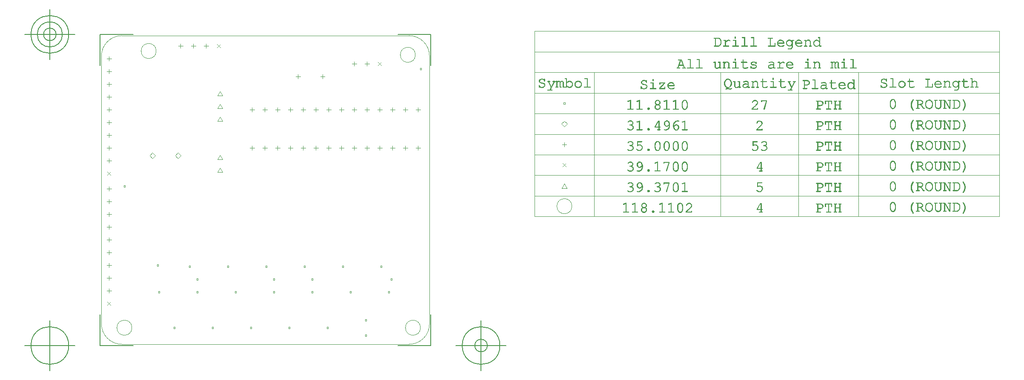
<source format=gbr>
G04 Generated by Ultiboard 14.2 *
%FSLAX24Y24*%
%MOIN*%

%ADD10C,0.0001*%
%ADD11C,0.0004*%
%ADD12C,0.0039*%
%ADD13C,0.0001*%
%ADD14C,0.0001*%
%ADD15C,0.0050*%


G04 ColorRGB 000000 for the following layer *
%LNDrill Symbols-Copper Top-Copper Bottom*%
%LPD*%
G54D11*
X13425Y15600D02*
X13775Y15600D01*
X13600Y15425D02*
X13600Y15775D01*
X19425Y15600D02*
X19775Y15600D01*
X19600Y15425D02*
X19600Y15775D01*
X22600Y15425D02*
X22600Y15775D01*
X22425Y15600D02*
X22775Y15600D01*
X24425Y15600D02*
X24775Y15600D01*
X24600Y15425D02*
X24600Y15775D01*
X23600Y15425D02*
X23600Y15775D01*
X23425Y15600D02*
X23775Y15600D01*
X21600Y15425D02*
X21600Y15775D01*
X21425Y15600D02*
X21775Y15600D01*
X20600Y15425D02*
X20600Y15775D01*
X20425Y15600D02*
X20775Y15600D01*
X16425Y15600D02*
X16775Y15600D01*
X16600Y15425D02*
X16600Y15775D01*
X18600Y15425D02*
X18600Y15775D01*
X18425Y15600D02*
X18775Y15600D01*
X17600Y15425D02*
X17600Y15775D01*
X17425Y15600D02*
X17775Y15600D01*
X15600Y15425D02*
X15600Y15775D01*
X15425Y15600D02*
X15775Y15600D01*
X14425Y15600D02*
X14775Y15600D01*
X14600Y15425D02*
X14600Y15775D01*
X11600Y15425D02*
X11600Y15775D01*
X11425Y15600D02*
X11775Y15600D01*
X12600Y15425D02*
X12600Y15775D01*
X12425Y15600D02*
X12775Y15600D01*
X13425Y18600D02*
X13775Y18600D01*
X13600Y18425D02*
X13600Y18775D01*
X19425Y18600D02*
X19775Y18600D01*
X19600Y18425D02*
X19600Y18775D01*
X22600Y18425D02*
X22600Y18775D01*
X22425Y18600D02*
X22775Y18600D01*
X24425Y18600D02*
X24775Y18600D01*
X24600Y18425D02*
X24600Y18775D01*
X23600Y18425D02*
X23600Y18775D01*
X23425Y18600D02*
X23775Y18600D01*
X21425Y18600D02*
X21775Y18600D01*
X21600Y18425D02*
X21600Y18775D01*
X20425Y18600D02*
X20775Y18600D01*
X20600Y18425D02*
X20600Y18775D01*
X16600Y18425D02*
X16600Y18775D01*
X16425Y18600D02*
X16775Y18600D01*
X18600Y18425D02*
X18600Y18775D01*
X18425Y18600D02*
X18775Y18600D01*
X17600Y18425D02*
X17600Y18775D01*
X17425Y18600D02*
X17775Y18600D01*
X15425Y18600D02*
X15775Y18600D01*
X15600Y18425D02*
X15600Y18775D01*
X14425Y18600D02*
X14775Y18600D01*
X14600Y18425D02*
X14600Y18775D01*
X11600Y18425D02*
X11600Y18775D01*
X11425Y18600D02*
X11775Y18600D01*
X12425Y18600D02*
X12775Y18600D01*
X12600Y18425D02*
X12600Y18775D01*
X225Y6400D02*
X575Y6400D01*
X400Y6225D02*
X400Y6575D01*
X262Y3262D02*
X538Y3538D01*
X262Y3538D02*
X538Y3262D01*
X225Y5400D02*
X575Y5400D01*
X400Y5225D02*
X400Y5575D01*
X225Y4400D02*
X575Y4400D01*
X400Y4225D02*
X400Y4575D01*
X225Y8400D02*
X575Y8400D01*
X400Y8225D02*
X400Y8575D01*
X225Y7400D02*
X575Y7400D01*
X400Y7225D02*
X400Y7575D01*
X225Y9400D02*
X575Y9400D01*
X400Y9225D02*
X400Y9575D01*
X225Y11400D02*
X575Y11400D01*
X400Y11225D02*
X400Y11575D01*
X400Y10225D02*
X400Y10575D01*
X225Y10400D02*
X575Y10400D01*
X400Y12225D02*
X400Y12575D01*
X225Y12400D02*
X575Y12400D01*
X225Y16600D02*
X575Y16600D01*
X400Y16425D02*
X400Y16775D01*
X262Y13462D02*
X538Y13738D01*
X262Y13738D02*
X538Y13462D01*
X400Y15425D02*
X400Y15775D01*
X225Y15600D02*
X575Y15600D01*
X400Y14425D02*
X400Y14775D01*
X225Y14600D02*
X575Y14600D01*
X225Y18600D02*
X575Y18600D01*
X400Y18425D02*
X400Y18775D01*
X225Y17600D02*
X575Y17600D01*
X400Y17425D02*
X400Y17775D01*
X225Y19600D02*
X575Y19600D01*
X400Y19425D02*
X400Y19775D01*
X225Y21600D02*
X575Y21600D01*
X400Y21425D02*
X400Y21775D01*
X400Y20425D02*
X400Y20775D01*
X225Y20600D02*
X575Y20600D01*
X400Y22425D02*
X400Y22775D01*
X225Y22600D02*
X575Y22600D01*
X15025Y21200D02*
X15375Y21200D01*
X15200Y21025D02*
X15200Y21375D01*
X16942Y21200D02*
X17292Y21200D01*
X17117Y21025D02*
X17117Y21375D01*
X20600Y22025D02*
X20600Y22375D01*
X20425Y22200D02*
X20775Y22200D01*
X21462Y22062D02*
X21738Y22338D01*
X21462Y22338D02*
X21738Y22062D01*
X19425Y22200D02*
X19775Y22200D01*
X19600Y22025D02*
X19600Y22375D01*
X20441Y841D02*
X20559Y841D01*
X20559Y959D01*
X20441Y959D01*
X20441Y841D01*
X5441Y1441D02*
X5559Y1441D01*
X5559Y1559D01*
X5441Y1559D01*
X5441Y1441D01*
X8441Y1441D02*
X8559Y1441D01*
X8559Y1559D01*
X8441Y1559D01*
X8441Y1441D01*
X11441Y1441D02*
X11559Y1441D01*
X11559Y1559D01*
X11441Y1559D01*
X11441Y1441D01*
X14441Y1441D02*
X14559Y1441D01*
X14559Y1559D01*
X14441Y1559D01*
X14441Y1441D01*
X17441Y1441D02*
X17559Y1441D01*
X17559Y1559D01*
X17441Y1559D01*
X17441Y1441D01*
X20441Y2041D02*
X20559Y2041D01*
X20559Y2159D01*
X20441Y2159D01*
X20441Y2041D01*
X4241Y4241D02*
X4359Y4241D01*
X4359Y4359D01*
X4241Y4359D01*
X4241Y4241D01*
X7241Y4241D02*
X7359Y4241D01*
X7359Y4359D01*
X7241Y4359D01*
X7241Y4241D01*
X10241Y4241D02*
X10359Y4241D01*
X10359Y4359D01*
X10241Y4359D01*
X10241Y4241D01*
X13241Y4241D02*
X13359Y4241D01*
X13359Y4359D01*
X13241Y4359D01*
X13241Y4241D01*
X16241Y4241D02*
X16359Y4241D01*
X16359Y4359D01*
X16241Y4359D01*
X16241Y4241D01*
X19241Y4241D02*
X19359Y4241D01*
X19359Y4359D01*
X19241Y4359D01*
X19241Y4241D01*
X22241Y4241D02*
X22359Y4241D01*
X22359Y4359D01*
X22241Y4359D01*
X22241Y4241D01*
X7241Y5241D02*
X7359Y5241D01*
X7359Y5359D01*
X7241Y5359D01*
X7241Y5241D01*
X13241Y5241D02*
X13359Y5241D01*
X13359Y5359D01*
X13241Y5359D01*
X13241Y5241D01*
X16241Y5241D02*
X16359Y5241D01*
X16359Y5359D01*
X16241Y5359D01*
X16241Y5241D01*
X22441Y5241D02*
X22559Y5241D01*
X22559Y5359D01*
X22441Y5359D01*
X22441Y5241D01*
X4141Y6341D02*
X4259Y6341D01*
X4259Y6459D01*
X4141Y6459D01*
X4141Y6341D01*
X9641Y6241D02*
X9759Y6241D01*
X9759Y6359D01*
X9641Y6359D01*
X9641Y6241D01*
X12641Y6241D02*
X12759Y6241D01*
X12759Y6359D01*
X12641Y6359D01*
X12641Y6241D01*
X15641Y6241D02*
X15759Y6241D01*
X15759Y6359D01*
X15641Y6359D01*
X15641Y6241D01*
X18641Y6241D02*
X18759Y6241D01*
X18759Y6359D01*
X18641Y6359D01*
X18641Y6241D01*
X21641Y6241D02*
X21759Y6241D01*
X21759Y6359D01*
X21641Y6359D01*
X21641Y6241D01*
X1541Y12541D02*
X1659Y12541D01*
X1659Y12659D01*
X1541Y12659D01*
X1541Y12541D01*
X24741Y21741D02*
X24859Y21741D01*
X24859Y21859D01*
X24741Y21859D01*
X24741Y21741D01*
X5800Y14777D02*
X6023Y15000D01*
X5800Y15223D01*
X5577Y15000D01*
X5800Y14777D01*
X3800Y14777D02*
X4023Y15000D01*
X3800Y15223D01*
X3577Y15000D01*
X3800Y14777D01*
X6641Y6241D02*
X6759Y6241D01*
X6759Y6359D01*
X6641Y6359D01*
X6641Y6241D01*
X7000Y23425D02*
X7000Y23775D01*
X6825Y23600D02*
X7175Y23600D01*
X8000Y23425D02*
X8000Y23775D01*
X7825Y23600D02*
X8175Y23600D01*
X8862Y23462D02*
X9138Y23738D01*
X8862Y23738D02*
X9138Y23462D01*
X6000Y23425D02*
X6000Y23775D01*
X5825Y23600D02*
X6175Y23600D01*
X35923Y14119D02*
X36200Y14396D01*
X35923Y14396D02*
X36200Y14119D01*
X36061Y15697D02*
X36061Y16047D01*
X35886Y15872D02*
X36236Y15872D01*
X36061Y17263D02*
X36284Y17486D01*
X36061Y17709D01*
X35838Y17486D01*
X36061Y17263D01*
X36002Y19041D02*
X36120Y19041D01*
X36120Y19159D01*
X36002Y19159D01*
X36002Y19041D01*
G54D12*
X1009Y1500D02*
G75*
D01*
G02X1009Y1500I591J0*
G01*
X23609Y1500D02*
G75*
D01*
G02X23609Y1500I591J0*
G01*
X23209Y22900D02*
G75*
D01*
G02X23209Y22900I591J0*
G01*
X2909Y23200D02*
G75*
D01*
G02X2909Y23200I591J0*
G01*
X8903Y13703D02*
X9297Y13703D01*
X9100Y14039D01*
X8903Y13703D01*
X8903Y14703D02*
X9297Y14703D01*
X9100Y15039D01*
X8903Y14703D01*
X8903Y17703D02*
X9297Y17703D01*
X9100Y18039D01*
X8903Y17703D01*
X8903Y18703D02*
X9297Y18703D01*
X9100Y19039D01*
X8903Y18703D01*
X8903Y19703D02*
X9297Y19703D01*
X9100Y20039D01*
X8903Y19703D01*
X35471Y11029D02*
G75*
D01*
G02X35471Y11029I590J0*
G01*
X35864Y12447D02*
X36258Y12447D01*
X36061Y12783D01*
X35864Y12447D01*
G54D13*
G36*
X40643Y10573D02*
X40643Y10573D01*
X40643Y10592D01*
X40641Y10583D01*
X40643Y10573D01*
D02*
G37*
X40643Y10592D01*
X40641Y10583D01*
X40643Y10573D01*
G36*
X40643Y10592D02*
X40643Y10592D01*
X40643Y10573D01*
X40649Y10565D01*
X40643Y10592D01*
D02*
G37*
X40643Y10573D01*
X40649Y10565D01*
X40643Y10592D01*
G36*
X40649Y10565D02*
X40649Y10565D01*
X40649Y10600D01*
X40643Y10592D01*
X40649Y10565D01*
D02*
G37*
X40649Y10600D01*
X40643Y10592D01*
X40649Y10565D01*
G36*
X40649Y10600D02*
X40649Y10600D01*
X40649Y10565D01*
X40659Y10560D01*
X40649Y10600D01*
D02*
G37*
X40649Y10565D01*
X40659Y10560D01*
X40649Y10600D01*
G36*
X40659Y10560D02*
X40659Y10560D01*
X40659Y10605D01*
X40649Y10600D01*
X40659Y10560D01*
D02*
G37*
X40659Y10605D01*
X40649Y10600D01*
X40659Y10560D01*
G36*
X40659Y10605D02*
X40659Y10605D01*
X40659Y10560D01*
X40674Y10558D01*
X40659Y10605D01*
D02*
G37*
X40659Y10560D01*
X40674Y10558D01*
X40659Y10605D01*
G36*
X40674Y10558D02*
X40674Y10558D01*
X40674Y10607D01*
X40659Y10605D01*
X40674Y10558D01*
D02*
G37*
X40674Y10607D01*
X40659Y10605D01*
X40674Y10558D01*
G36*
X40674Y10607D02*
X40674Y10607D01*
X40674Y10558D01*
X41054Y10558D01*
X40674Y10607D01*
D02*
G37*
X40674Y10558D01*
X41054Y10558D01*
X40674Y10607D01*
G36*
X41054Y10558D02*
X41054Y10558D01*
X40840Y10607D01*
X40674Y10607D01*
X41054Y10558D01*
D02*
G37*
X40840Y10607D01*
X40674Y10607D01*
X41054Y10558D01*
G36*
X40840Y10607D02*
X40840Y10607D01*
X41054Y10558D01*
X40888Y10607D01*
X40840Y10607D01*
D02*
G37*
X41054Y10558D01*
X40888Y10607D01*
X40840Y10607D01*
G36*
X40888Y10607D02*
X40888Y10607D01*
X40840Y11225D01*
X40840Y10607D01*
X40888Y10607D01*
D02*
G37*
X40840Y11225D01*
X40840Y10607D01*
X40888Y10607D01*
G36*
X40840Y11225D02*
X40840Y11225D01*
X40888Y10607D01*
X40888Y11292D01*
X40840Y11225D01*
D02*
G37*
X40888Y10607D01*
X40888Y11292D01*
X40840Y11225D01*
G36*
X40888Y11292D02*
X40888Y11292D01*
X40682Y11175D01*
X40840Y11225D01*
X40888Y11292D01*
D02*
G37*
X40682Y11175D01*
X40840Y11225D01*
X40888Y11292D01*
G36*
X40682Y11175D02*
X40682Y11175D01*
X40888Y11292D01*
X40672Y11173D01*
X40682Y11175D01*
D02*
G37*
X40888Y11292D01*
X40672Y11173D01*
X40682Y11175D01*
G36*
X40667Y11222D02*
X40667Y11222D01*
X40655Y11217D01*
X40657Y11174D01*
X40667Y11222D01*
D02*
G37*
X40655Y11217D01*
X40657Y11174D01*
X40667Y11222D01*
G36*
X40667Y11222D01*
X40657Y11174D01*
X40665Y11172D01*
X40667Y11222D01*
D02*
G37*
X40657Y11174D01*
X40665Y11172D01*
X40667Y11222D01*
G36*
X40667Y11222D01*
X40665Y11172D01*
X40672Y11173D01*
X40667Y11222D01*
D02*
G37*
X40665Y11172D01*
X40672Y11173D01*
X40667Y11222D01*
G36*
X40667Y11222D01*
X40672Y11173D01*
X40888Y11292D01*
X40667Y11222D01*
D02*
G37*
X40672Y11173D01*
X40888Y11292D01*
X40667Y11222D01*
G36*
X40655Y11217D02*
X40655Y11217D01*
X40649Y11179D01*
X40657Y11174D01*
X40655Y11217D01*
D02*
G37*
X40649Y11179D01*
X40657Y11174D01*
X40655Y11217D01*
G36*
X40649Y11179D02*
X40649Y11179D01*
X40655Y11217D01*
X40648Y11212D01*
X40649Y11179D01*
D02*
G37*
X40655Y11217D01*
X40648Y11212D01*
X40649Y11179D01*
G36*
X40648Y11212D02*
X40648Y11212D01*
X40644Y11187D01*
X40649Y11179D01*
X40648Y11212D01*
D02*
G37*
X40644Y11187D01*
X40649Y11179D01*
X40648Y11212D01*
G36*
X40644Y11187D02*
X40644Y11187D01*
X40648Y11212D01*
X40643Y11205D01*
X40644Y11187D01*
D02*
G37*
X40648Y11212D01*
X40643Y11205D01*
X40644Y11187D01*
G36*
X40643Y11205D02*
X40643Y11205D01*
X40642Y11196D01*
X40644Y11187D01*
X40643Y11205D01*
D02*
G37*
X40642Y11196D01*
X40644Y11187D01*
X40643Y11205D01*
G36*
X41054Y10558D02*
X41054Y10558D01*
X41054Y10607D01*
X40888Y10607D01*
X41054Y10558D01*
D02*
G37*
X41054Y10607D01*
X40888Y10607D01*
X41054Y10558D01*
G36*
X41054Y10607D02*
X41054Y10607D01*
X41054Y10558D01*
X41069Y10560D01*
X41054Y10607D01*
D02*
G37*
X41054Y10558D01*
X41069Y10560D01*
X41054Y10607D01*
G36*
X41069Y10560D02*
X41069Y10560D01*
X41069Y10605D01*
X41054Y10607D01*
X41069Y10560D01*
D02*
G37*
X41069Y10605D01*
X41054Y10607D01*
X41069Y10560D01*
G36*
X41069Y10605D02*
X41069Y10605D01*
X41069Y10560D01*
X41079Y10565D01*
X41069Y10605D01*
D02*
G37*
X41069Y10560D01*
X41079Y10565D01*
X41069Y10605D01*
G36*
X41079Y10565D02*
X41079Y10565D01*
X41079Y10600D01*
X41069Y10605D01*
X41079Y10565D01*
D02*
G37*
X41079Y10600D01*
X41069Y10605D01*
X41079Y10565D01*
G36*
X41079Y10600D02*
X41079Y10600D01*
X41079Y10565D01*
X41085Y10573D01*
X41079Y10600D01*
D02*
G37*
X41079Y10565D01*
X41085Y10573D01*
X41079Y10600D01*
G36*
X41085Y10573D02*
X41085Y10573D01*
X41085Y10592D01*
X41079Y10600D01*
X41085Y10573D01*
D02*
G37*
X41085Y10592D01*
X41079Y10600D01*
X41085Y10573D01*
G36*
X41085Y10592D02*
X41085Y10592D01*
X41085Y10573D01*
X41087Y10583D01*
X41085Y10592D01*
D02*
G37*
X41085Y10573D01*
X41087Y10583D01*
X41085Y10592D01*
G36*
X41352Y10573D02*
X41352Y10573D01*
X41352Y10592D01*
X41350Y10583D01*
X41352Y10573D01*
D02*
G37*
X41352Y10592D01*
X41350Y10583D01*
X41352Y10573D01*
G36*
X41352Y10592D02*
X41352Y10592D01*
X41352Y10573D01*
X41358Y10565D01*
X41352Y10592D01*
D02*
G37*
X41352Y10573D01*
X41358Y10565D01*
X41352Y10592D01*
G36*
X41358Y10565D02*
X41358Y10565D01*
X41358Y10600D01*
X41352Y10592D01*
X41358Y10565D01*
D02*
G37*
X41358Y10600D01*
X41352Y10592D01*
X41358Y10565D01*
G36*
X41358Y10600D02*
X41358Y10600D01*
X41358Y10565D01*
X41368Y10560D01*
X41358Y10600D01*
D02*
G37*
X41358Y10565D01*
X41368Y10560D01*
X41358Y10600D01*
G36*
X41368Y10560D02*
X41368Y10560D01*
X41368Y10605D01*
X41358Y10600D01*
X41368Y10560D01*
D02*
G37*
X41368Y10605D01*
X41358Y10600D01*
X41368Y10560D01*
G36*
X41368Y10605D02*
X41368Y10605D01*
X41368Y10560D01*
X41382Y10558D01*
X41368Y10605D01*
D02*
G37*
X41368Y10560D01*
X41382Y10558D01*
X41368Y10605D01*
G36*
X41382Y10558D02*
X41382Y10558D01*
X41382Y10607D01*
X41368Y10605D01*
X41382Y10558D01*
D02*
G37*
X41382Y10607D01*
X41368Y10605D01*
X41382Y10558D01*
G36*
X41382Y10607D02*
X41382Y10607D01*
X41382Y10558D01*
X41763Y10558D01*
X41382Y10607D01*
D02*
G37*
X41382Y10558D01*
X41763Y10558D01*
X41382Y10607D01*
G36*
X41763Y10558D02*
X41763Y10558D01*
X41549Y10607D01*
X41382Y10607D01*
X41763Y10558D01*
D02*
G37*
X41549Y10607D01*
X41382Y10607D01*
X41763Y10558D01*
G36*
X41549Y10607D02*
X41549Y10607D01*
X41763Y10558D01*
X41597Y10607D01*
X41549Y10607D01*
D02*
G37*
X41763Y10558D01*
X41597Y10607D01*
X41549Y10607D01*
G36*
X41597Y10607D02*
X41597Y10607D01*
X41549Y11225D01*
X41549Y10607D01*
X41597Y10607D01*
D02*
G37*
X41549Y11225D01*
X41549Y10607D01*
X41597Y10607D01*
G36*
X41549Y11225D02*
X41549Y11225D01*
X41597Y10607D01*
X41597Y11292D01*
X41549Y11225D01*
D02*
G37*
X41597Y10607D01*
X41597Y11292D01*
X41549Y11225D01*
G36*
X41597Y11292D02*
X41597Y11292D01*
X41391Y11175D01*
X41549Y11225D01*
X41597Y11292D01*
D02*
G37*
X41391Y11175D01*
X41549Y11225D01*
X41597Y11292D01*
G36*
X41391Y11175D02*
X41391Y11175D01*
X41597Y11292D01*
X41381Y11173D01*
X41391Y11175D01*
D02*
G37*
X41597Y11292D01*
X41381Y11173D01*
X41391Y11175D01*
G36*
X41376Y11222D02*
X41376Y11222D01*
X41364Y11217D01*
X41366Y11174D01*
X41376Y11222D01*
D02*
G37*
X41364Y11217D01*
X41366Y11174D01*
X41376Y11222D01*
G36*
X41376Y11222D01*
X41366Y11174D01*
X41374Y11172D01*
X41376Y11222D01*
D02*
G37*
X41366Y11174D01*
X41374Y11172D01*
X41376Y11222D01*
G36*
X41376Y11222D01*
X41374Y11172D01*
X41381Y11173D01*
X41376Y11222D01*
D02*
G37*
X41374Y11172D01*
X41381Y11173D01*
X41376Y11222D01*
G36*
X41376Y11222D01*
X41381Y11173D01*
X41597Y11292D01*
X41376Y11222D01*
D02*
G37*
X41381Y11173D01*
X41597Y11292D01*
X41376Y11222D01*
G36*
X41364Y11217D02*
X41364Y11217D01*
X41358Y11179D01*
X41366Y11174D01*
X41364Y11217D01*
D02*
G37*
X41358Y11179D01*
X41366Y11174D01*
X41364Y11217D01*
G36*
X41358Y11179D02*
X41358Y11179D01*
X41364Y11217D01*
X41357Y11212D01*
X41358Y11179D01*
D02*
G37*
X41364Y11217D01*
X41357Y11212D01*
X41358Y11179D01*
G36*
X41357Y11212D02*
X41357Y11212D01*
X41353Y11187D01*
X41358Y11179D01*
X41357Y11212D01*
D02*
G37*
X41353Y11187D01*
X41358Y11179D01*
X41357Y11212D01*
G36*
X41353Y11187D02*
X41353Y11187D01*
X41357Y11212D01*
X41352Y11205D01*
X41353Y11187D01*
D02*
G37*
X41357Y11212D01*
X41352Y11205D01*
X41353Y11187D01*
G36*
X41352Y11205D02*
X41352Y11205D01*
X41351Y11196D01*
X41353Y11187D01*
X41352Y11205D01*
D02*
G37*
X41351Y11196D01*
X41353Y11187D01*
X41352Y11205D01*
G36*
X41763Y10558D02*
X41763Y10558D01*
X41763Y10607D01*
X41597Y10607D01*
X41763Y10558D01*
D02*
G37*
X41763Y10607D01*
X41597Y10607D01*
X41763Y10558D01*
G36*
X41763Y10607D02*
X41763Y10607D01*
X41763Y10558D01*
X41778Y10560D01*
X41763Y10607D01*
D02*
G37*
X41763Y10558D01*
X41778Y10560D01*
X41763Y10607D01*
G36*
X41778Y10560D02*
X41778Y10560D01*
X41778Y10605D01*
X41763Y10607D01*
X41778Y10560D01*
D02*
G37*
X41778Y10605D01*
X41763Y10607D01*
X41778Y10560D01*
G36*
X41778Y10605D02*
X41778Y10605D01*
X41778Y10560D01*
X41788Y10565D01*
X41778Y10605D01*
D02*
G37*
X41778Y10560D01*
X41788Y10565D01*
X41778Y10605D01*
G36*
X41788Y10565D02*
X41788Y10565D01*
X41788Y10600D01*
X41778Y10605D01*
X41788Y10565D01*
D02*
G37*
X41788Y10600D01*
X41778Y10605D01*
X41788Y10565D01*
G36*
X41788Y10600D02*
X41788Y10600D01*
X41788Y10565D01*
X41794Y10573D01*
X41788Y10600D01*
D02*
G37*
X41788Y10565D01*
X41794Y10573D01*
X41788Y10600D01*
G36*
X41794Y10573D02*
X41794Y10573D01*
X41794Y10592D01*
X41788Y10600D01*
X41794Y10573D01*
D02*
G37*
X41794Y10592D01*
X41788Y10600D01*
X41794Y10573D01*
G36*
X41794Y10592D02*
X41794Y10592D01*
X41794Y10573D01*
X41795Y10583D01*
X41794Y10592D01*
D02*
G37*
X41794Y10573D01*
X41795Y10583D01*
X41794Y10592D01*
G36*
X42395Y11206D02*
X42395Y11206D01*
X42398Y11266D01*
X42371Y11225D01*
X42395Y11206D01*
D02*
G37*
X42398Y11266D01*
X42371Y11225D01*
X42395Y11206D01*
G36*
X42398Y11266D02*
X42398Y11266D01*
X42395Y11206D01*
X42416Y11182D01*
X42398Y11266D01*
D02*
G37*
X42395Y11206D01*
X42416Y11182D01*
X42398Y11266D01*
G36*
X42416Y11182D02*
X42416Y11182D01*
X42430Y11240D01*
X42398Y11266D01*
X42416Y11182D01*
D02*
G37*
X42430Y11240D01*
X42398Y11266D01*
X42416Y11182D01*
G36*
X42430Y11240D02*
X42430Y11240D01*
X42416Y11182D01*
X42439Y11129D01*
X42430Y11240D01*
D02*
G37*
X42416Y11182D01*
X42439Y11129D01*
X42430Y11240D01*
G36*
X42439Y11129D02*
X42439Y11129D01*
X42457Y11209D01*
X42430Y11240D01*
X42439Y11129D01*
D02*
G37*
X42457Y11209D01*
X42430Y11240D01*
X42439Y11129D01*
G36*
X42457Y11209D02*
X42457Y11209D01*
X42439Y11129D01*
X42442Y11099D01*
X42457Y11209D01*
D02*
G37*
X42439Y11129D01*
X42442Y11099D01*
X42457Y11209D01*
G36*
X42442Y11099D02*
X42442Y11099D01*
X42458Y10998D01*
X42457Y11209D01*
X42442Y11099D01*
D02*
G37*
X42458Y10998D01*
X42457Y11209D01*
X42442Y11099D01*
G36*
X42458Y10998D02*
X42458Y10998D01*
X42442Y11099D01*
X42439Y11072D01*
X42458Y10998D01*
D02*
G37*
X42442Y11099D01*
X42439Y11072D01*
X42458Y10998D01*
G36*
X42439Y11072D02*
X42439Y11072D01*
X42427Y10965D01*
X42458Y10998D01*
X42439Y11072D01*
D02*
G37*
X42427Y10965D01*
X42458Y10998D01*
X42439Y11072D01*
G36*
X42427Y10965D02*
X42427Y10965D01*
X42439Y11072D01*
X42416Y11022D01*
X42427Y10965D01*
D02*
G37*
X42439Y11072D01*
X42416Y11022D01*
X42427Y10965D01*
G36*
X42416Y11022D02*
X42416Y11022D01*
X42396Y11000D01*
X42427Y10965D01*
X42416Y11022D01*
D02*
G37*
X42396Y11000D01*
X42427Y10965D01*
X42416Y11022D01*
G36*
X42282Y11250D02*
X42282Y11250D01*
X42282Y11299D01*
X42249Y11248D01*
X42282Y11250D01*
D02*
G37*
X42282Y11299D01*
X42249Y11248D01*
X42282Y11250D01*
G36*
X42282Y11299D02*
X42282Y11299D01*
X42282Y11250D01*
X42314Y11248D01*
X42282Y11299D01*
D02*
G37*
X42282Y11250D01*
X42314Y11248D01*
X42282Y11299D01*
G36*
X42314Y11248D02*
X42314Y11248D01*
X42324Y11296D01*
X42282Y11299D01*
X42314Y11248D01*
D02*
G37*
X42324Y11296D01*
X42282Y11299D01*
X42314Y11248D01*
G36*
X42324Y11296D02*
X42324Y11296D01*
X42314Y11248D01*
X42371Y11225D01*
X42324Y11296D01*
D02*
G37*
X42314Y11248D01*
X42371Y11225D01*
X42324Y11296D01*
G36*
X42371Y11225D02*
X42371Y11225D01*
X42398Y11266D01*
X42324Y11296D01*
X42371Y11225D01*
D02*
G37*
X42398Y11266D01*
X42324Y11296D01*
X42371Y11225D01*
G36*
X42240Y11296D02*
X42240Y11296D01*
X42166Y11266D01*
X42168Y11205D01*
X42240Y11296D01*
D02*
G37*
X42166Y11266D01*
X42168Y11205D01*
X42240Y11296D01*
G36*
X42240Y11296D01*
X42168Y11205D01*
X42193Y11225D01*
X42240Y11296D01*
D02*
G37*
X42168Y11205D01*
X42193Y11225D01*
X42240Y11296D01*
G36*
X42240Y11296D01*
X42193Y11225D01*
X42249Y11248D01*
X42240Y11296D01*
D02*
G37*
X42193Y11225D01*
X42249Y11248D01*
X42240Y11296D01*
G36*
X42240Y11296D01*
X42249Y11248D01*
X42282Y11299D01*
X42240Y11296D01*
D02*
G37*
X42249Y11248D01*
X42282Y11299D01*
X42240Y11296D01*
G36*
X42125Y11129D02*
X42125Y11129D01*
X42134Y11240D01*
X42122Y11099D01*
X42125Y11129D01*
D02*
G37*
X42134Y11240D01*
X42122Y11099D01*
X42125Y11129D01*
G36*
X42134Y11240D02*
X42134Y11240D01*
X42125Y11129D01*
X42148Y11182D01*
X42134Y11240D01*
D02*
G37*
X42125Y11129D01*
X42148Y11182D01*
X42134Y11240D01*
G36*
X42148Y11182D02*
X42148Y11182D01*
X42166Y11266D01*
X42134Y11240D01*
X42148Y11182D01*
D02*
G37*
X42166Y11266D01*
X42134Y11240D01*
X42148Y11182D01*
G36*
X42166Y11266D02*
X42166Y11266D01*
X42148Y11182D01*
X42168Y11205D01*
X42166Y11266D01*
D02*
G37*
X42148Y11182D01*
X42168Y11205D01*
X42166Y11266D01*
G36*
X42168Y11000D02*
X42168Y11000D01*
X42184Y10934D01*
X42192Y10982D01*
X42168Y11000D01*
D02*
G37*
X42184Y10934D01*
X42192Y10982D01*
X42168Y11000D01*
G36*
X42184Y10934D02*
X42184Y10934D01*
X42168Y11000D01*
X42148Y11022D01*
X42184Y10934D01*
D02*
G37*
X42168Y11000D01*
X42148Y11022D01*
X42184Y10934D01*
G36*
X42148Y11022D02*
X42148Y11022D01*
X42138Y10965D01*
X42184Y10934D01*
X42148Y11022D01*
D02*
G37*
X42138Y10965D01*
X42184Y10934D01*
X42148Y11022D01*
G36*
X42138Y10965D02*
X42138Y10965D01*
X42148Y11022D01*
X42125Y11072D01*
X42138Y10965D01*
D02*
G37*
X42148Y11022D01*
X42125Y11072D01*
X42138Y10965D01*
G36*
X42125Y11072D02*
X42125Y11072D01*
X42107Y11209D01*
X42138Y10965D01*
X42125Y11072D01*
D02*
G37*
X42107Y11209D01*
X42138Y10965D01*
X42125Y11072D01*
G36*
X42107Y11209D02*
X42107Y11209D01*
X42125Y11072D01*
X42122Y11099D01*
X42107Y11209D01*
D02*
G37*
X42125Y11072D01*
X42122Y11099D01*
X42107Y11209D01*
G36*
X42122Y11099D02*
X42122Y11099D01*
X42134Y11240D01*
X42107Y11209D01*
X42122Y11099D01*
D02*
G37*
X42134Y11240D01*
X42107Y11209D01*
X42122Y11099D01*
G36*
X42488Y11139D02*
X42488Y11139D01*
X42457Y11209D01*
X42458Y10998D01*
X42488Y11139D01*
D02*
G37*
X42457Y11209D01*
X42458Y10998D01*
X42488Y11139D01*
G36*
X42488Y11139D01*
X42458Y10998D01*
X42483Y11047D01*
X42488Y11139D01*
D02*
G37*
X42458Y10998D01*
X42483Y11047D01*
X42488Y11139D01*
G36*
X42488Y11139D01*
X42483Y11047D01*
X42491Y11100D01*
X42488Y11139D01*
D02*
G37*
X42483Y11047D01*
X42491Y11100D01*
X42488Y11139D01*
G36*
X42381Y10934D02*
X42381Y10934D01*
X42427Y10965D01*
X42396Y11000D01*
X42381Y10934D01*
D02*
G37*
X42427Y10965D01*
X42396Y11000D01*
X42381Y10934D01*
G36*
X42381Y10934D01*
X42396Y11000D01*
X42372Y10982D01*
X42381Y10934D01*
D02*
G37*
X42396Y11000D01*
X42372Y10982D01*
X42381Y10934D01*
G36*
X42381Y10934D01*
X42372Y10982D01*
X42379Y10884D01*
X42381Y10934D01*
D02*
G37*
X42372Y10982D01*
X42379Y10884D01*
X42381Y10934D01*
G36*
X42381Y10934D01*
X42379Y10884D01*
X42406Y10863D01*
X42381Y10934D01*
D02*
G37*
X42379Y10884D01*
X42406Y10863D01*
X42381Y10934D01*
G36*
X42381Y10934D01*
X42406Y10863D01*
X42434Y10900D01*
X42381Y10934D01*
D02*
G37*
X42406Y10863D01*
X42434Y10900D01*
X42381Y10934D01*
G36*
X42372Y10982D02*
X42372Y10982D01*
X42318Y10907D01*
X42379Y10884D01*
X42372Y10982D01*
D02*
G37*
X42318Y10907D01*
X42379Y10884D01*
X42372Y10982D01*
G36*
X42318Y10907D02*
X42318Y10907D01*
X42372Y10982D01*
X42314Y10961D01*
X42318Y10907D01*
D02*
G37*
X42372Y10982D01*
X42314Y10961D01*
X42318Y10907D01*
G36*
X42314Y10961D02*
X42314Y10961D01*
X42282Y10910D01*
X42318Y10907D01*
X42314Y10961D01*
D02*
G37*
X42282Y10910D01*
X42318Y10907D01*
X42314Y10961D01*
G36*
X42282Y10910D02*
X42282Y10910D01*
X42314Y10961D01*
X42282Y10958D01*
X42282Y10910D01*
D02*
G37*
X42314Y10961D01*
X42282Y10958D01*
X42282Y10910D01*
G36*
X42282Y10958D02*
X42282Y10958D01*
X42249Y10961D01*
X42282Y10910D01*
X42282Y10958D01*
D02*
G37*
X42249Y10961D01*
X42282Y10910D01*
X42282Y10958D01*
G36*
X42159Y10863D02*
X42159Y10863D01*
X42184Y10934D01*
X42137Y10838D01*
X42159Y10863D01*
D02*
G37*
X42184Y10934D01*
X42137Y10838D01*
X42159Y10863D01*
G36*
X42184Y10934D02*
X42184Y10934D01*
X42159Y10863D01*
X42185Y10884D01*
X42184Y10934D01*
D02*
G37*
X42159Y10863D01*
X42185Y10884D01*
X42184Y10934D01*
G36*
X42185Y10884D02*
X42185Y10884D01*
X42192Y10982D01*
X42184Y10934D01*
X42185Y10884D01*
D02*
G37*
X42192Y10982D01*
X42184Y10934D01*
X42185Y10884D01*
G36*
X42192Y10982D02*
X42192Y10982D01*
X42185Y10884D01*
X42247Y10907D01*
X42192Y10982D01*
D02*
G37*
X42185Y10884D01*
X42247Y10907D01*
X42192Y10982D01*
G36*
X42247Y10907D02*
X42247Y10907D01*
X42249Y10961D01*
X42192Y10982D01*
X42247Y10907D01*
D02*
G37*
X42249Y10961D01*
X42192Y10982D01*
X42247Y10907D01*
G36*
X42249Y10961D02*
X42249Y10961D01*
X42247Y10907D01*
X42282Y10910D01*
X42249Y10961D01*
D02*
G37*
X42247Y10907D01*
X42282Y10910D01*
X42249Y10961D01*
G36*
X42107Y11209D02*
X42107Y11209D01*
X42077Y11139D01*
X42081Y11046D01*
X42107Y11209D01*
D02*
G37*
X42077Y11139D01*
X42081Y11046D01*
X42107Y11209D01*
G36*
X42107Y11209D01*
X42081Y11046D01*
X42106Y10997D01*
X42107Y11209D01*
D02*
G37*
X42081Y11046D01*
X42106Y10997D01*
X42107Y11209D01*
G36*
X42107Y11209D01*
X42106Y10997D01*
X42138Y10965D01*
X42107Y11209D01*
D02*
G37*
X42106Y10997D01*
X42138Y10965D01*
X42107Y11209D01*
G36*
X42496Y10806D02*
X42496Y10806D01*
X42500Y10711D01*
X42504Y10753D01*
X42496Y10806D01*
D02*
G37*
X42500Y10711D01*
X42504Y10753D01*
X42496Y10806D01*
G36*
X42500Y10711D02*
X42500Y10711D01*
X42496Y10806D01*
X42473Y10856D01*
X42500Y10711D01*
D02*
G37*
X42496Y10806D01*
X42473Y10856D01*
X42500Y10711D01*
G36*
X42473Y10856D02*
X42473Y10856D01*
X42467Y10637D01*
X42500Y10711D01*
X42473Y10856D01*
D02*
G37*
X42467Y10637D01*
X42500Y10711D01*
X42473Y10856D01*
G36*
X42467Y10637D02*
X42467Y10637D01*
X42473Y10856D01*
X42455Y10752D01*
X42467Y10637D01*
D02*
G37*
X42473Y10856D01*
X42455Y10752D01*
X42467Y10637D01*
G36*
X42455Y10752D02*
X42455Y10752D01*
X42452Y10720D01*
X42467Y10637D01*
X42455Y10752D01*
D02*
G37*
X42452Y10720D01*
X42467Y10637D01*
X42455Y10752D01*
G36*
X42427Y10838D02*
X42427Y10838D01*
X42434Y10900D01*
X42406Y10863D01*
X42427Y10838D01*
D02*
G37*
X42434Y10900D01*
X42406Y10863D01*
X42427Y10838D01*
G36*
X42434Y10900D02*
X42434Y10900D01*
X42427Y10838D01*
X42452Y10782D01*
X42434Y10900D01*
D02*
G37*
X42427Y10838D01*
X42452Y10782D01*
X42434Y10900D01*
G36*
X42452Y10782D02*
X42452Y10782D01*
X42473Y10856D01*
X42434Y10900D01*
X42452Y10782D01*
D02*
G37*
X42473Y10856D01*
X42434Y10900D01*
X42452Y10782D01*
G36*
X42473Y10856D02*
X42473Y10856D01*
X42452Y10782D01*
X42455Y10752D01*
X42473Y10856D01*
D02*
G37*
X42452Y10782D01*
X42455Y10752D01*
X42473Y10856D01*
G36*
X42439Y10604D02*
X42439Y10604D01*
X42467Y10637D01*
X42452Y10720D01*
X42439Y10604D01*
D02*
G37*
X42467Y10637D01*
X42452Y10720D01*
X42439Y10604D01*
G36*
X42439Y10604D01*
X42452Y10720D01*
X42427Y10663D01*
X42439Y10604D01*
D02*
G37*
X42452Y10720D01*
X42427Y10663D01*
X42439Y10604D01*
G36*
X42439Y10604D01*
X42427Y10663D01*
X42405Y10638D01*
X42439Y10604D01*
D02*
G37*
X42427Y10663D01*
X42405Y10638D01*
X42439Y10604D01*
G36*
X42439Y10604D01*
X42405Y10638D01*
X42405Y10576D01*
X42439Y10604D01*
D02*
G37*
X42405Y10638D01*
X42405Y10576D01*
X42439Y10604D01*
G36*
X42379Y10617D02*
X42379Y10617D01*
X42317Y10592D01*
X42327Y10545D01*
X42379Y10617D01*
D02*
G37*
X42317Y10592D01*
X42327Y10545D01*
X42379Y10617D01*
G36*
X42379Y10617D01*
X42327Y10545D01*
X42405Y10576D01*
X42379Y10617D01*
D02*
G37*
X42327Y10545D01*
X42405Y10576D01*
X42379Y10617D01*
G36*
X42379Y10617D01*
X42405Y10576D01*
X42405Y10638D01*
X42379Y10617D01*
D02*
G37*
X42405Y10576D01*
X42405Y10638D01*
X42379Y10617D01*
G36*
X42159Y10576D02*
X42159Y10576D01*
X42185Y10617D01*
X42159Y10638D01*
X42159Y10576D01*
D02*
G37*
X42185Y10617D01*
X42159Y10638D01*
X42159Y10576D01*
G36*
X42185Y10617D02*
X42185Y10617D01*
X42159Y10576D01*
X42238Y10545D01*
X42185Y10617D01*
D02*
G37*
X42159Y10576D01*
X42238Y10545D01*
X42185Y10617D01*
G36*
X42238Y10545D02*
X42238Y10545D01*
X42247Y10592D01*
X42185Y10617D01*
X42238Y10545D01*
D02*
G37*
X42247Y10592D01*
X42185Y10617D01*
X42238Y10545D01*
G36*
X42247Y10592D02*
X42247Y10592D01*
X42238Y10545D01*
X42282Y10541D01*
X42247Y10592D01*
D02*
G37*
X42238Y10545D01*
X42282Y10541D01*
X42247Y10592D01*
G36*
X42282Y10541D02*
X42282Y10541D01*
X42282Y10589D01*
X42247Y10592D01*
X42282Y10541D01*
D02*
G37*
X42282Y10589D01*
X42247Y10592D01*
X42282Y10541D01*
G36*
X42282Y10589D02*
X42282Y10589D01*
X42282Y10541D01*
X42327Y10545D01*
X42282Y10589D01*
D02*
G37*
X42282Y10541D01*
X42327Y10545D01*
X42282Y10589D01*
G36*
X42327Y10545D02*
X42327Y10545D01*
X42317Y10592D01*
X42282Y10589D01*
X42327Y10545D01*
D02*
G37*
X42317Y10592D01*
X42282Y10589D01*
X42327Y10545D01*
G36*
X42097Y10637D02*
X42097Y10637D01*
X42112Y10720D01*
X42109Y10752D01*
X42097Y10637D01*
D02*
G37*
X42112Y10720D01*
X42109Y10752D01*
X42097Y10637D01*
G36*
X42112Y10720D02*
X42112Y10720D01*
X42097Y10637D01*
X42125Y10604D01*
X42112Y10720D01*
D02*
G37*
X42097Y10637D01*
X42125Y10604D01*
X42112Y10720D01*
G36*
X42125Y10604D02*
X42125Y10604D01*
X42137Y10663D01*
X42112Y10720D01*
X42125Y10604D01*
D02*
G37*
X42137Y10663D01*
X42112Y10720D01*
X42125Y10604D01*
G36*
X42137Y10663D02*
X42137Y10663D01*
X42125Y10604D01*
X42159Y10576D01*
X42137Y10663D01*
D02*
G37*
X42125Y10604D01*
X42159Y10576D01*
X42137Y10663D01*
G36*
X42159Y10576D02*
X42159Y10576D01*
X42159Y10638D01*
X42137Y10663D01*
X42159Y10576D01*
D02*
G37*
X42159Y10638D01*
X42137Y10663D01*
X42159Y10576D01*
G36*
X42065Y10711D02*
X42065Y10711D01*
X42068Y10806D01*
X42061Y10753D01*
X42065Y10711D01*
D02*
G37*
X42068Y10806D01*
X42061Y10753D01*
X42065Y10711D01*
G36*
X42068Y10806D02*
X42068Y10806D01*
X42065Y10711D01*
X42097Y10637D01*
X42068Y10806D01*
D02*
G37*
X42065Y10711D01*
X42097Y10637D01*
X42068Y10806D01*
G36*
X42097Y10637D02*
X42097Y10637D01*
X42092Y10856D01*
X42068Y10806D01*
X42097Y10637D01*
D02*
G37*
X42092Y10856D01*
X42068Y10806D01*
X42097Y10637D01*
G36*
X42092Y10856D02*
X42092Y10856D01*
X42097Y10637D01*
X42112Y10783D01*
X42092Y10856D01*
D02*
G37*
X42097Y10637D01*
X42112Y10783D01*
X42092Y10856D01*
G36*
X42112Y10783D02*
X42112Y10783D01*
X42130Y10899D01*
X42092Y10856D01*
X42112Y10783D01*
D02*
G37*
X42130Y10899D01*
X42092Y10856D01*
X42112Y10783D01*
G36*
X42130Y10899D02*
X42130Y10899D01*
X42112Y10783D01*
X42137Y10838D01*
X42130Y10899D01*
D02*
G37*
X42112Y10783D01*
X42137Y10838D01*
X42130Y10899D01*
G36*
X42137Y10838D02*
X42137Y10838D01*
X42184Y10934D01*
X42130Y10899D01*
X42137Y10838D01*
D02*
G37*
X42184Y10934D01*
X42130Y10899D01*
X42137Y10838D01*
G36*
X42112Y10783D02*
X42112Y10783D01*
X42097Y10637D01*
X42109Y10752D01*
X42112Y10783D01*
D02*
G37*
X42097Y10637D01*
X42109Y10752D01*
X42112Y10783D01*
G36*
X42081Y11046D02*
X42081Y11046D01*
X42077Y11139D01*
X42073Y11100D01*
X42081Y11046D01*
D02*
G37*
X42077Y11139D01*
X42073Y11100D01*
X42081Y11046D01*
G36*
X42981Y10697D02*
X42981Y10697D01*
X42951Y10692D01*
X42981Y10697D01*
D02*
G37*
X42951Y10692D01*
X42981Y10697D01*
G36*
X42981Y10697D01*
X42951Y10692D01*
X42925Y10675D01*
X42981Y10697D01*
D02*
G37*
X42951Y10692D01*
X42925Y10675D01*
X42981Y10697D01*
G36*
X42981Y10697D01*
X42925Y10675D01*
X42908Y10650D01*
X42981Y10697D01*
D02*
G37*
X42925Y10675D01*
X42908Y10650D01*
X42981Y10697D01*
G36*
X42981Y10697D01*
X42908Y10650D01*
X42902Y10619D01*
X42981Y10697D01*
D02*
G37*
X42908Y10650D01*
X42902Y10619D01*
X42981Y10697D01*
G36*
X42981Y10697D01*
X42902Y10619D01*
X42908Y10589D01*
X42981Y10697D01*
D02*
G37*
X42902Y10619D01*
X42908Y10589D01*
X42981Y10697D01*
G36*
X42981Y10697D01*
X42908Y10589D01*
X42925Y10564D01*
X42981Y10697D01*
D02*
G37*
X42908Y10589D01*
X42925Y10564D01*
X42981Y10697D01*
G36*
X42981Y10697D01*
X42925Y10564D01*
X42951Y10547D01*
X42981Y10697D01*
D02*
G37*
X42925Y10564D01*
X42951Y10547D01*
X42981Y10697D01*
G36*
X42981Y10697D01*
X42951Y10547D01*
X42981Y10541D01*
X42981Y10697D01*
D02*
G37*
X42951Y10547D01*
X42981Y10541D01*
X42981Y10697D01*
G36*
X42981Y10697D01*
X42981Y10541D01*
X43001Y10541D01*
X42981Y10697D01*
D02*
G37*
X42981Y10541D01*
X43001Y10541D01*
X42981Y10697D01*
G36*
X42981Y10697D01*
X43001Y10541D01*
X43031Y10547D01*
X42981Y10697D01*
D02*
G37*
X43001Y10541D01*
X43031Y10547D01*
X42981Y10697D01*
G36*
X42981Y10697D01*
X43031Y10547D01*
X43056Y10564D01*
X42981Y10697D01*
D02*
G37*
X43031Y10547D01*
X43056Y10564D01*
X42981Y10697D01*
G36*
X42981Y10697D01*
X43056Y10564D01*
X43074Y10589D01*
X42981Y10697D01*
D02*
G37*
X43056Y10564D01*
X43074Y10589D01*
X42981Y10697D01*
G36*
X42981Y10697D01*
X43074Y10589D01*
X43080Y10619D01*
X42981Y10697D01*
D02*
G37*
X43074Y10589D01*
X43080Y10619D01*
X42981Y10697D01*
G36*
X42981Y10697D01*
X43080Y10619D01*
X43074Y10649D01*
X42981Y10697D01*
D02*
G37*
X43080Y10619D01*
X43074Y10649D01*
X42981Y10697D01*
G36*
X42981Y10697D01*
X43074Y10649D01*
X43057Y10675D01*
X42981Y10697D01*
D02*
G37*
X43074Y10649D01*
X43057Y10675D01*
X42981Y10697D01*
G36*
X42981Y10697D01*
X43057Y10675D01*
X43031Y10692D01*
X42981Y10697D01*
D02*
G37*
X43057Y10675D01*
X43031Y10692D01*
X42981Y10697D01*
G36*
X42981Y10697D01*
X43031Y10692D01*
X43001Y10697D01*
X42981Y10697D01*
D02*
G37*
X43031Y10692D01*
X43001Y10697D01*
X42981Y10697D01*
G36*
X43478Y10573D02*
X43478Y10573D01*
X43478Y10592D01*
X43476Y10583D01*
X43478Y10573D01*
D02*
G37*
X43478Y10592D01*
X43476Y10583D01*
X43478Y10573D01*
G36*
X43478Y10592D02*
X43478Y10592D01*
X43478Y10573D01*
X43484Y10565D01*
X43478Y10592D01*
D02*
G37*
X43478Y10573D01*
X43484Y10565D01*
X43478Y10592D01*
G36*
X43484Y10565D02*
X43484Y10565D01*
X43484Y10600D01*
X43478Y10592D01*
X43484Y10565D01*
D02*
G37*
X43484Y10600D01*
X43478Y10592D01*
X43484Y10565D01*
G36*
X43484Y10600D02*
X43484Y10600D01*
X43484Y10565D01*
X43494Y10560D01*
X43484Y10600D01*
D02*
G37*
X43484Y10565D01*
X43494Y10560D01*
X43484Y10600D01*
G36*
X43494Y10560D02*
X43494Y10560D01*
X43494Y10605D01*
X43484Y10600D01*
X43494Y10560D01*
D02*
G37*
X43494Y10605D01*
X43484Y10600D01*
X43494Y10560D01*
G36*
X43494Y10605D02*
X43494Y10605D01*
X43494Y10560D01*
X43509Y10558D01*
X43494Y10605D01*
D02*
G37*
X43494Y10560D01*
X43509Y10558D01*
X43494Y10605D01*
G36*
X43509Y10558D02*
X43509Y10558D01*
X43509Y10607D01*
X43494Y10605D01*
X43509Y10558D01*
D02*
G37*
X43509Y10607D01*
X43494Y10605D01*
X43509Y10558D01*
G36*
X43509Y10607D02*
X43509Y10607D01*
X43509Y10558D01*
X43889Y10558D01*
X43509Y10607D01*
D02*
G37*
X43509Y10558D01*
X43889Y10558D01*
X43509Y10607D01*
G36*
X43889Y10558D02*
X43889Y10558D01*
X43675Y10607D01*
X43509Y10607D01*
X43889Y10558D01*
D02*
G37*
X43675Y10607D01*
X43509Y10607D01*
X43889Y10558D01*
G36*
X43675Y10607D02*
X43675Y10607D01*
X43889Y10558D01*
X43723Y10607D01*
X43675Y10607D01*
D02*
G37*
X43889Y10558D01*
X43723Y10607D01*
X43675Y10607D01*
G36*
X43723Y10607D02*
X43723Y10607D01*
X43675Y11225D01*
X43675Y10607D01*
X43723Y10607D01*
D02*
G37*
X43675Y11225D01*
X43675Y10607D01*
X43723Y10607D01*
G36*
X43675Y11225D02*
X43675Y11225D01*
X43723Y10607D01*
X43723Y11292D01*
X43675Y11225D01*
D02*
G37*
X43723Y10607D01*
X43723Y11292D01*
X43675Y11225D01*
G36*
X43723Y11292D02*
X43723Y11292D01*
X43517Y11175D01*
X43675Y11225D01*
X43723Y11292D01*
D02*
G37*
X43517Y11175D01*
X43675Y11225D01*
X43723Y11292D01*
G36*
X43517Y11175D02*
X43517Y11175D01*
X43723Y11292D01*
X43507Y11173D01*
X43517Y11175D01*
D02*
G37*
X43723Y11292D01*
X43507Y11173D01*
X43517Y11175D01*
G36*
X43502Y11222D02*
X43502Y11222D01*
X43490Y11217D01*
X43492Y11174D01*
X43502Y11222D01*
D02*
G37*
X43490Y11217D01*
X43492Y11174D01*
X43502Y11222D01*
G36*
X43502Y11222D01*
X43492Y11174D01*
X43500Y11172D01*
X43502Y11222D01*
D02*
G37*
X43492Y11174D01*
X43500Y11172D01*
X43502Y11222D01*
G36*
X43502Y11222D01*
X43500Y11172D01*
X43507Y11173D01*
X43502Y11222D01*
D02*
G37*
X43500Y11172D01*
X43507Y11173D01*
X43502Y11222D01*
G36*
X43502Y11222D01*
X43507Y11173D01*
X43723Y11292D01*
X43502Y11222D01*
D02*
G37*
X43507Y11173D01*
X43723Y11292D01*
X43502Y11222D01*
G36*
X43490Y11217D02*
X43490Y11217D01*
X43484Y11179D01*
X43492Y11174D01*
X43490Y11217D01*
D02*
G37*
X43484Y11179D01*
X43492Y11174D01*
X43490Y11217D01*
G36*
X43484Y11179D02*
X43484Y11179D01*
X43490Y11217D01*
X43483Y11212D01*
X43484Y11179D01*
D02*
G37*
X43490Y11217D01*
X43483Y11212D01*
X43484Y11179D01*
G36*
X43483Y11212D02*
X43483Y11212D01*
X43479Y11187D01*
X43484Y11179D01*
X43483Y11212D01*
D02*
G37*
X43479Y11187D01*
X43484Y11179D01*
X43483Y11212D01*
G36*
X43479Y11187D02*
X43479Y11187D01*
X43483Y11212D01*
X43479Y11205D01*
X43479Y11187D01*
D02*
G37*
X43483Y11212D01*
X43479Y11205D01*
X43479Y11187D01*
G36*
X43479Y11205D02*
X43479Y11205D01*
X43477Y11196D01*
X43479Y11187D01*
X43479Y11205D01*
D02*
G37*
X43477Y11196D01*
X43479Y11187D01*
X43479Y11205D01*
G36*
X43889Y10558D02*
X43889Y10558D01*
X43889Y10607D01*
X43723Y10607D01*
X43889Y10558D01*
D02*
G37*
X43889Y10607D01*
X43723Y10607D01*
X43889Y10558D01*
G36*
X43889Y10607D02*
X43889Y10607D01*
X43889Y10558D01*
X43904Y10560D01*
X43889Y10607D01*
D02*
G37*
X43889Y10558D01*
X43904Y10560D01*
X43889Y10607D01*
G36*
X43904Y10560D02*
X43904Y10560D01*
X43904Y10605D01*
X43889Y10607D01*
X43904Y10560D01*
D02*
G37*
X43904Y10605D01*
X43889Y10607D01*
X43904Y10560D01*
G36*
X43904Y10605D02*
X43904Y10605D01*
X43904Y10560D01*
X43914Y10565D01*
X43904Y10605D01*
D02*
G37*
X43904Y10560D01*
X43914Y10565D01*
X43904Y10605D01*
G36*
X43914Y10565D02*
X43914Y10565D01*
X43914Y10600D01*
X43904Y10605D01*
X43914Y10565D01*
D02*
G37*
X43914Y10600D01*
X43904Y10605D01*
X43914Y10565D01*
G36*
X43914Y10600D02*
X43914Y10600D01*
X43914Y10565D01*
X43920Y10573D01*
X43914Y10600D01*
D02*
G37*
X43914Y10565D01*
X43920Y10573D01*
X43914Y10600D01*
G36*
X43920Y10573D02*
X43920Y10573D01*
X43920Y10592D01*
X43914Y10600D01*
X43920Y10573D01*
D02*
G37*
X43920Y10592D01*
X43914Y10600D01*
X43920Y10573D01*
G36*
X43920Y10592D02*
X43920Y10592D01*
X43920Y10573D01*
X43922Y10583D01*
X43920Y10592D01*
D02*
G37*
X43920Y10573D01*
X43922Y10583D01*
X43920Y10592D01*
G36*
X44187Y10573D02*
X44187Y10573D01*
X44187Y10592D01*
X44185Y10583D01*
X44187Y10573D01*
D02*
G37*
X44187Y10592D01*
X44185Y10583D01*
X44187Y10573D01*
G36*
X44187Y10592D02*
X44187Y10592D01*
X44187Y10573D01*
X44193Y10565D01*
X44187Y10592D01*
D02*
G37*
X44187Y10573D01*
X44193Y10565D01*
X44187Y10592D01*
G36*
X44193Y10565D02*
X44193Y10565D01*
X44193Y10600D01*
X44187Y10592D01*
X44193Y10565D01*
D02*
G37*
X44193Y10600D01*
X44187Y10592D01*
X44193Y10565D01*
G36*
X44193Y10600D02*
X44193Y10600D01*
X44193Y10565D01*
X44203Y10560D01*
X44193Y10600D01*
D02*
G37*
X44193Y10565D01*
X44203Y10560D01*
X44193Y10600D01*
G36*
X44203Y10560D02*
X44203Y10560D01*
X44203Y10605D01*
X44193Y10600D01*
X44203Y10560D01*
D02*
G37*
X44203Y10605D01*
X44193Y10600D01*
X44203Y10560D01*
G36*
X44203Y10605D02*
X44203Y10605D01*
X44203Y10560D01*
X44218Y10558D01*
X44203Y10605D01*
D02*
G37*
X44203Y10560D01*
X44218Y10558D01*
X44203Y10605D01*
G36*
X44218Y10558D02*
X44218Y10558D01*
X44218Y10607D01*
X44203Y10605D01*
X44218Y10558D01*
D02*
G37*
X44218Y10607D01*
X44203Y10605D01*
X44218Y10558D01*
G36*
X44218Y10607D02*
X44218Y10607D01*
X44218Y10558D01*
X44598Y10558D01*
X44218Y10607D01*
D02*
G37*
X44218Y10558D01*
X44598Y10558D01*
X44218Y10607D01*
G36*
X44598Y10558D02*
X44598Y10558D01*
X44384Y10607D01*
X44218Y10607D01*
X44598Y10558D01*
D02*
G37*
X44384Y10607D01*
X44218Y10607D01*
X44598Y10558D01*
G36*
X44384Y10607D02*
X44384Y10607D01*
X44598Y10558D01*
X44432Y10607D01*
X44384Y10607D01*
D02*
G37*
X44598Y10558D01*
X44432Y10607D01*
X44384Y10607D01*
G36*
X44432Y10607D02*
X44432Y10607D01*
X44384Y11225D01*
X44384Y10607D01*
X44432Y10607D01*
D02*
G37*
X44384Y11225D01*
X44384Y10607D01*
X44432Y10607D01*
G36*
X44384Y11225D02*
X44384Y11225D01*
X44432Y10607D01*
X44432Y11292D01*
X44384Y11225D01*
D02*
G37*
X44432Y10607D01*
X44432Y11292D01*
X44384Y11225D01*
G36*
X44432Y11292D02*
X44432Y11292D01*
X44226Y11175D01*
X44384Y11225D01*
X44432Y11292D01*
D02*
G37*
X44226Y11175D01*
X44384Y11225D01*
X44432Y11292D01*
G36*
X44226Y11175D02*
X44226Y11175D01*
X44432Y11292D01*
X44216Y11173D01*
X44226Y11175D01*
D02*
G37*
X44432Y11292D01*
X44216Y11173D01*
X44226Y11175D01*
G36*
X44211Y11222D02*
X44211Y11222D01*
X44199Y11217D01*
X44201Y11174D01*
X44211Y11222D01*
D02*
G37*
X44199Y11217D01*
X44201Y11174D01*
X44211Y11222D01*
G36*
X44211Y11222D01*
X44201Y11174D01*
X44209Y11172D01*
X44211Y11222D01*
D02*
G37*
X44201Y11174D01*
X44209Y11172D01*
X44211Y11222D01*
G36*
X44211Y11222D01*
X44209Y11172D01*
X44216Y11173D01*
X44211Y11222D01*
D02*
G37*
X44209Y11172D01*
X44216Y11173D01*
X44211Y11222D01*
G36*
X44211Y11222D01*
X44216Y11173D01*
X44432Y11292D01*
X44211Y11222D01*
D02*
G37*
X44216Y11173D01*
X44432Y11292D01*
X44211Y11222D01*
G36*
X44199Y11217D02*
X44199Y11217D01*
X44193Y11179D01*
X44201Y11174D01*
X44199Y11217D01*
D02*
G37*
X44193Y11179D01*
X44201Y11174D01*
X44199Y11217D01*
G36*
X44193Y11179D02*
X44193Y11179D01*
X44199Y11217D01*
X44192Y11212D01*
X44193Y11179D01*
D02*
G37*
X44199Y11217D01*
X44192Y11212D01*
X44193Y11179D01*
G36*
X44192Y11212D02*
X44192Y11212D01*
X44188Y11187D01*
X44193Y11179D01*
X44192Y11212D01*
D02*
G37*
X44188Y11187D01*
X44193Y11179D01*
X44192Y11212D01*
G36*
X44188Y11187D02*
X44188Y11187D01*
X44192Y11212D01*
X44187Y11205D01*
X44188Y11187D01*
D02*
G37*
X44192Y11212D01*
X44187Y11205D01*
X44188Y11187D01*
G36*
X44187Y11205D02*
X44187Y11205D01*
X44186Y11196D01*
X44188Y11187D01*
X44187Y11205D01*
D02*
G37*
X44186Y11196D01*
X44188Y11187D01*
X44187Y11205D01*
G36*
X44598Y10558D02*
X44598Y10558D01*
X44598Y10607D01*
X44432Y10607D01*
X44598Y10558D01*
D02*
G37*
X44598Y10607D01*
X44432Y10607D01*
X44598Y10558D01*
G36*
X44598Y10607D02*
X44598Y10607D01*
X44598Y10558D01*
X44613Y10560D01*
X44598Y10607D01*
D02*
G37*
X44598Y10558D01*
X44613Y10560D01*
X44598Y10607D01*
G36*
X44613Y10560D02*
X44613Y10560D01*
X44613Y10605D01*
X44598Y10607D01*
X44613Y10560D01*
D02*
G37*
X44613Y10605D01*
X44598Y10607D01*
X44613Y10560D01*
G36*
X44613Y10605D02*
X44613Y10605D01*
X44613Y10560D01*
X44623Y10565D01*
X44613Y10605D01*
D02*
G37*
X44613Y10560D01*
X44623Y10565D01*
X44613Y10605D01*
G36*
X44623Y10565D02*
X44623Y10565D01*
X44623Y10600D01*
X44613Y10605D01*
X44623Y10565D01*
D02*
G37*
X44623Y10600D01*
X44613Y10605D01*
X44623Y10565D01*
G36*
X44623Y10600D02*
X44623Y10600D01*
X44623Y10565D01*
X44629Y10573D01*
X44623Y10600D01*
D02*
G37*
X44623Y10565D01*
X44629Y10573D01*
X44623Y10600D01*
G36*
X44629Y10573D02*
X44629Y10573D01*
X44629Y10592D01*
X44623Y10600D01*
X44629Y10573D01*
D02*
G37*
X44629Y10592D01*
X44623Y10600D01*
X44629Y10573D01*
G36*
X44629Y10592D02*
X44629Y10592D01*
X44629Y10573D01*
X44630Y10583D01*
X44629Y10592D01*
D02*
G37*
X44629Y10573D01*
X44630Y10583D01*
X44629Y10592D01*
G36*
X45336Y11042D02*
X45336Y11042D01*
X45327Y11096D01*
X45335Y10786D01*
X45336Y11042D01*
D02*
G37*
X45327Y11096D01*
X45335Y10786D01*
X45336Y11042D01*
G36*
X45336Y11042D01*
X45335Y10786D01*
X45339Y10860D01*
X45336Y11042D01*
D02*
G37*
X45335Y10786D01*
X45339Y10860D01*
X45336Y11042D01*
G36*
X45336Y11042D01*
X45339Y10860D01*
X45339Y10980D01*
X45336Y11042D01*
D02*
G37*
X45339Y10860D01*
X45339Y10980D01*
X45336Y11042D01*
G36*
X45315Y11133D02*
X45315Y11133D01*
X45335Y10786D01*
X45327Y11096D01*
X45315Y11133D01*
D02*
G37*
X45335Y10786D01*
X45327Y11096D01*
X45315Y11133D01*
G36*
X45335Y10786D02*
X45335Y10786D01*
X45315Y11133D01*
X45298Y11173D01*
X45335Y10786D01*
D02*
G37*
X45315Y11133D01*
X45298Y11173D01*
X45335Y10786D01*
G36*
X45298Y11173D02*
X45298Y11173D01*
X45297Y10662D01*
X45335Y10786D01*
X45298Y11173D01*
D02*
G37*
X45297Y10662D01*
X45335Y10786D01*
X45298Y11173D01*
G36*
X45297Y10662D02*
X45297Y10662D01*
X45298Y11173D01*
X45291Y10974D01*
X45297Y10662D01*
D02*
G37*
X45298Y11173D01*
X45291Y10974D01*
X45297Y10662D01*
G36*
X45291Y10974D02*
X45291Y10974D01*
X45291Y10867D01*
X45297Y10662D01*
X45291Y10974D01*
D02*
G37*
X45291Y10867D01*
X45297Y10662D01*
X45291Y10974D01*
G36*
X45228Y11196D02*
X45228Y11196D01*
X45232Y11262D01*
X45211Y11214D01*
X45228Y11196D01*
D02*
G37*
X45232Y11262D01*
X45211Y11214D01*
X45228Y11196D01*
G36*
X45232Y11262D02*
X45232Y11262D01*
X45228Y11196D01*
X45251Y11154D01*
X45232Y11262D01*
D02*
G37*
X45228Y11196D01*
X45251Y11154D01*
X45232Y11262D01*
G36*
X45251Y11154D02*
X45251Y11154D01*
X45261Y11235D01*
X45232Y11262D01*
X45251Y11154D01*
D02*
G37*
X45261Y11235D01*
X45232Y11262D01*
X45251Y11154D01*
G36*
X45261Y11235D02*
X45261Y11235D01*
X45251Y11154D01*
X45272Y11101D01*
X45261Y11235D01*
D02*
G37*
X45251Y11154D01*
X45272Y11101D01*
X45261Y11235D01*
G36*
X45272Y11101D02*
X45272Y11101D01*
X45279Y11210D01*
X45261Y11235D01*
X45272Y11101D01*
D02*
G37*
X45279Y11210D01*
X45261Y11235D01*
X45272Y11101D01*
G36*
X45279Y11210D02*
X45279Y11210D01*
X45272Y11101D01*
X45286Y11040D01*
X45279Y11210D01*
D02*
G37*
X45272Y11101D01*
X45286Y11040D01*
X45279Y11210D01*
G36*
X45286Y11040D02*
X45286Y11040D01*
X45298Y11173D01*
X45279Y11210D01*
X45286Y11040D01*
D02*
G37*
X45298Y11173D01*
X45279Y11210D01*
X45286Y11040D01*
G36*
X45298Y11173D02*
X45298Y11173D01*
X45286Y11040D01*
X45291Y10974D01*
X45298Y11173D01*
D02*
G37*
X45286Y11040D01*
X45291Y10974D01*
X45298Y11173D01*
G36*
X45156Y11245D02*
X45156Y11245D01*
X45158Y11295D01*
X45117Y11250D01*
X45156Y11245D01*
D02*
G37*
X45158Y11295D01*
X45117Y11250D01*
X45156Y11245D01*
G36*
X45158Y11295D02*
X45158Y11295D01*
X45156Y11245D01*
X45190Y11230D01*
X45158Y11295D01*
D02*
G37*
X45156Y11245D01*
X45190Y11230D01*
X45158Y11295D01*
G36*
X45190Y11230D02*
X45190Y11230D01*
X45197Y11282D01*
X45158Y11295D01*
X45190Y11230D01*
D02*
G37*
X45197Y11282D01*
X45158Y11295D01*
X45190Y11230D01*
G36*
X45197Y11282D02*
X45197Y11282D01*
X45190Y11230D01*
X45211Y11214D01*
X45197Y11282D01*
D02*
G37*
X45190Y11230D01*
X45211Y11214D01*
X45197Y11282D01*
G36*
X45211Y11214D02*
X45211Y11214D01*
X45232Y11262D01*
X45197Y11282D01*
X45211Y11214D01*
D02*
G37*
X45232Y11262D01*
X45197Y11282D01*
X45211Y11214D01*
G36*
X44969Y11124D02*
X44969Y11124D01*
X44969Y11228D01*
X44946Y11027D01*
X44969Y11124D01*
D02*
G37*
X44969Y11228D01*
X44946Y11027D01*
X44969Y11124D01*
G36*
X44969Y11228D02*
X44969Y11228D01*
X44969Y11124D01*
X44989Y11167D01*
X44969Y11228D01*
D02*
G37*
X44969Y11124D01*
X44989Y11167D01*
X44969Y11228D01*
G36*
X44989Y11167D02*
X44989Y11167D01*
X45000Y11259D01*
X44969Y11228D01*
X44989Y11167D01*
D02*
G37*
X45000Y11259D01*
X44969Y11228D01*
X44989Y11167D01*
G36*
X45000Y11259D02*
X45000Y11259D01*
X44989Y11167D01*
X45014Y11204D01*
X45000Y11259D01*
D02*
G37*
X44989Y11167D01*
X45014Y11204D01*
X45000Y11259D01*
G36*
X45014Y11204D02*
X45014Y11204D01*
X45074Y11295D01*
X45000Y11259D01*
X45014Y11204D01*
D02*
G37*
X45074Y11295D01*
X45000Y11259D01*
X45014Y11204D01*
G36*
X45074Y11295D02*
X45074Y11295D01*
X45014Y11204D01*
X45078Y11245D01*
X45074Y11295D01*
D02*
G37*
X45014Y11204D01*
X45078Y11245D01*
X45074Y11295D01*
G36*
X45078Y11245D02*
X45078Y11245D01*
X45116Y11299D01*
X45074Y11295D01*
X45078Y11245D01*
D02*
G37*
X45116Y11299D01*
X45074Y11295D01*
X45078Y11245D01*
G36*
X45116Y11299D02*
X45116Y11299D01*
X45078Y11245D01*
X45117Y11250D01*
X45116Y11299D01*
D02*
G37*
X45078Y11245D01*
X45117Y11250D01*
X45116Y11299D01*
G36*
X45117Y11250D02*
X45117Y11250D01*
X45158Y11295D01*
X45116Y11299D01*
X45117Y11250D01*
D02*
G37*
X45158Y11295D01*
X45116Y11299D01*
X45117Y11250D01*
G36*
X44936Y11178D02*
X44936Y11178D01*
X44899Y11054D01*
X44908Y10744D01*
X44936Y11178D01*
D02*
G37*
X44899Y11054D01*
X44908Y10744D01*
X44936Y11178D01*
G36*
X44936Y11178D01*
X44908Y10744D01*
X44919Y10707D01*
X44936Y11178D01*
D02*
G37*
X44908Y10744D01*
X44919Y10707D01*
X44936Y11178D01*
G36*
X44936Y11178D01*
X44919Y10707D01*
X44936Y10667D01*
X44936Y11178D01*
D02*
G37*
X44919Y10707D01*
X44936Y10667D01*
X44936Y11178D01*
G36*
X44936Y11178D01*
X44936Y10667D01*
X44943Y10867D01*
X44936Y11178D01*
D02*
G37*
X44936Y10667D01*
X44943Y10867D01*
X44936Y11178D01*
G36*
X44936Y11178D01*
X44943Y10867D01*
X44943Y10974D01*
X44936Y11178D01*
D02*
G37*
X44943Y10867D01*
X44943Y10974D01*
X44936Y11178D01*
G36*
X44936Y11178D01*
X44943Y10974D01*
X44946Y11027D01*
X44936Y11178D01*
D02*
G37*
X44943Y10974D01*
X44946Y11027D01*
X44936Y11178D01*
G36*
X44936Y11178D01*
X44946Y11027D01*
X44969Y11228D01*
X44936Y11178D01*
D02*
G37*
X44946Y11027D01*
X44969Y11228D01*
X44936Y11178D01*
G36*
X45288Y10813D02*
X45288Y10813D01*
X45297Y10662D01*
X45291Y10867D01*
X45288Y10813D01*
D02*
G37*
X45297Y10662D01*
X45291Y10867D01*
X45288Y10813D01*
G36*
X45297Y10662D02*
X45297Y10662D01*
X45288Y10813D01*
X45265Y10716D01*
X45297Y10662D01*
D02*
G37*
X45288Y10813D01*
X45265Y10716D01*
X45297Y10662D01*
G36*
X45265Y10716D02*
X45265Y10716D01*
X45265Y10613D01*
X45297Y10662D01*
X45265Y10716D01*
D02*
G37*
X45265Y10613D01*
X45297Y10662D01*
X45265Y10716D01*
G36*
X45265Y10613D02*
X45265Y10613D01*
X45265Y10716D01*
X45245Y10673D01*
X45265Y10613D01*
D02*
G37*
X45265Y10716D01*
X45245Y10673D01*
X45265Y10613D01*
G36*
X45245Y10673D02*
X45245Y10673D01*
X45234Y10581D01*
X45265Y10613D01*
X45245Y10673D01*
D02*
G37*
X45234Y10581D01*
X45265Y10613D01*
X45245Y10673D01*
G36*
X45234Y10581D02*
X45234Y10581D01*
X45245Y10673D01*
X45219Y10636D01*
X45234Y10581D01*
D02*
G37*
X45245Y10673D01*
X45219Y10636D01*
X45234Y10581D01*
G36*
X45219Y10636D02*
X45219Y10636D01*
X45160Y10546D01*
X45234Y10581D01*
X45219Y10636D01*
D02*
G37*
X45160Y10546D01*
X45234Y10581D01*
X45219Y10636D01*
G36*
X45160Y10546D02*
X45160Y10546D01*
X45219Y10636D01*
X45156Y10595D01*
X45160Y10546D01*
D02*
G37*
X45219Y10636D01*
X45156Y10595D01*
X45160Y10546D01*
G36*
X45156Y10595D02*
X45156Y10595D01*
X45118Y10589D01*
X45160Y10546D01*
X45156Y10595D01*
D02*
G37*
X45118Y10589D01*
X45160Y10546D01*
X45156Y10595D01*
G36*
X45118Y10589D02*
X45118Y10589D01*
X45118Y10541D01*
X45160Y10546D01*
X45118Y10589D01*
D02*
G37*
X45118Y10541D01*
X45160Y10546D01*
X45118Y10589D01*
G36*
X45118Y10541D02*
X45118Y10541D01*
X45118Y10589D01*
X45078Y10595D01*
X45118Y10541D01*
D02*
G37*
X45118Y10589D01*
X45078Y10595D01*
X45118Y10541D01*
G36*
X45078Y10595D02*
X45078Y10595D01*
X45076Y10545D01*
X45118Y10541D01*
X45078Y10595D01*
D02*
G37*
X45076Y10545D01*
X45118Y10541D01*
X45078Y10595D01*
G36*
X45076Y10545D02*
X45076Y10545D01*
X45078Y10595D01*
X45043Y10610D01*
X45076Y10545D01*
D02*
G37*
X45078Y10595D01*
X45043Y10610D01*
X45076Y10545D01*
G36*
X45043Y10610D02*
X45043Y10610D01*
X45037Y10558D01*
X45076Y10545D01*
X45043Y10610D01*
D02*
G37*
X45037Y10558D01*
X45076Y10545D01*
X45043Y10610D01*
G36*
X45037Y10558D02*
X45037Y10558D01*
X45043Y10610D01*
X45023Y10626D01*
X45037Y10558D01*
D02*
G37*
X45043Y10610D01*
X45023Y10626D01*
X45037Y10558D01*
G36*
X45023Y10626D02*
X45023Y10626D01*
X45007Y10644D01*
X45037Y10558D01*
X45023Y10626D01*
D02*
G37*
X45007Y10644D01*
X45037Y10558D01*
X45023Y10626D01*
G36*
X45007Y10644D02*
X45007Y10644D01*
X45002Y10578D01*
X45037Y10558D01*
X45007Y10644D01*
D02*
G37*
X45002Y10578D01*
X45037Y10558D01*
X45007Y10644D01*
G36*
X45002Y10578D02*
X45002Y10578D01*
X45007Y10644D01*
X44983Y10685D01*
X45002Y10578D01*
D02*
G37*
X45007Y10644D01*
X44983Y10685D01*
X45002Y10578D01*
G36*
X44983Y10685D02*
X44983Y10685D01*
X44973Y10606D01*
X45002Y10578D01*
X44983Y10685D01*
D02*
G37*
X44973Y10606D01*
X45002Y10578D01*
X44983Y10685D01*
G36*
X44973Y10606D02*
X44973Y10606D01*
X44983Y10685D01*
X44962Y10739D01*
X44973Y10606D01*
D02*
G37*
X44983Y10685D01*
X44962Y10739D01*
X44973Y10606D01*
G36*
X44962Y10739D02*
X44962Y10739D01*
X44956Y10630D01*
X44973Y10606D01*
X44962Y10739D01*
D02*
G37*
X44956Y10630D01*
X44973Y10606D01*
X44962Y10739D01*
G36*
X44956Y10630D02*
X44956Y10630D01*
X44962Y10739D01*
X44948Y10801D01*
X44956Y10630D01*
D02*
G37*
X44962Y10739D01*
X44948Y10801D01*
X44956Y10630D01*
G36*
X44948Y10801D02*
X44948Y10801D01*
X44943Y10867D01*
X44956Y10630D01*
X44948Y10801D01*
D02*
G37*
X44943Y10867D01*
X44956Y10630D01*
X44948Y10801D01*
G36*
X44898Y10798D02*
X44898Y10798D01*
X44908Y10744D01*
X44899Y11054D01*
X44898Y10798D01*
D02*
G37*
X44908Y10744D01*
X44899Y11054D01*
X44898Y10798D01*
G36*
X44898Y10798D01*
X44899Y11054D01*
X44895Y10980D01*
X44898Y10798D01*
D02*
G37*
X44899Y11054D01*
X44895Y10980D01*
X44898Y10798D01*
G36*
X44898Y10798D01*
X44895Y10980D01*
X44895Y10860D01*
X44898Y10798D01*
D02*
G37*
X44895Y10980D01*
X44895Y10860D01*
X44898Y10798D01*
G36*
X44943Y10867D02*
X44943Y10867D01*
X44936Y10667D01*
X44956Y10630D01*
X44943Y10867D01*
D02*
G37*
X44936Y10667D01*
X44956Y10630D01*
X44943Y10867D01*
G36*
X46038Y10558D02*
X46038Y10558D01*
X46038Y10626D01*
X46037Y10641D01*
X46038Y10558D01*
D02*
G37*
X46038Y10626D01*
X46037Y10641D01*
X46038Y10558D01*
G36*
X46038Y10558D01*
X46037Y10641D01*
X46031Y10651D01*
X46038Y10558D01*
D02*
G37*
X46037Y10641D01*
X46031Y10651D01*
X46038Y10558D01*
G36*
X46038Y10558D01*
X46031Y10651D01*
X46024Y10656D01*
X46038Y10558D01*
D02*
G37*
X46031Y10651D01*
X46024Y10656D01*
X46038Y10558D01*
G36*
X46038Y10558D01*
X46024Y10656D01*
X46014Y10658D01*
X46038Y10558D01*
D02*
G37*
X46024Y10656D01*
X46014Y10658D01*
X46038Y10558D01*
G36*
X46038Y10558D01*
X46014Y10658D01*
X46004Y10656D01*
X46038Y10558D01*
D02*
G37*
X46014Y10658D01*
X46004Y10656D01*
X46038Y10558D01*
G36*
X46038Y10558D01*
X46004Y10656D01*
X45996Y10651D01*
X46038Y10558D01*
D02*
G37*
X46004Y10656D01*
X45996Y10651D01*
X46038Y10558D01*
G36*
X46038Y10558D01*
X45996Y10651D01*
X45991Y10641D01*
X46038Y10558D01*
D02*
G37*
X45996Y10651D01*
X45991Y10641D01*
X46038Y10558D01*
G36*
X46038Y10558D01*
X45991Y10641D01*
X45989Y10626D01*
X46038Y10558D01*
D02*
G37*
X45991Y10641D01*
X45989Y10626D01*
X46038Y10558D01*
G36*
X46038Y10558D01*
X45989Y10626D01*
X45989Y10607D01*
X46038Y10558D01*
D02*
G37*
X45989Y10626D01*
X45989Y10607D01*
X46038Y10558D01*
G36*
X46038Y10558D01*
X45989Y10607D01*
X45617Y10607D01*
X46038Y10558D01*
D02*
G37*
X45989Y10607D01*
X45617Y10607D01*
X46038Y10558D01*
G36*
X46038Y10558D01*
X45617Y10607D01*
X45570Y10558D01*
X46038Y10558D01*
D02*
G37*
X45617Y10607D01*
X45570Y10558D01*
X46038Y10558D01*
G36*
X45947Y10994D02*
X45947Y10994D01*
X45953Y10930D01*
X45967Y11022D01*
X45947Y10994D01*
D02*
G37*
X45953Y10930D01*
X45967Y11022D01*
X45947Y10994D01*
G36*
X45953Y10930D02*
X45953Y10930D01*
X45947Y10994D01*
X45912Y10955D01*
X45953Y10930D01*
D02*
G37*
X45947Y10994D01*
X45912Y10955D01*
X45953Y10930D01*
G36*
X45912Y10955D02*
X45912Y10955D01*
X45895Y10871D01*
X45953Y10930D01*
X45912Y10955D01*
D02*
G37*
X45895Y10871D01*
X45953Y10930D01*
X45912Y10955D01*
G36*
X45895Y10871D02*
X45895Y10871D01*
X45912Y10955D01*
X45857Y10900D01*
X45895Y10871D01*
D02*
G37*
X45912Y10955D01*
X45857Y10900D01*
X45895Y10871D01*
G36*
X45857Y10900D02*
X45857Y10900D01*
X45740Y10722D01*
X45895Y10871D01*
X45857Y10900D01*
D02*
G37*
X45740Y10722D01*
X45895Y10871D01*
X45857Y10900D01*
G36*
X45740Y10722D02*
X45740Y10722D01*
X45857Y10900D01*
X45716Y10764D01*
X45740Y10722D01*
D02*
G37*
X45857Y10900D01*
X45716Y10764D01*
X45740Y10722D01*
G36*
X45716Y10764D02*
X45716Y10764D01*
X45617Y10610D01*
X45740Y10722D01*
X45716Y10764D01*
D02*
G37*
X45617Y10610D01*
X45740Y10722D01*
X45716Y10764D01*
G36*
X45617Y10610D02*
X45617Y10610D01*
X45716Y10764D01*
X45570Y10630D01*
X45617Y10610D01*
D02*
G37*
X45716Y10764D01*
X45570Y10630D01*
X45617Y10610D01*
G36*
X45570Y10630D02*
X45570Y10630D01*
X45617Y10607D01*
X45617Y10610D01*
X45570Y10630D01*
D02*
G37*
X45617Y10607D01*
X45617Y10610D01*
X45570Y10630D01*
G36*
X45617Y10607D02*
X45617Y10607D01*
X45570Y10630D01*
X45570Y10558D01*
X45617Y10607D01*
D02*
G37*
X45570Y10630D01*
X45570Y10558D01*
X45617Y10607D01*
G36*
X46034Y11133D02*
X46034Y11133D01*
X46001Y11204D01*
X46012Y11003D01*
X46034Y11133D01*
D02*
G37*
X46001Y11204D01*
X46012Y11003D01*
X46034Y11133D01*
G36*
X46034Y11133D01*
X46012Y11003D01*
X46027Y11033D01*
X46034Y11133D01*
D02*
G37*
X46012Y11003D01*
X46027Y11033D01*
X46034Y11133D01*
G36*
X46034Y11133D01*
X46027Y11033D01*
X46035Y11062D01*
X46034Y11133D01*
D02*
G37*
X46027Y11033D01*
X46035Y11062D01*
X46034Y11133D01*
G36*
X46034Y11133D01*
X46035Y11062D01*
X46038Y11094D01*
X46034Y11133D01*
D02*
G37*
X46035Y11062D01*
X46038Y11094D01*
X46034Y11133D01*
G36*
X45990Y10972D02*
X45990Y10972D01*
X46012Y11003D01*
X46001Y11204D01*
X45990Y10972D01*
D02*
G37*
X46012Y11003D01*
X46001Y11204D01*
X45990Y10972D01*
G36*
X45990Y10972D01*
X46001Y11204D01*
X45989Y11092D01*
X45990Y10972D01*
D02*
G37*
X46001Y11204D01*
X45989Y11092D01*
X45990Y10972D01*
G36*
X45990Y10972D01*
X45989Y11092D01*
X45986Y11069D01*
X45990Y10972D01*
D02*
G37*
X45989Y11092D01*
X45986Y11069D01*
X45990Y10972D01*
G36*
X45990Y10972D01*
X45986Y11069D01*
X45980Y11047D01*
X45990Y10972D01*
D02*
G37*
X45986Y11069D01*
X45980Y11047D01*
X45990Y10972D01*
G36*
X45990Y10972D01*
X45980Y11047D01*
X45967Y11022D01*
X45990Y10972D01*
D02*
G37*
X45980Y11047D01*
X45967Y11022D01*
X45990Y10972D01*
G36*
X45990Y10972D01*
X45967Y11022D01*
X45953Y10930D01*
X45990Y10972D01*
D02*
G37*
X45967Y11022D01*
X45953Y10930D01*
X45990Y10972D01*
G36*
X45960Y11178D02*
X45960Y11178D01*
X45972Y11237D01*
X45938Y11203D01*
X45960Y11178D01*
D02*
G37*
X45972Y11237D01*
X45938Y11203D01*
X45960Y11178D01*
G36*
X45972Y11237D02*
X45972Y11237D01*
X45960Y11178D01*
X45986Y11123D01*
X45972Y11237D01*
D02*
G37*
X45960Y11178D01*
X45986Y11123D01*
X45972Y11237D01*
G36*
X45986Y11123D02*
X45986Y11123D01*
X46001Y11204D01*
X45972Y11237D01*
X45986Y11123D01*
D02*
G37*
X46001Y11204D01*
X45972Y11237D01*
X45986Y11123D01*
G36*
X46001Y11204D02*
X46001Y11204D01*
X45986Y11123D01*
X45989Y11092D01*
X46001Y11204D01*
D02*
G37*
X45986Y11123D01*
X45989Y11092D01*
X46001Y11204D01*
G36*
X45852Y11247D02*
X45852Y11247D01*
X45860Y11295D01*
X45817Y11250D01*
X45852Y11247D01*
D02*
G37*
X45860Y11295D01*
X45817Y11250D01*
X45852Y11247D01*
G36*
X45860Y11295D02*
X45860Y11295D01*
X45852Y11247D01*
X45912Y11223D01*
X45860Y11295D01*
D02*
G37*
X45852Y11247D01*
X45912Y11223D01*
X45860Y11295D01*
G36*
X45912Y11223D02*
X45912Y11223D01*
X45938Y11264D01*
X45860Y11295D01*
X45912Y11223D01*
D02*
G37*
X45938Y11264D01*
X45860Y11295D01*
X45912Y11223D01*
G36*
X45938Y11264D02*
X45938Y11264D01*
X45912Y11223D01*
X45938Y11203D01*
X45938Y11264D01*
D02*
G37*
X45912Y11223D01*
X45938Y11203D01*
X45938Y11264D01*
G36*
X45938Y11203D02*
X45938Y11203D01*
X45972Y11237D01*
X45938Y11264D01*
X45938Y11203D01*
D02*
G37*
X45972Y11237D01*
X45938Y11264D01*
X45938Y11203D01*
G36*
X45705Y11214D02*
X45705Y11214D01*
X45707Y11272D01*
X45665Y11173D01*
X45705Y11214D01*
D02*
G37*
X45707Y11272D01*
X45665Y11173D01*
X45705Y11214D01*
G36*
X45707Y11272D02*
X45707Y11272D01*
X45705Y11214D01*
X45758Y11241D01*
X45707Y11272D01*
D02*
G37*
X45705Y11214D01*
X45758Y11241D01*
X45707Y11272D01*
G36*
X45758Y11241D02*
X45758Y11241D01*
X45761Y11293D01*
X45707Y11272D01*
X45758Y11241D01*
D02*
G37*
X45761Y11293D01*
X45707Y11272D01*
X45758Y11241D01*
G36*
X45761Y11293D02*
X45761Y11293D01*
X45758Y11241D01*
X45817Y11250D01*
X45761Y11293D01*
D02*
G37*
X45758Y11241D01*
X45817Y11250D01*
X45761Y11293D01*
G36*
X45817Y11250D02*
X45817Y11250D01*
X45817Y11299D01*
X45761Y11293D01*
X45817Y11250D01*
D02*
G37*
X45817Y11299D01*
X45761Y11293D01*
X45817Y11250D01*
G36*
X45817Y11299D02*
X45817Y11299D01*
X45817Y11250D01*
X45860Y11295D01*
X45817Y11299D01*
D02*
G37*
X45817Y11250D01*
X45860Y11295D01*
X45817Y11299D01*
G36*
X45660Y11240D02*
X45660Y11240D01*
X45624Y11198D01*
X45625Y11102D01*
X45660Y11240D01*
D02*
G37*
X45624Y11198D01*
X45625Y11102D01*
X45660Y11240D01*
G36*
X45660Y11240D01*
X45625Y11102D01*
X45633Y11106D01*
X45660Y11240D01*
D02*
G37*
X45625Y11102D01*
X45633Y11106D01*
X45660Y11240D01*
G36*
X45660Y11240D01*
X45633Y11106D01*
X45638Y11113D01*
X45660Y11240D01*
D02*
G37*
X45633Y11106D01*
X45638Y11113D01*
X45660Y11240D01*
G36*
X45660Y11240D01*
X45638Y11113D01*
X45641Y11124D01*
X45660Y11240D01*
D02*
G37*
X45638Y11113D01*
X45641Y11124D01*
X45660Y11240D01*
G36*
X45660Y11240D01*
X45641Y11124D01*
X45665Y11173D01*
X45660Y11240D01*
D02*
G37*
X45641Y11124D01*
X45665Y11173D01*
X45660Y11240D01*
G36*
X45660Y11240D01*
X45665Y11173D01*
X45707Y11272D01*
X45660Y11240D01*
D02*
G37*
X45665Y11173D01*
X45707Y11272D01*
X45660Y11240D01*
G36*
X45600Y11107D02*
X45600Y11107D01*
X45601Y11156D01*
X45595Y11114D01*
X45600Y11107D01*
D02*
G37*
X45601Y11156D01*
X45595Y11114D01*
X45600Y11107D01*
G36*
X45601Y11156D02*
X45601Y11156D01*
X45600Y11107D01*
X45608Y11102D01*
X45601Y11156D01*
D02*
G37*
X45600Y11107D01*
X45608Y11102D01*
X45601Y11156D01*
G36*
X45608Y11102D02*
X45608Y11102D01*
X45624Y11198D01*
X45601Y11156D01*
X45608Y11102D01*
D02*
G37*
X45624Y11198D01*
X45601Y11156D01*
X45608Y11102D01*
G36*
X45624Y11198D02*
X45624Y11198D01*
X45608Y11102D01*
X45617Y11100D01*
X45624Y11198D01*
D02*
G37*
X45608Y11102D01*
X45617Y11100D01*
X45624Y11198D01*
G36*
X45617Y11100D02*
X45617Y11100D01*
X45625Y11102D01*
X45624Y11198D01*
X45617Y11100D01*
D02*
G37*
X45625Y11102D01*
X45624Y11198D01*
X45617Y11100D01*
G36*
X45595Y11114D02*
X45595Y11114D01*
X45601Y11156D01*
X45594Y11123D01*
X45595Y11114D01*
D02*
G37*
X45601Y11156D01*
X45594Y11123D01*
X45595Y11114D01*
G36*
X51306Y10569D02*
X51306Y10569D01*
X51306Y10588D01*
X51304Y10578D01*
X51306Y10569D01*
D02*
G37*
X51306Y10588D01*
X51304Y10578D01*
X51306Y10569D01*
G36*
X51306Y10588D02*
X51306Y10588D01*
X51306Y10569D01*
X51312Y10561D01*
X51306Y10588D01*
D02*
G37*
X51306Y10569D01*
X51312Y10561D01*
X51306Y10588D01*
G36*
X51312Y10561D02*
X51312Y10561D01*
X51312Y10596D01*
X51306Y10588D01*
X51312Y10561D01*
D02*
G37*
X51312Y10596D01*
X51306Y10588D01*
X51312Y10561D01*
G36*
X51312Y10596D02*
X51312Y10596D01*
X51312Y10561D01*
X51322Y10556D01*
X51312Y10596D01*
D02*
G37*
X51312Y10561D01*
X51322Y10556D01*
X51312Y10596D01*
G36*
X51322Y10556D02*
X51322Y10556D01*
X51322Y10601D01*
X51312Y10596D01*
X51322Y10556D01*
D02*
G37*
X51322Y10601D01*
X51312Y10596D01*
X51322Y10556D01*
G36*
X51322Y10601D02*
X51322Y10601D01*
X51322Y10556D01*
X51337Y10554D01*
X51322Y10601D01*
D02*
G37*
X51322Y10556D01*
X51337Y10554D01*
X51322Y10601D01*
G36*
X51337Y10554D02*
X51337Y10554D01*
X51337Y10602D01*
X51322Y10601D01*
X51337Y10554D01*
D02*
G37*
X51337Y10602D01*
X51322Y10601D01*
X51337Y10554D01*
G36*
X51337Y10602D02*
X51337Y10602D01*
X51337Y10554D01*
X51517Y10554D01*
X51337Y10602D01*
D02*
G37*
X51337Y10554D01*
X51517Y10554D01*
X51337Y10602D01*
G36*
X51517Y10554D02*
X51517Y10554D01*
X51428Y10602D01*
X51337Y10602D01*
X51517Y10554D01*
D02*
G37*
X51428Y10602D01*
X51337Y10602D01*
X51517Y10554D01*
G36*
X51428Y10602D02*
X51428Y10602D01*
X51517Y10554D01*
X51477Y10602D01*
X51428Y10602D01*
D02*
G37*
X51517Y10554D01*
X51477Y10602D01*
X51428Y10602D01*
G36*
X51477Y10602D02*
X51477Y10602D01*
X51428Y10756D01*
X51428Y10602D01*
X51477Y10602D01*
D02*
G37*
X51428Y10756D01*
X51428Y10602D01*
X51477Y10602D01*
G36*
X51428Y10756D02*
X51428Y10756D01*
X51477Y10602D01*
X51428Y10805D01*
X51428Y10756D01*
D02*
G37*
X51477Y10602D01*
X51428Y10805D01*
X51428Y10756D01*
G36*
X51428Y10805D02*
X51428Y10805D01*
X51157Y10805D01*
X51428Y10756D01*
X51428Y10805D01*
D02*
G37*
X51157Y10805D01*
X51428Y10756D01*
X51428Y10805D01*
G36*
X51428Y10756D02*
X51428Y10756D01*
X51107Y10812D01*
X51107Y10756D01*
X51428Y10756D01*
D02*
G37*
X51107Y10812D01*
X51107Y10756D01*
X51428Y10756D01*
G36*
X51107Y10812D02*
X51107Y10812D01*
X51428Y10756D01*
X51157Y10805D01*
X51107Y10812D01*
D02*
G37*
X51428Y10756D01*
X51157Y10805D01*
X51107Y10812D01*
G36*
X51157Y10805D02*
X51157Y10805D01*
X51376Y11278D01*
X51107Y10812D01*
X51157Y10805D01*
D02*
G37*
X51376Y11278D01*
X51107Y10812D01*
X51157Y10805D01*
G36*
X51376Y11278D02*
X51376Y11278D01*
X51157Y10805D01*
X51402Y11229D01*
X51376Y11278D01*
D02*
G37*
X51157Y10805D01*
X51402Y11229D01*
X51376Y11278D01*
G36*
X51402Y11229D02*
X51402Y11229D01*
X51477Y11278D01*
X51376Y11278D01*
X51402Y11229D01*
D02*
G37*
X51477Y11278D01*
X51376Y11278D01*
X51402Y11229D01*
G36*
X51477Y11278D02*
X51477Y11278D01*
X51402Y11229D01*
X51428Y11229D01*
X51477Y11278D01*
D02*
G37*
X51402Y11229D01*
X51428Y11229D01*
X51477Y11278D01*
G36*
X51428Y11229D02*
X51428Y11229D01*
X51477Y10602D01*
X51477Y11278D01*
X51428Y11229D01*
D02*
G37*
X51477Y10602D01*
X51477Y11278D01*
X51428Y11229D01*
G36*
X51477Y10602D02*
X51477Y10602D01*
X51428Y11229D01*
X51428Y10805D01*
X51477Y10602D01*
D02*
G37*
X51428Y11229D01*
X51428Y10805D01*
X51477Y10602D01*
G36*
X51548Y10791D02*
X51548Y10791D01*
X51548Y10771D01*
X51550Y10781D01*
X51548Y10791D01*
D02*
G37*
X51548Y10771D01*
X51550Y10781D01*
X51548Y10791D01*
G36*
X51548Y10771D02*
X51548Y10771D01*
X51548Y10791D01*
X51543Y10798D01*
X51548Y10771D01*
D02*
G37*
X51548Y10791D01*
X51543Y10798D01*
X51548Y10771D01*
G36*
X51543Y10798D02*
X51543Y10798D01*
X51543Y10763D01*
X51548Y10771D01*
X51543Y10798D01*
D02*
G37*
X51543Y10763D01*
X51548Y10771D01*
X51543Y10798D01*
G36*
X51543Y10763D02*
X51543Y10763D01*
X51543Y10798D01*
X51533Y10803D01*
X51543Y10763D01*
D02*
G37*
X51543Y10798D01*
X51533Y10803D01*
X51543Y10763D01*
G36*
X51533Y10803D02*
X51533Y10803D01*
X51533Y10758D01*
X51543Y10763D01*
X51533Y10803D01*
D02*
G37*
X51533Y10758D01*
X51543Y10763D01*
X51533Y10803D01*
G36*
X51533Y10758D02*
X51533Y10758D01*
X51533Y10803D01*
X51517Y10805D01*
X51533Y10758D01*
D02*
G37*
X51533Y10803D01*
X51517Y10805D01*
X51533Y10758D01*
G36*
X51517Y10805D02*
X51517Y10805D01*
X51517Y10756D01*
X51533Y10758D01*
X51517Y10805D01*
D02*
G37*
X51517Y10756D01*
X51533Y10758D01*
X51517Y10805D01*
G36*
X51517Y10756D02*
X51517Y10756D01*
X51517Y10805D01*
X51477Y10805D01*
X51517Y10756D01*
D02*
G37*
X51517Y10805D01*
X51477Y10805D01*
X51517Y10756D01*
G36*
X51477Y10805D02*
X51477Y10805D01*
X51477Y10756D01*
X51517Y10756D01*
X51477Y10805D01*
D02*
G37*
X51477Y10756D01*
X51517Y10756D01*
X51477Y10805D01*
G36*
X51477Y10756D02*
X51477Y10756D01*
X51477Y11278D01*
X51477Y10756D01*
D02*
G37*
X51477Y11278D01*
X51477Y10756D01*
G36*
X51477Y11278D02*
X51477Y11278D01*
X51477Y10602D01*
X51477Y10756D01*
X51477Y11278D01*
D02*
G37*
X51477Y10602D01*
X51477Y10756D01*
X51477Y11278D01*
G36*
X51517Y10554D02*
X51517Y10554D01*
X51517Y10602D01*
X51477Y10602D01*
X51517Y10554D01*
D02*
G37*
X51517Y10602D01*
X51477Y10602D01*
X51517Y10554D01*
G36*
X51517Y10602D02*
X51517Y10602D01*
X51517Y10554D01*
X51533Y10556D01*
X51517Y10602D01*
D02*
G37*
X51517Y10554D01*
X51533Y10556D01*
X51517Y10602D01*
G36*
X51533Y10556D02*
X51533Y10556D01*
X51533Y10601D01*
X51517Y10602D01*
X51533Y10556D01*
D02*
G37*
X51533Y10601D01*
X51517Y10602D01*
X51533Y10556D01*
G36*
X51533Y10601D02*
X51533Y10601D01*
X51533Y10556D01*
X51543Y10561D01*
X51533Y10601D01*
D02*
G37*
X51533Y10556D01*
X51543Y10561D01*
X51533Y10601D01*
G36*
X51543Y10561D02*
X51543Y10561D01*
X51543Y10596D01*
X51533Y10601D01*
X51543Y10561D01*
D02*
G37*
X51543Y10596D01*
X51533Y10601D01*
X51543Y10561D01*
G36*
X51543Y10596D02*
X51543Y10596D01*
X51543Y10561D01*
X51548Y10569D01*
X51543Y10596D01*
D02*
G37*
X51543Y10561D01*
X51548Y10569D01*
X51543Y10596D01*
G36*
X51548Y10569D02*
X51548Y10569D01*
X51548Y10588D01*
X51543Y10596D01*
X51548Y10569D01*
D02*
G37*
X51548Y10588D01*
X51543Y10596D01*
X51548Y10569D01*
G36*
X51548Y10588D02*
X51548Y10588D01*
X51548Y10569D01*
X51550Y10578D01*
X51548Y10588D01*
D02*
G37*
X51548Y10569D01*
X51550Y10578D01*
X51548Y10588D01*
G36*
X56269Y10927D02*
X56269Y10927D01*
X56276Y11151D01*
X56264Y11044D01*
X56269Y10927D01*
D02*
G37*
X56276Y11151D01*
X56264Y11044D01*
X56269Y10927D01*
G36*
X56276Y11151D02*
X56276Y11151D01*
X56269Y10927D01*
X56291Y10960D01*
X56276Y11151D01*
D02*
G37*
X56269Y10927D01*
X56291Y10960D01*
X56276Y11151D01*
G36*
X56291Y10960D02*
X56291Y10960D01*
X56308Y11082D01*
X56276Y11151D01*
X56291Y10960D01*
D02*
G37*
X56308Y11082D01*
X56276Y11151D01*
X56291Y10960D01*
G36*
X56308Y11082D02*
X56308Y11082D01*
X56291Y10960D01*
X56307Y11000D01*
X56308Y11082D01*
D02*
G37*
X56291Y10960D01*
X56307Y11000D01*
X56308Y11082D01*
G36*
X56307Y11000D02*
X56307Y11000D01*
X56312Y11044D01*
X56308Y11082D01*
X56307Y11000D01*
D02*
G37*
X56312Y11044D01*
X56308Y11082D01*
X56307Y11000D01*
G36*
X56215Y11147D02*
X56215Y11147D01*
X56215Y11208D01*
X56188Y11167D01*
X56215Y11147D01*
D02*
G37*
X56215Y11208D01*
X56188Y11167D01*
X56215Y11147D01*
G36*
X56215Y11208D02*
X56215Y11208D01*
X56215Y11147D01*
X56236Y11123D01*
X56215Y11208D01*
D02*
G37*
X56215Y11147D01*
X56236Y11123D01*
X56215Y11208D01*
G36*
X56236Y11123D02*
X56236Y11123D01*
X56249Y11182D01*
X56215Y11208D01*
X56236Y11123D01*
D02*
G37*
X56249Y11182D01*
X56215Y11208D01*
X56236Y11123D01*
G36*
X56249Y11182D02*
X56249Y11182D01*
X56236Y11123D01*
X56260Y11072D01*
X56249Y11182D01*
D02*
G37*
X56236Y11123D01*
X56260Y11072D01*
X56249Y11182D01*
G36*
X56260Y11072D02*
X56260Y11072D01*
X56276Y11151D01*
X56249Y11182D01*
X56260Y11072D01*
D02*
G37*
X56276Y11151D01*
X56249Y11182D01*
X56260Y11072D01*
G36*
X56276Y11151D02*
X56276Y11151D01*
X56260Y11072D01*
X56264Y11044D01*
X56276Y11151D01*
D02*
G37*
X56260Y11072D01*
X56264Y11044D01*
X56276Y11151D01*
G36*
X56133Y11237D02*
X56133Y11237D01*
X56086Y11241D01*
X56091Y11192D01*
X56133Y11237D01*
D02*
G37*
X56086Y11241D01*
X56091Y11192D01*
X56133Y11237D01*
G36*
X56133Y11237D01*
X56091Y11192D01*
X56126Y11190D01*
X56133Y11237D01*
D02*
G37*
X56091Y11192D01*
X56126Y11190D01*
X56133Y11237D01*
G36*
X56133Y11237D01*
X56126Y11190D01*
X56188Y11167D01*
X56133Y11237D01*
D02*
G37*
X56126Y11190D01*
X56188Y11167D01*
X56133Y11237D01*
G36*
X56133Y11237D01*
X56188Y11167D01*
X56215Y11208D01*
X56133Y11237D01*
D02*
G37*
X56188Y11167D01*
X56215Y11208D01*
X56133Y11237D01*
G36*
X55774Y10581D02*
X55774Y10581D01*
X55774Y10600D01*
X55772Y10590D01*
X55774Y10581D01*
D02*
G37*
X55774Y10600D01*
X55772Y10590D01*
X55774Y10581D01*
G36*
X55774Y10600D02*
X55774Y10600D01*
X55774Y10581D01*
X55780Y10573D01*
X55774Y10600D01*
D02*
G37*
X55774Y10581D01*
X55780Y10573D01*
X55774Y10600D01*
G36*
X55780Y10573D02*
X55780Y10573D01*
X55780Y10608D01*
X55774Y10600D01*
X55780Y10573D01*
D02*
G37*
X55780Y10608D01*
X55774Y10600D01*
X55780Y10573D01*
G36*
X55780Y10608D02*
X55780Y10608D01*
X55780Y10573D01*
X55790Y10568D01*
X55780Y10608D01*
D02*
G37*
X55780Y10573D01*
X55790Y10568D01*
X55780Y10608D01*
G36*
X55790Y10568D02*
X55790Y10568D01*
X55790Y10613D01*
X55780Y10608D01*
X55790Y10568D01*
D02*
G37*
X55790Y10613D01*
X55780Y10608D01*
X55790Y10568D01*
G36*
X55790Y10613D02*
X55790Y10613D01*
X55790Y10568D01*
X55804Y10566D01*
X55790Y10613D01*
D02*
G37*
X55790Y10568D01*
X55804Y10566D01*
X55790Y10613D01*
G36*
X55804Y10566D02*
X55804Y10566D01*
X55804Y10615D01*
X55790Y10613D01*
X55804Y10566D01*
D02*
G37*
X55804Y10615D01*
X55790Y10613D01*
X55804Y10566D01*
G36*
X55804Y10615D02*
X55804Y10615D01*
X55804Y10566D01*
X56084Y10566D01*
X55804Y10615D01*
D02*
G37*
X55804Y10566D01*
X56084Y10566D01*
X55804Y10615D01*
G36*
X56084Y10566D02*
X56084Y10566D01*
X55870Y10615D01*
X55804Y10615D01*
X56084Y10566D01*
D02*
G37*
X55870Y10615D01*
X55804Y10615D01*
X56084Y10566D01*
G36*
X55870Y10615D02*
X55870Y10615D01*
X56084Y10566D01*
X55918Y10615D01*
X55870Y10615D01*
D02*
G37*
X56084Y10566D01*
X55918Y10615D01*
X55870Y10615D01*
G36*
X55918Y10615D02*
X55918Y10615D01*
X55870Y11192D01*
X55870Y10615D01*
X55918Y10615D01*
D02*
G37*
X55870Y11192D01*
X55870Y10615D01*
X55918Y10615D01*
G36*
X55870Y11192D02*
X55870Y11192D01*
X55918Y10615D01*
X55918Y11192D01*
X55870Y11192D01*
D02*
G37*
X55918Y10615D01*
X55918Y11192D01*
X55870Y11192D01*
G36*
X55918Y11192D02*
X55918Y11192D01*
X56086Y11241D01*
X55870Y11192D01*
X55918Y11192D01*
D02*
G37*
X56086Y11241D01*
X55870Y11192D01*
X55918Y11192D01*
G36*
X56086Y11241D02*
X56086Y11241D01*
X55918Y11192D01*
X56091Y11192D01*
X56086Y11241D01*
D02*
G37*
X55918Y11192D01*
X56091Y11192D01*
X56086Y11241D01*
G36*
X56242Y10974D02*
X56242Y10974D01*
X56242Y10901D01*
X56258Y11009D01*
X56242Y10974D01*
D02*
G37*
X56242Y10901D01*
X56258Y11009D01*
X56242Y10974D01*
G36*
X56242Y10901D02*
X56242Y10901D01*
X56242Y10974D01*
X56214Y10942D01*
X56242Y10901D01*
D02*
G37*
X56242Y10974D01*
X56214Y10942D01*
X56242Y10901D01*
G36*
X56214Y10942D02*
X56214Y10942D01*
X56198Y10873D01*
X56242Y10901D01*
X56214Y10942D01*
D02*
G37*
X56198Y10873D01*
X56242Y10901D01*
X56214Y10942D01*
G36*
X56198Y10873D02*
X56198Y10873D01*
X56214Y10942D01*
X56173Y10915D01*
X56198Y10873D01*
D02*
G37*
X56214Y10942D01*
X56173Y10915D01*
X56198Y10873D01*
G36*
X56173Y10915D02*
X56173Y10915D01*
X56153Y10854D01*
X56198Y10873D01*
X56173Y10915D01*
D02*
G37*
X56153Y10854D01*
X56198Y10873D01*
X56173Y10915D01*
G36*
X56153Y10854D02*
X56153Y10854D01*
X56173Y10915D01*
X56125Y10897D01*
X56153Y10854D01*
D02*
G37*
X56173Y10915D01*
X56125Y10897D01*
X56153Y10854D01*
G36*
X56125Y10897D02*
X56125Y10897D01*
X56115Y10846D01*
X56153Y10854D01*
X56125Y10897D01*
D02*
G37*
X56115Y10846D01*
X56153Y10854D01*
X56125Y10897D01*
G36*
X56115Y10846D02*
X56115Y10846D01*
X56125Y10897D01*
X56073Y10891D01*
X56115Y10846D01*
D02*
G37*
X56125Y10897D01*
X56073Y10891D01*
X56115Y10846D01*
G36*
X56073Y10891D02*
X56073Y10891D01*
X56070Y10843D01*
X56115Y10846D01*
X56073Y10891D01*
D02*
G37*
X56070Y10843D01*
X56115Y10846D01*
X56073Y10891D01*
G36*
X56070Y10843D02*
X56070Y10843D01*
X56073Y10891D01*
X55918Y10891D01*
X56070Y10843D01*
D02*
G37*
X56073Y10891D01*
X55918Y10891D01*
X56070Y10843D01*
G36*
X55918Y10891D02*
X55918Y10891D01*
X55918Y10843D01*
X56070Y10843D01*
X55918Y10891D01*
D02*
G37*
X55918Y10843D01*
X56070Y10843D01*
X55918Y10891D01*
G36*
X55918Y10843D02*
X55918Y10843D01*
X55918Y11192D01*
X55918Y10843D01*
D02*
G37*
X55918Y11192D01*
X55918Y10843D01*
G36*
X55918Y11192D02*
X55918Y11192D01*
X55918Y10615D01*
X55918Y10843D01*
X55918Y11192D01*
D02*
G37*
X55918Y10615D01*
X55918Y10843D01*
X55918Y11192D01*
G36*
X55774Y11207D02*
X55774Y11207D01*
X55774Y11227D01*
X55772Y11217D01*
X55774Y11207D01*
D02*
G37*
X55774Y11227D01*
X55772Y11217D01*
X55774Y11207D01*
G36*
X55774Y11227D02*
X55774Y11227D01*
X55774Y11207D01*
X55780Y11199D01*
X55774Y11227D01*
D02*
G37*
X55774Y11207D01*
X55780Y11199D01*
X55774Y11227D01*
G36*
X55780Y11199D02*
X55780Y11199D01*
X55780Y11234D01*
X55774Y11227D01*
X55780Y11199D01*
D02*
G37*
X55780Y11234D01*
X55774Y11227D01*
X55780Y11199D01*
G36*
X55780Y11234D02*
X55780Y11234D01*
X55780Y11199D01*
X55790Y11194D01*
X55780Y11234D01*
D02*
G37*
X55780Y11199D01*
X55790Y11194D01*
X55780Y11234D01*
G36*
X55790Y11194D02*
X55790Y11194D01*
X55790Y11239D01*
X55780Y11234D01*
X55790Y11194D01*
D02*
G37*
X55790Y11239D01*
X55780Y11234D01*
X55790Y11194D01*
G36*
X55790Y11239D02*
X55790Y11239D01*
X55790Y11194D01*
X55804Y11192D01*
X55790Y11239D01*
D02*
G37*
X55790Y11194D01*
X55804Y11192D01*
X55790Y11239D01*
G36*
X55804Y11192D02*
X55804Y11192D01*
X55804Y11241D01*
X55790Y11239D01*
X55804Y11192D01*
D02*
G37*
X55804Y11241D01*
X55790Y11239D01*
X55804Y11192D01*
G36*
X55804Y11241D02*
X55804Y11241D01*
X55804Y11192D01*
X55870Y11192D01*
X55804Y11241D01*
D02*
G37*
X55804Y11192D01*
X55870Y11192D01*
X55804Y11241D01*
G36*
X55870Y11192D02*
X55870Y11192D01*
X56086Y11241D01*
X55804Y11241D01*
X55870Y11192D01*
D02*
G37*
X56086Y11241D01*
X55804Y11241D01*
X55870Y11192D01*
G36*
X56258Y11009D02*
X56258Y11009D01*
X56242Y10901D01*
X56269Y10927D01*
X56258Y11009D01*
D02*
G37*
X56242Y10901D01*
X56269Y10927D01*
X56258Y11009D01*
G36*
X56258Y11009D01*
X56269Y10927D01*
X56264Y11044D01*
X56258Y11009D01*
D02*
G37*
X56269Y10927D01*
X56264Y11044D01*
X56258Y11009D01*
G36*
X56084Y10566D02*
X56084Y10566D01*
X56084Y10615D01*
X55918Y10615D01*
X56084Y10566D01*
D02*
G37*
X56084Y10615D01*
X55918Y10615D01*
X56084Y10566D01*
G36*
X56084Y10615D02*
X56084Y10615D01*
X56084Y10566D01*
X56099Y10568D01*
X56084Y10615D01*
D02*
G37*
X56084Y10566D01*
X56099Y10568D01*
X56084Y10615D01*
G36*
X56099Y10568D02*
X56099Y10568D01*
X56099Y10613D01*
X56084Y10615D01*
X56099Y10568D01*
D02*
G37*
X56099Y10613D01*
X56084Y10615D01*
X56099Y10568D01*
G36*
X56099Y10613D02*
X56099Y10613D01*
X56099Y10568D01*
X56109Y10573D01*
X56099Y10613D01*
D02*
G37*
X56099Y10568D01*
X56109Y10573D01*
X56099Y10613D01*
G36*
X56109Y10573D02*
X56109Y10573D01*
X56109Y10608D01*
X56099Y10613D01*
X56109Y10573D01*
D02*
G37*
X56109Y10608D01*
X56099Y10613D01*
X56109Y10573D01*
G36*
X56109Y10608D02*
X56109Y10608D01*
X56109Y10573D01*
X56115Y10581D01*
X56109Y10608D01*
D02*
G37*
X56109Y10573D01*
X56115Y10581D01*
X56109Y10608D01*
G36*
X56115Y10581D02*
X56115Y10581D01*
X56115Y10600D01*
X56109Y10608D01*
X56115Y10581D01*
D02*
G37*
X56115Y10600D01*
X56109Y10608D01*
X56115Y10581D01*
G36*
X56115Y10600D02*
X56115Y10600D01*
X56115Y10581D01*
X56116Y10590D01*
X56115Y10600D01*
D02*
G37*
X56115Y10581D01*
X56116Y10590D01*
X56115Y10600D01*
G36*
X57003Y11241D02*
X57003Y11241D01*
X56460Y11241D01*
X56509Y11192D01*
X57003Y11241D01*
D02*
G37*
X56460Y11241D01*
X56509Y11192D01*
X57003Y11241D01*
G36*
X57003Y11241D01*
X56509Y11192D01*
X56707Y11192D01*
X57003Y11241D01*
D02*
G37*
X56509Y11192D01*
X56707Y11192D01*
X57003Y11241D01*
G36*
X57003Y11241D01*
X56707Y11192D01*
X56756Y11192D01*
X57003Y11241D01*
D02*
G37*
X56707Y11192D01*
X56756Y11192D01*
X57003Y11241D01*
G36*
X57003Y11241D01*
X56756Y11192D01*
X56954Y11192D01*
X57003Y11241D01*
D02*
G37*
X56756Y11192D01*
X56954Y11192D01*
X57003Y11241D01*
G36*
X57003Y11241D01*
X56954Y11192D01*
X56956Y11009D01*
X57003Y11241D01*
D02*
G37*
X56954Y11192D01*
X56956Y11009D01*
X57003Y11241D01*
G36*
X57003Y11241D01*
X56956Y11009D01*
X56961Y10999D01*
X57003Y11241D01*
D02*
G37*
X56956Y11009D01*
X56961Y10999D01*
X57003Y11241D01*
G36*
X57003Y11241D01*
X56961Y10999D01*
X56969Y10994D01*
X57003Y11241D01*
D02*
G37*
X56961Y10999D01*
X56969Y10994D01*
X57003Y11241D01*
G36*
X57003Y11241D01*
X56969Y10994D01*
X56979Y10992D01*
X57003Y11241D01*
D02*
G37*
X56969Y10994D01*
X56979Y10992D01*
X57003Y11241D01*
G36*
X57003Y11241D01*
X56979Y10992D01*
X56989Y10994D01*
X57003Y11241D01*
D02*
G37*
X56979Y10992D01*
X56989Y10994D01*
X57003Y11241D01*
G36*
X57003Y11241D01*
X56989Y10994D01*
X56996Y10999D01*
X57003Y11241D01*
D02*
G37*
X56989Y10994D01*
X56996Y10999D01*
X57003Y11241D01*
G36*
X57003Y11241D01*
X56996Y10999D01*
X57001Y11009D01*
X57003Y11241D01*
D02*
G37*
X56996Y10999D01*
X57001Y11009D01*
X57003Y11241D01*
G36*
X57003Y11241D01*
X57001Y11009D01*
X57003Y11025D01*
X57003Y11241D01*
D02*
G37*
X57001Y11009D01*
X57003Y11025D01*
X57003Y11241D01*
G36*
X56551Y10581D02*
X56551Y10581D01*
X56551Y10600D01*
X56549Y10590D01*
X56551Y10581D01*
D02*
G37*
X56551Y10600D01*
X56549Y10590D01*
X56551Y10581D01*
G36*
X56551Y10600D02*
X56551Y10600D01*
X56551Y10581D01*
X56556Y10573D01*
X56551Y10600D01*
D02*
G37*
X56551Y10581D01*
X56556Y10573D01*
X56551Y10600D01*
G36*
X56556Y10573D02*
X56556Y10573D01*
X56556Y10608D01*
X56551Y10600D01*
X56556Y10573D01*
D02*
G37*
X56556Y10608D01*
X56551Y10600D01*
X56556Y10573D01*
G36*
X56556Y10608D02*
X56556Y10608D01*
X56556Y10573D01*
X56566Y10568D01*
X56556Y10608D01*
D02*
G37*
X56556Y10573D01*
X56566Y10568D01*
X56556Y10608D01*
G36*
X56566Y10568D02*
X56566Y10568D01*
X56566Y10613D01*
X56556Y10608D01*
X56566Y10568D01*
D02*
G37*
X56566Y10613D01*
X56556Y10608D01*
X56566Y10568D01*
G36*
X56566Y10613D02*
X56566Y10613D01*
X56566Y10568D01*
X56581Y10566D01*
X56566Y10613D01*
D02*
G37*
X56566Y10568D01*
X56581Y10566D01*
X56566Y10613D01*
G36*
X56581Y10566D02*
X56581Y10566D01*
X56581Y10615D01*
X56566Y10613D01*
X56581Y10566D01*
D02*
G37*
X56581Y10615D01*
X56566Y10613D01*
X56581Y10566D01*
G36*
X56581Y10615D02*
X56581Y10615D01*
X56581Y10566D01*
X56882Y10566D01*
X56581Y10615D01*
D02*
G37*
X56581Y10566D01*
X56882Y10566D01*
X56581Y10615D01*
G36*
X56882Y10566D02*
X56882Y10566D01*
X56707Y10615D01*
X56581Y10615D01*
X56882Y10566D01*
D02*
G37*
X56707Y10615D01*
X56581Y10615D01*
X56882Y10566D01*
G36*
X56707Y10615D02*
X56707Y10615D01*
X56882Y10566D01*
X56756Y10615D01*
X56707Y10615D01*
D02*
G37*
X56882Y10566D01*
X56756Y10615D01*
X56707Y10615D01*
G36*
X56756Y10615D02*
X56756Y10615D01*
X56707Y11192D01*
X56707Y10615D01*
X56756Y10615D01*
D02*
G37*
X56707Y11192D01*
X56707Y10615D01*
X56756Y10615D01*
G36*
X56707Y11192D02*
X56707Y11192D01*
X56756Y10615D01*
X56756Y11192D01*
X56707Y11192D01*
D02*
G37*
X56756Y10615D01*
X56756Y11192D01*
X56707Y11192D01*
G36*
X56509Y11192D02*
X56509Y11192D01*
X56460Y11241D01*
X56462Y11009D01*
X56509Y11192D01*
D02*
G37*
X56460Y11241D01*
X56462Y11009D01*
X56509Y11192D01*
G36*
X56509Y11192D01*
X56462Y11009D01*
X56467Y10999D01*
X56509Y11192D01*
D02*
G37*
X56462Y11009D01*
X56467Y10999D01*
X56509Y11192D01*
G36*
X56509Y11192D01*
X56467Y10999D01*
X56475Y10994D01*
X56509Y11192D01*
D02*
G37*
X56467Y10999D01*
X56475Y10994D01*
X56509Y11192D01*
G36*
X56509Y11192D01*
X56475Y10994D01*
X56484Y10992D01*
X56509Y11192D01*
D02*
G37*
X56475Y10994D01*
X56484Y10992D01*
X56509Y11192D01*
G36*
X56509Y11192D01*
X56484Y10992D01*
X56494Y10994D01*
X56509Y11192D01*
D02*
G37*
X56484Y10992D01*
X56494Y10994D01*
X56509Y11192D01*
G36*
X56509Y11192D01*
X56494Y10994D01*
X56502Y10999D01*
X56509Y11192D01*
D02*
G37*
X56494Y10994D01*
X56502Y10999D01*
X56509Y11192D01*
G36*
X56509Y11192D01*
X56502Y10999D01*
X56507Y11009D01*
X56509Y11192D01*
D02*
G37*
X56502Y10999D01*
X56507Y11009D01*
X56509Y11192D01*
G36*
X56509Y11192D01*
X56507Y11009D01*
X56509Y11025D01*
X56509Y11192D01*
D02*
G37*
X56507Y11009D01*
X56509Y11025D01*
X56509Y11192D01*
G36*
X56882Y10566D02*
X56882Y10566D01*
X56882Y10615D01*
X56756Y10615D01*
X56882Y10566D01*
D02*
G37*
X56882Y10615D01*
X56756Y10615D01*
X56882Y10566D01*
G36*
X56882Y10615D02*
X56882Y10615D01*
X56882Y10566D01*
X56897Y10568D01*
X56882Y10615D01*
D02*
G37*
X56882Y10566D01*
X56897Y10568D01*
X56882Y10615D01*
G36*
X56897Y10568D02*
X56897Y10568D01*
X56897Y10613D01*
X56882Y10615D01*
X56897Y10568D01*
D02*
G37*
X56897Y10613D01*
X56882Y10615D01*
X56897Y10568D01*
G36*
X56897Y10613D02*
X56897Y10613D01*
X56897Y10568D01*
X56907Y10573D01*
X56897Y10613D01*
D02*
G37*
X56897Y10568D01*
X56907Y10573D01*
X56897Y10613D01*
G36*
X56907Y10573D02*
X56907Y10573D01*
X56907Y10608D01*
X56897Y10613D01*
X56907Y10573D01*
D02*
G37*
X56907Y10608D01*
X56897Y10613D01*
X56907Y10573D01*
G36*
X56907Y10608D02*
X56907Y10608D01*
X56907Y10573D01*
X56912Y10581D01*
X56907Y10608D01*
D02*
G37*
X56907Y10573D01*
X56912Y10581D01*
X56907Y10608D01*
G36*
X56912Y10581D02*
X56912Y10581D01*
X56912Y10600D01*
X56907Y10608D01*
X56912Y10581D01*
D02*
G37*
X56912Y10600D01*
X56907Y10608D01*
X56912Y10581D01*
G36*
X56912Y10600D02*
X56912Y10600D01*
X56912Y10581D01*
X56914Y10590D01*
X56912Y10600D01*
D02*
G37*
X56912Y10581D01*
X56914Y10590D01*
X56912Y10600D01*
G36*
X56956Y11009D02*
X56956Y11009D01*
X56954Y11192D01*
X56954Y11025D01*
X56956Y11009D01*
D02*
G37*
X56954Y11192D01*
X56954Y11025D01*
X56956Y11009D01*
G36*
X56462Y11009D02*
X56462Y11009D01*
X56460Y11241D01*
X56460Y11025D01*
X56462Y11009D01*
D02*
G37*
X56460Y11241D01*
X56460Y11025D01*
X56462Y11009D01*
G36*
X57349Y11192D02*
X57349Y11192D01*
X57349Y11241D01*
X57284Y11192D01*
X57349Y11192D01*
D02*
G37*
X57349Y11241D01*
X57284Y11192D01*
X57349Y11192D01*
G36*
X57349Y11241D02*
X57349Y11241D01*
X57349Y11192D01*
X57364Y11194D01*
X57349Y11241D01*
D02*
G37*
X57349Y11192D01*
X57364Y11194D01*
X57349Y11241D01*
G36*
X57364Y11194D02*
X57364Y11194D01*
X57364Y11239D01*
X57349Y11241D01*
X57364Y11194D01*
D02*
G37*
X57364Y11239D01*
X57349Y11241D01*
X57364Y11194D01*
G36*
X57364Y11239D02*
X57364Y11239D01*
X57364Y11194D01*
X57374Y11199D01*
X57364Y11239D01*
D02*
G37*
X57364Y11194D01*
X57374Y11199D01*
X57364Y11239D01*
G36*
X57374Y11199D02*
X57374Y11199D01*
X57374Y11234D01*
X57364Y11239D01*
X57374Y11199D01*
D02*
G37*
X57374Y11234D01*
X57364Y11239D01*
X57374Y11199D01*
G36*
X57374Y11234D02*
X57374Y11234D01*
X57374Y11199D01*
X57379Y11207D01*
X57374Y11234D01*
D02*
G37*
X57374Y11199D01*
X57379Y11207D01*
X57374Y11234D01*
G36*
X57379Y11207D02*
X57379Y11207D01*
X57379Y11227D01*
X57374Y11234D01*
X57379Y11207D01*
D02*
G37*
X57379Y11227D01*
X57374Y11234D01*
X57379Y11207D01*
G36*
X57379Y11227D02*
X57379Y11227D01*
X57379Y11207D01*
X57381Y11217D01*
X57379Y11227D01*
D02*
G37*
X57379Y11207D01*
X57381Y11217D01*
X57379Y11227D01*
G36*
X57284Y10615D02*
X57284Y10615D01*
X57284Y11192D01*
X57235Y11192D01*
X57284Y10615D01*
D02*
G37*
X57284Y11192D01*
X57235Y11192D01*
X57284Y10615D01*
G36*
X57284Y11192D02*
X57284Y11192D01*
X57284Y10615D01*
X57284Y10893D01*
X57284Y11192D01*
D02*
G37*
X57284Y10615D01*
X57284Y10893D01*
X57284Y11192D01*
G36*
X57284Y10893D02*
X57284Y10893D01*
X57284Y11192D01*
X57284Y10893D01*
D02*
G37*
X57284Y11192D01*
X57284Y10893D01*
G36*
X57284Y10941D02*
X57284Y10941D01*
X57284Y10893D01*
X57605Y10893D01*
X57284Y10941D01*
D02*
G37*
X57284Y10893D01*
X57605Y10893D01*
X57284Y10941D01*
G36*
X57605Y10893D02*
X57605Y10893D01*
X57605Y10941D01*
X57284Y10941D01*
X57605Y10893D01*
D02*
G37*
X57605Y10941D01*
X57284Y10941D01*
X57605Y10893D01*
G36*
X57605Y10941D02*
X57605Y10941D01*
X57605Y10893D01*
X57654Y10615D01*
X57605Y10941D01*
D02*
G37*
X57605Y10893D01*
X57654Y10615D01*
X57605Y10941D01*
G36*
X57654Y10615D02*
X57654Y10615D01*
X57605Y11192D01*
X57605Y10941D01*
X57654Y10615D01*
D02*
G37*
X57605Y11192D01*
X57605Y10941D01*
X57654Y10615D01*
G36*
X57605Y11192D02*
X57605Y11192D01*
X57654Y10615D01*
X57654Y11192D01*
X57605Y11192D01*
D02*
G37*
X57654Y10615D01*
X57654Y11192D01*
X57605Y11192D01*
G36*
X57654Y11192D02*
X57654Y11192D01*
X57684Y11241D01*
X57605Y11192D01*
X57654Y11192D01*
D02*
G37*
X57684Y11241D01*
X57605Y11192D01*
X57654Y11192D01*
G36*
X57684Y11241D02*
X57684Y11241D01*
X57654Y11192D01*
X57684Y11192D01*
X57684Y11241D01*
D02*
G37*
X57654Y11192D01*
X57684Y11192D01*
X57684Y11241D01*
G36*
X57684Y11192D02*
X57684Y11192D01*
X57699Y11194D01*
X57684Y11241D01*
X57684Y11192D01*
D02*
G37*
X57699Y11194D01*
X57684Y11241D01*
X57684Y11192D01*
G36*
X57174Y11207D02*
X57174Y11207D01*
X57174Y11227D01*
X57172Y11217D01*
X57174Y11207D01*
D02*
G37*
X57174Y11227D01*
X57172Y11217D01*
X57174Y11207D01*
G36*
X57174Y11227D02*
X57174Y11227D01*
X57174Y11207D01*
X57180Y11199D01*
X57174Y11227D01*
D02*
G37*
X57174Y11207D01*
X57180Y11199D01*
X57174Y11227D01*
G36*
X57180Y11199D02*
X57180Y11199D01*
X57180Y11234D01*
X57174Y11227D01*
X57180Y11199D01*
D02*
G37*
X57180Y11234D01*
X57174Y11227D01*
X57180Y11199D01*
G36*
X57180Y11234D02*
X57180Y11234D01*
X57180Y11199D01*
X57190Y11194D01*
X57180Y11234D01*
D02*
G37*
X57180Y11199D01*
X57190Y11194D01*
X57180Y11234D01*
G36*
X57190Y11194D02*
X57190Y11194D01*
X57190Y11239D01*
X57180Y11234D01*
X57190Y11194D01*
D02*
G37*
X57190Y11239D01*
X57180Y11234D01*
X57190Y11194D01*
G36*
X57190Y11239D02*
X57190Y11239D01*
X57190Y11194D01*
X57205Y11192D01*
X57190Y11239D01*
D02*
G37*
X57190Y11194D01*
X57205Y11192D01*
X57190Y11239D01*
G36*
X57205Y11192D02*
X57205Y11192D01*
X57205Y11241D01*
X57190Y11239D01*
X57205Y11192D01*
D02*
G37*
X57205Y11241D01*
X57190Y11239D01*
X57205Y11192D01*
G36*
X57205Y11241D02*
X57205Y11241D01*
X57205Y11192D01*
X57235Y11192D01*
X57205Y11241D01*
D02*
G37*
X57205Y11192D01*
X57235Y11192D01*
X57205Y11241D01*
G36*
X57235Y11192D02*
X57235Y11192D01*
X57349Y11241D01*
X57205Y11241D01*
X57235Y11192D01*
D02*
G37*
X57349Y11241D01*
X57205Y11241D01*
X57235Y11192D01*
G36*
X57349Y11241D02*
X57349Y11241D01*
X57235Y11192D01*
X57284Y11192D01*
X57349Y11241D01*
D02*
G37*
X57235Y11192D01*
X57284Y11192D01*
X57349Y11241D01*
G36*
X57699Y11194D02*
X57699Y11194D01*
X57699Y11239D01*
X57684Y11241D01*
X57699Y11194D01*
D02*
G37*
X57699Y11239D01*
X57684Y11241D01*
X57699Y11194D01*
G36*
X57699Y11239D02*
X57699Y11239D01*
X57699Y11194D01*
X57709Y11199D01*
X57699Y11239D01*
D02*
G37*
X57699Y11194D01*
X57709Y11199D01*
X57699Y11239D01*
G36*
X57709Y11199D02*
X57709Y11199D01*
X57709Y11234D01*
X57699Y11239D01*
X57709Y11199D01*
D02*
G37*
X57709Y11234D01*
X57699Y11239D01*
X57709Y11199D01*
G36*
X57709Y11234D02*
X57709Y11234D01*
X57709Y11199D01*
X57715Y11207D01*
X57709Y11234D01*
D02*
G37*
X57709Y11199D01*
X57715Y11207D01*
X57709Y11234D01*
G36*
X57715Y11207D02*
X57715Y11207D01*
X57715Y11227D01*
X57709Y11234D01*
X57715Y11207D01*
D02*
G37*
X57715Y11227D01*
X57709Y11234D01*
X57715Y11207D01*
G36*
X57715Y11227D02*
X57715Y11227D01*
X57715Y11207D01*
X57717Y11217D01*
X57715Y11227D01*
D02*
G37*
X57715Y11207D01*
X57717Y11217D01*
X57715Y11227D01*
G36*
X57540Y11241D02*
X57540Y11241D01*
X57525Y11239D01*
X57526Y11194D01*
X57540Y11241D01*
D02*
G37*
X57525Y11239D01*
X57526Y11194D01*
X57540Y11241D01*
G36*
X57540Y11241D01*
X57526Y11194D01*
X57540Y11192D01*
X57540Y11241D01*
D02*
G37*
X57526Y11194D01*
X57540Y11192D01*
X57540Y11241D01*
G36*
X57540Y11241D01*
X57540Y11192D01*
X57605Y11192D01*
X57540Y11241D01*
D02*
G37*
X57540Y11192D01*
X57605Y11192D01*
X57540Y11241D01*
G36*
X57540Y11241D01*
X57605Y11192D01*
X57684Y11241D01*
X57540Y11241D01*
D02*
G37*
X57605Y11192D01*
X57684Y11241D01*
X57540Y11241D01*
G36*
X57525Y11239D02*
X57525Y11239D01*
X57516Y11199D01*
X57526Y11194D01*
X57525Y11239D01*
D02*
G37*
X57516Y11199D01*
X57526Y11194D01*
X57525Y11239D01*
G36*
X57516Y11199D02*
X57516Y11199D01*
X57525Y11239D01*
X57515Y11234D01*
X57516Y11199D01*
D02*
G37*
X57525Y11239D01*
X57515Y11234D01*
X57516Y11199D01*
G36*
X57515Y11234D02*
X57515Y11234D01*
X57510Y11207D01*
X57516Y11199D01*
X57515Y11234D01*
D02*
G37*
X57510Y11207D01*
X57516Y11199D01*
X57515Y11234D01*
G36*
X57510Y11207D02*
X57510Y11207D01*
X57515Y11234D01*
X57510Y11227D01*
X57510Y11207D01*
D02*
G37*
X57515Y11234D01*
X57510Y11227D01*
X57510Y11207D01*
G36*
X57510Y11227D02*
X57510Y11227D01*
X57508Y11217D01*
X57510Y11207D01*
X57510Y11227D01*
D02*
G37*
X57508Y11217D01*
X57510Y11207D01*
X57510Y11227D01*
G36*
X57605Y10615D02*
X57605Y10615D01*
X57654Y10615D01*
X57605Y10893D01*
X57605Y10615D01*
D02*
G37*
X57654Y10615D01*
X57605Y10893D01*
X57605Y10615D01*
G36*
X57654Y10615D02*
X57654Y10615D01*
X57605Y10615D01*
X57709Y10566D01*
X57654Y10615D01*
D02*
G37*
X57605Y10615D01*
X57709Y10566D01*
X57654Y10615D01*
G36*
X57709Y10566D02*
X57709Y10566D01*
X57709Y10615D01*
X57654Y10615D01*
X57709Y10566D01*
D02*
G37*
X57709Y10615D01*
X57654Y10615D01*
X57709Y10566D01*
G36*
X57709Y10615D02*
X57709Y10615D01*
X57709Y10566D01*
X57724Y10568D01*
X57709Y10615D01*
D02*
G37*
X57709Y10566D01*
X57724Y10568D01*
X57709Y10615D01*
G36*
X57724Y10568D02*
X57724Y10568D01*
X57724Y10613D01*
X57709Y10615D01*
X57724Y10568D01*
D02*
G37*
X57724Y10613D01*
X57709Y10615D01*
X57724Y10568D01*
G36*
X57724Y10613D02*
X57724Y10613D01*
X57724Y10568D01*
X57734Y10573D01*
X57724Y10613D01*
D02*
G37*
X57724Y10568D01*
X57734Y10573D01*
X57724Y10613D01*
G36*
X57734Y10573D02*
X57734Y10573D01*
X57734Y10608D01*
X57724Y10613D01*
X57734Y10573D01*
D02*
G37*
X57734Y10608D01*
X57724Y10613D01*
X57734Y10573D01*
G36*
X57734Y10608D02*
X57734Y10608D01*
X57734Y10573D01*
X57739Y10581D01*
X57734Y10608D01*
D02*
G37*
X57734Y10573D01*
X57739Y10581D01*
X57734Y10608D01*
G36*
X57739Y10581D02*
X57739Y10581D01*
X57739Y10600D01*
X57734Y10608D01*
X57739Y10581D01*
D02*
G37*
X57739Y10600D01*
X57734Y10608D01*
X57739Y10581D01*
G36*
X57739Y10600D02*
X57739Y10600D01*
X57739Y10581D01*
X57741Y10590D01*
X57739Y10600D01*
D02*
G37*
X57739Y10581D01*
X57741Y10590D01*
X57739Y10600D01*
G36*
X57540Y10615D02*
X57540Y10615D01*
X57525Y10613D01*
X57526Y10568D01*
X57540Y10615D01*
D02*
G37*
X57525Y10613D01*
X57526Y10568D01*
X57540Y10615D01*
G36*
X57540Y10615D01*
X57526Y10568D01*
X57540Y10566D01*
X57540Y10615D01*
D02*
G37*
X57526Y10568D01*
X57540Y10566D01*
X57540Y10615D01*
G36*
X57540Y10615D01*
X57540Y10566D01*
X57709Y10566D01*
X57540Y10615D01*
D02*
G37*
X57540Y10566D01*
X57709Y10566D01*
X57540Y10615D01*
G36*
X57540Y10615D01*
X57709Y10566D01*
X57605Y10615D01*
X57540Y10615D01*
D02*
G37*
X57709Y10566D01*
X57605Y10615D01*
X57540Y10615D01*
G36*
X57525Y10613D02*
X57525Y10613D01*
X57516Y10573D01*
X57526Y10568D01*
X57525Y10613D01*
D02*
G37*
X57516Y10573D01*
X57526Y10568D01*
X57525Y10613D01*
G36*
X57516Y10573D02*
X57516Y10573D01*
X57525Y10613D01*
X57515Y10608D01*
X57516Y10573D01*
D02*
G37*
X57525Y10613D01*
X57515Y10608D01*
X57516Y10573D01*
G36*
X57515Y10608D02*
X57515Y10608D01*
X57510Y10581D01*
X57516Y10573D01*
X57515Y10608D01*
D02*
G37*
X57510Y10581D01*
X57516Y10573D01*
X57515Y10608D01*
G36*
X57510Y10581D02*
X57510Y10581D01*
X57515Y10608D01*
X57510Y10600D01*
X57510Y10581D01*
D02*
G37*
X57515Y10608D01*
X57510Y10600D01*
X57510Y10581D01*
G36*
X57510Y10600D02*
X57510Y10600D01*
X57508Y10590D01*
X57510Y10581D01*
X57510Y10600D01*
D02*
G37*
X57508Y10590D01*
X57510Y10581D01*
X57510Y10600D01*
G36*
X57235Y10615D02*
X57235Y10615D01*
X57284Y10615D01*
X57235Y11192D01*
X57235Y10615D01*
D02*
G37*
X57284Y10615D01*
X57235Y11192D01*
X57235Y10615D01*
G36*
X57284Y10615D02*
X57284Y10615D01*
X57235Y10615D01*
X57349Y10566D01*
X57284Y10615D01*
D02*
G37*
X57235Y10615D01*
X57349Y10566D01*
X57284Y10615D01*
G36*
X57349Y10566D02*
X57349Y10566D01*
X57349Y10615D01*
X57284Y10615D01*
X57349Y10566D01*
D02*
G37*
X57349Y10615D01*
X57284Y10615D01*
X57349Y10566D01*
G36*
X57349Y10615D02*
X57349Y10615D01*
X57349Y10566D01*
X57364Y10568D01*
X57349Y10615D01*
D02*
G37*
X57349Y10566D01*
X57364Y10568D01*
X57349Y10615D01*
G36*
X57364Y10568D02*
X57364Y10568D01*
X57364Y10613D01*
X57349Y10615D01*
X57364Y10568D01*
D02*
G37*
X57364Y10613D01*
X57349Y10615D01*
X57364Y10568D01*
G36*
X57364Y10613D02*
X57364Y10613D01*
X57364Y10568D01*
X57374Y10573D01*
X57364Y10613D01*
D02*
G37*
X57364Y10568D01*
X57374Y10573D01*
X57364Y10613D01*
G36*
X57374Y10573D02*
X57374Y10573D01*
X57374Y10608D01*
X57364Y10613D01*
X57374Y10573D01*
D02*
G37*
X57374Y10608D01*
X57364Y10613D01*
X57374Y10573D01*
G36*
X57374Y10608D02*
X57374Y10608D01*
X57374Y10573D01*
X57379Y10581D01*
X57374Y10608D01*
D02*
G37*
X57374Y10573D01*
X57379Y10581D01*
X57374Y10608D01*
G36*
X57379Y10581D02*
X57379Y10581D01*
X57379Y10600D01*
X57374Y10608D01*
X57379Y10581D01*
D02*
G37*
X57379Y10600D01*
X57374Y10608D01*
X57379Y10581D01*
G36*
X57379Y10600D02*
X57379Y10600D01*
X57379Y10581D01*
X57381Y10590D01*
X57379Y10600D01*
D02*
G37*
X57379Y10581D01*
X57381Y10590D01*
X57379Y10600D01*
G36*
X57150Y10581D02*
X57150Y10581D01*
X57150Y10600D01*
X57148Y10590D01*
X57150Y10581D01*
D02*
G37*
X57150Y10600D01*
X57148Y10590D01*
X57150Y10581D01*
G36*
X57150Y10600D02*
X57150Y10600D01*
X57150Y10581D01*
X57156Y10573D01*
X57150Y10600D01*
D02*
G37*
X57150Y10581D01*
X57156Y10573D01*
X57150Y10600D01*
G36*
X57156Y10573D02*
X57156Y10573D01*
X57156Y10608D01*
X57150Y10600D01*
X57156Y10573D01*
D02*
G37*
X57156Y10608D01*
X57150Y10600D01*
X57156Y10573D01*
G36*
X57156Y10608D02*
X57156Y10608D01*
X57156Y10573D01*
X57166Y10568D01*
X57156Y10608D01*
D02*
G37*
X57156Y10573D01*
X57166Y10568D01*
X57156Y10608D01*
G36*
X57166Y10568D02*
X57166Y10568D01*
X57166Y10613D01*
X57156Y10608D01*
X57166Y10568D01*
D02*
G37*
X57166Y10613D01*
X57156Y10608D01*
X57166Y10568D01*
G36*
X57166Y10613D02*
X57166Y10613D01*
X57166Y10568D01*
X57180Y10566D01*
X57166Y10613D01*
D02*
G37*
X57166Y10568D01*
X57180Y10566D01*
X57166Y10613D01*
G36*
X57180Y10566D02*
X57180Y10566D01*
X57180Y10615D01*
X57166Y10613D01*
X57180Y10566D01*
D02*
G37*
X57180Y10615D01*
X57166Y10613D01*
X57180Y10566D01*
G36*
X57180Y10615D02*
X57180Y10615D01*
X57180Y10566D01*
X57349Y10566D01*
X57180Y10615D01*
D02*
G37*
X57180Y10566D01*
X57349Y10566D01*
X57180Y10615D01*
G36*
X57349Y10566D02*
X57349Y10566D01*
X57235Y10615D01*
X57180Y10615D01*
X57349Y10566D01*
D02*
G37*
X57235Y10615D01*
X57180Y10615D01*
X57349Y10566D01*
G36*
X61991Y11109D02*
X61991Y11109D01*
X61981Y11163D01*
X61989Y10852D01*
X61991Y11109D01*
D02*
G37*
X61981Y11163D01*
X61989Y10852D01*
X61991Y11109D01*
G36*
X61991Y11109D01*
X61989Y10852D01*
X61994Y10926D01*
X61991Y11109D01*
D02*
G37*
X61989Y10852D01*
X61994Y10926D01*
X61991Y11109D01*
G36*
X61991Y11109D01*
X61994Y10926D01*
X61994Y11046D01*
X61991Y11109D01*
D02*
G37*
X61994Y10926D01*
X61994Y11046D01*
X61991Y11109D01*
G36*
X61969Y11199D02*
X61969Y11199D01*
X61989Y10852D01*
X61981Y11163D01*
X61969Y11199D01*
D02*
G37*
X61989Y10852D01*
X61981Y11163D01*
X61969Y11199D01*
G36*
X61989Y10852D02*
X61989Y10852D01*
X61969Y11199D01*
X61952Y11239D01*
X61989Y10852D01*
D02*
G37*
X61969Y11199D01*
X61952Y11239D01*
X61989Y10852D01*
G36*
X61952Y11239D02*
X61952Y11239D01*
X61952Y10728D01*
X61989Y10852D01*
X61952Y11239D01*
D02*
G37*
X61952Y10728D01*
X61989Y10852D01*
X61952Y11239D01*
G36*
X61952Y10728D02*
X61952Y10728D01*
X61952Y11239D01*
X61945Y11040D01*
X61952Y10728D01*
D02*
G37*
X61952Y11239D01*
X61945Y11040D01*
X61952Y10728D01*
G36*
X61945Y11040D02*
X61945Y11040D01*
X61945Y10933D01*
X61952Y10728D01*
X61945Y11040D01*
D02*
G37*
X61945Y10933D01*
X61952Y10728D01*
X61945Y11040D01*
G36*
X61882Y11262D02*
X61882Y11262D01*
X61886Y11328D01*
X61866Y11281D01*
X61882Y11262D01*
D02*
G37*
X61886Y11328D01*
X61866Y11281D01*
X61882Y11262D01*
G36*
X61886Y11328D02*
X61886Y11328D01*
X61882Y11262D01*
X61905Y11221D01*
X61886Y11328D01*
D02*
G37*
X61882Y11262D01*
X61905Y11221D01*
X61886Y11328D01*
G36*
X61905Y11221D02*
X61905Y11221D01*
X61915Y11301D01*
X61886Y11328D01*
X61905Y11221D01*
D02*
G37*
X61915Y11301D01*
X61886Y11328D01*
X61905Y11221D01*
G36*
X61915Y11301D02*
X61915Y11301D01*
X61905Y11221D01*
X61926Y11168D01*
X61915Y11301D01*
D02*
G37*
X61905Y11221D01*
X61926Y11168D01*
X61915Y11301D01*
G36*
X61926Y11168D02*
X61926Y11168D01*
X61933Y11276D01*
X61915Y11301D01*
X61926Y11168D01*
D02*
G37*
X61933Y11276D01*
X61915Y11301D01*
X61926Y11168D01*
G36*
X61933Y11276D02*
X61933Y11276D01*
X61926Y11168D01*
X61940Y11106D01*
X61933Y11276D01*
D02*
G37*
X61926Y11168D01*
X61940Y11106D01*
X61933Y11276D01*
G36*
X61940Y11106D02*
X61940Y11106D01*
X61952Y11239D01*
X61933Y11276D01*
X61940Y11106D01*
D02*
G37*
X61952Y11239D01*
X61933Y11276D01*
X61940Y11106D01*
G36*
X61952Y11239D02*
X61952Y11239D01*
X61940Y11106D01*
X61945Y11040D01*
X61952Y11239D01*
D02*
G37*
X61940Y11106D01*
X61945Y11040D01*
X61952Y11239D01*
G36*
X61810Y11312D02*
X61810Y11312D01*
X61812Y11361D01*
X61771Y11317D01*
X61810Y11312D01*
D02*
G37*
X61812Y11361D01*
X61771Y11317D01*
X61810Y11312D01*
G36*
X61812Y11361D02*
X61812Y11361D01*
X61810Y11312D01*
X61845Y11297D01*
X61812Y11361D01*
D02*
G37*
X61810Y11312D01*
X61845Y11297D01*
X61812Y11361D01*
G36*
X61845Y11297D02*
X61845Y11297D01*
X61851Y11349D01*
X61812Y11361D01*
X61845Y11297D01*
D02*
G37*
X61851Y11349D01*
X61812Y11361D01*
X61845Y11297D01*
G36*
X61851Y11349D02*
X61851Y11349D01*
X61845Y11297D01*
X61866Y11281D01*
X61851Y11349D01*
D02*
G37*
X61845Y11297D01*
X61866Y11281D01*
X61851Y11349D01*
G36*
X61866Y11281D02*
X61866Y11281D01*
X61886Y11328D01*
X61851Y11349D01*
X61866Y11281D01*
D02*
G37*
X61886Y11328D01*
X61851Y11349D01*
X61866Y11281D01*
G36*
X61623Y11190D02*
X61623Y11190D01*
X61623Y11294D01*
X61600Y11094D01*
X61623Y11190D01*
D02*
G37*
X61623Y11294D01*
X61600Y11094D01*
X61623Y11190D01*
G36*
X61623Y11294D02*
X61623Y11294D01*
X61623Y11190D01*
X61644Y11234D01*
X61623Y11294D01*
D02*
G37*
X61623Y11190D01*
X61644Y11234D01*
X61623Y11294D01*
G36*
X61644Y11234D02*
X61644Y11234D01*
X61654Y11325D01*
X61623Y11294D01*
X61644Y11234D01*
D02*
G37*
X61654Y11325D01*
X61623Y11294D01*
X61644Y11234D01*
G36*
X61654Y11325D02*
X61654Y11325D01*
X61644Y11234D01*
X61669Y11270D01*
X61654Y11325D01*
D02*
G37*
X61644Y11234D01*
X61669Y11270D01*
X61654Y11325D01*
G36*
X61669Y11270D02*
X61669Y11270D01*
X61728Y11361D01*
X61654Y11325D01*
X61669Y11270D01*
D02*
G37*
X61728Y11361D01*
X61654Y11325D01*
X61669Y11270D01*
G36*
X61728Y11361D02*
X61728Y11361D01*
X61669Y11270D01*
X61733Y11312D01*
X61728Y11361D01*
D02*
G37*
X61669Y11270D01*
X61733Y11312D01*
X61728Y11361D01*
G36*
X61733Y11312D02*
X61733Y11312D01*
X61770Y11366D01*
X61728Y11361D01*
X61733Y11312D01*
D02*
G37*
X61770Y11366D01*
X61728Y11361D01*
X61733Y11312D01*
G36*
X61770Y11366D02*
X61770Y11366D01*
X61733Y11312D01*
X61771Y11317D01*
X61770Y11366D01*
D02*
G37*
X61733Y11312D01*
X61771Y11317D01*
X61770Y11366D01*
G36*
X61771Y11317D02*
X61771Y11317D01*
X61812Y11361D01*
X61770Y11366D01*
X61771Y11317D01*
D02*
G37*
X61812Y11361D01*
X61770Y11366D01*
X61771Y11317D01*
G36*
X61591Y11245D02*
X61591Y11245D01*
X61554Y11121D01*
X61562Y10810D01*
X61591Y11245D01*
D02*
G37*
X61554Y11121D01*
X61562Y10810D01*
X61591Y11245D01*
G36*
X61591Y11245D01*
X61562Y10810D01*
X61574Y10773D01*
X61591Y11245D01*
D02*
G37*
X61562Y10810D01*
X61574Y10773D01*
X61591Y11245D01*
G36*
X61591Y11245D01*
X61574Y10773D01*
X61591Y10733D01*
X61591Y11245D01*
D02*
G37*
X61574Y10773D01*
X61591Y10733D01*
X61591Y11245D01*
G36*
X61591Y11245D01*
X61591Y10733D01*
X61597Y10933D01*
X61591Y11245D01*
D02*
G37*
X61591Y10733D01*
X61597Y10933D01*
X61591Y11245D01*
G36*
X61591Y11245D01*
X61597Y10933D01*
X61597Y11040D01*
X61591Y11245D01*
D02*
G37*
X61597Y10933D01*
X61597Y11040D01*
X61591Y11245D01*
G36*
X61591Y11245D01*
X61597Y11040D01*
X61600Y11094D01*
X61591Y11245D01*
D02*
G37*
X61597Y11040D01*
X61600Y11094D01*
X61591Y11245D01*
G36*
X61591Y11245D01*
X61600Y11094D01*
X61623Y11294D01*
X61591Y11245D01*
D02*
G37*
X61600Y11094D01*
X61623Y11294D01*
X61591Y11245D01*
G36*
X61942Y10880D02*
X61942Y10880D01*
X61952Y10728D01*
X61945Y10933D01*
X61942Y10880D01*
D02*
G37*
X61952Y10728D01*
X61945Y10933D01*
X61942Y10880D01*
G36*
X61952Y10728D02*
X61952Y10728D01*
X61942Y10880D01*
X61919Y10783D01*
X61952Y10728D01*
D02*
G37*
X61942Y10880D01*
X61919Y10783D01*
X61952Y10728D01*
G36*
X61919Y10783D02*
X61919Y10783D01*
X61919Y10679D01*
X61952Y10728D01*
X61919Y10783D01*
D02*
G37*
X61919Y10679D01*
X61952Y10728D01*
X61919Y10783D01*
G36*
X61919Y10679D02*
X61919Y10679D01*
X61919Y10783D01*
X61899Y10739D01*
X61919Y10679D01*
D02*
G37*
X61919Y10783D01*
X61899Y10739D01*
X61919Y10679D01*
G36*
X61899Y10739D02*
X61899Y10739D01*
X61888Y10648D01*
X61919Y10679D01*
X61899Y10739D01*
D02*
G37*
X61888Y10648D01*
X61919Y10679D01*
X61899Y10739D01*
G36*
X61888Y10648D02*
X61888Y10648D01*
X61899Y10739D01*
X61874Y10703D01*
X61888Y10648D01*
D02*
G37*
X61899Y10739D01*
X61874Y10703D01*
X61888Y10648D01*
G36*
X61874Y10703D02*
X61874Y10703D01*
X61815Y10612D01*
X61888Y10648D01*
X61874Y10703D01*
D02*
G37*
X61815Y10612D01*
X61888Y10648D01*
X61874Y10703D01*
G36*
X61815Y10612D02*
X61815Y10612D01*
X61874Y10703D01*
X61810Y10661D01*
X61815Y10612D01*
D02*
G37*
X61874Y10703D01*
X61810Y10661D01*
X61815Y10612D01*
G36*
X61810Y10661D02*
X61810Y10661D01*
X61772Y10656D01*
X61815Y10612D01*
X61810Y10661D01*
D02*
G37*
X61772Y10656D01*
X61815Y10612D01*
X61810Y10661D01*
G36*
X61772Y10656D02*
X61772Y10656D01*
X61772Y10607D01*
X61815Y10612D01*
X61772Y10656D01*
D02*
G37*
X61772Y10607D01*
X61815Y10612D01*
X61772Y10656D01*
G36*
X61772Y10607D02*
X61772Y10607D01*
X61772Y10656D01*
X61733Y10661D01*
X61772Y10607D01*
D02*
G37*
X61772Y10656D01*
X61733Y10661D01*
X61772Y10607D01*
G36*
X61733Y10661D02*
X61733Y10661D01*
X61731Y10612D01*
X61772Y10607D01*
X61733Y10661D01*
D02*
G37*
X61731Y10612D01*
X61772Y10607D01*
X61733Y10661D01*
G36*
X61731Y10612D02*
X61731Y10612D01*
X61733Y10661D01*
X61698Y10677D01*
X61731Y10612D01*
D02*
G37*
X61733Y10661D01*
X61698Y10677D01*
X61731Y10612D01*
G36*
X61698Y10677D02*
X61698Y10677D01*
X61692Y10624D01*
X61731Y10612D01*
X61698Y10677D01*
D02*
G37*
X61692Y10624D01*
X61731Y10612D01*
X61698Y10677D01*
G36*
X61692Y10624D02*
X61692Y10624D01*
X61698Y10677D01*
X61677Y10692D01*
X61692Y10624D01*
D02*
G37*
X61698Y10677D01*
X61677Y10692D01*
X61692Y10624D01*
G36*
X61677Y10692D02*
X61677Y10692D01*
X61661Y10711D01*
X61692Y10624D01*
X61677Y10692D01*
D02*
G37*
X61661Y10711D01*
X61692Y10624D01*
X61677Y10692D01*
G36*
X61661Y10711D02*
X61661Y10711D01*
X61657Y10645D01*
X61692Y10624D01*
X61661Y10711D01*
D02*
G37*
X61657Y10645D01*
X61692Y10624D01*
X61661Y10711D01*
G36*
X61657Y10645D02*
X61657Y10645D01*
X61661Y10711D01*
X61637Y10752D01*
X61657Y10645D01*
D02*
G37*
X61661Y10711D01*
X61637Y10752D01*
X61657Y10645D01*
G36*
X61637Y10752D02*
X61637Y10752D01*
X61627Y10672D01*
X61657Y10645D01*
X61637Y10752D01*
D02*
G37*
X61627Y10672D01*
X61657Y10645D01*
X61637Y10752D01*
G36*
X61627Y10672D02*
X61627Y10672D01*
X61637Y10752D01*
X61617Y10805D01*
X61627Y10672D01*
D02*
G37*
X61637Y10752D01*
X61617Y10805D01*
X61627Y10672D01*
G36*
X61617Y10805D02*
X61617Y10805D01*
X61610Y10697D01*
X61627Y10672D01*
X61617Y10805D01*
D02*
G37*
X61610Y10697D01*
X61627Y10672D01*
X61617Y10805D01*
G36*
X61610Y10697D02*
X61610Y10697D01*
X61617Y10805D01*
X61602Y10867D01*
X61610Y10697D01*
D02*
G37*
X61617Y10805D01*
X61602Y10867D01*
X61610Y10697D01*
G36*
X61602Y10867D02*
X61602Y10867D01*
X61597Y10933D01*
X61610Y10697D01*
X61602Y10867D01*
D02*
G37*
X61597Y10933D01*
X61610Y10697D01*
X61602Y10867D01*
G36*
X61552Y10864D02*
X61552Y10864D01*
X61562Y10810D01*
X61554Y11121D01*
X61552Y10864D01*
D02*
G37*
X61562Y10810D01*
X61554Y11121D01*
X61552Y10864D01*
G36*
X61552Y10864D01*
X61554Y11121D01*
X61549Y11046D01*
X61552Y10864D01*
D02*
G37*
X61554Y11121D01*
X61549Y11046D01*
X61552Y10864D01*
G36*
X61552Y10864D01*
X61549Y11046D01*
X61549Y10926D01*
X61552Y10864D01*
D02*
G37*
X61549Y11046D01*
X61549Y10926D01*
X61552Y10864D01*
G36*
X61597Y10933D02*
X61597Y10933D01*
X61591Y10733D01*
X61610Y10697D01*
X61597Y10933D01*
D02*
G37*
X61591Y10733D01*
X61610Y10697D01*
X61597Y10933D01*
G36*
X63377Y11334D02*
X63377Y11334D01*
X63371Y11341D01*
X63374Y11312D01*
X63377Y11334D01*
D02*
G37*
X63371Y11341D01*
X63374Y11312D01*
X63377Y11334D01*
G36*
X63377Y11334D01*
X63374Y11312D01*
X63377Y11319D01*
X63377Y11334D01*
D02*
G37*
X63374Y11312D01*
X63377Y11319D01*
X63377Y11334D01*
G36*
X63377Y11334D01*
X63377Y11319D01*
X63378Y11325D01*
X63377Y11334D01*
D02*
G37*
X63377Y11319D01*
X63378Y11325D01*
X63377Y11334D01*
G36*
X63374Y11312D02*
X63374Y11312D01*
X63371Y11341D01*
X63363Y11347D01*
X63374Y11312D01*
D02*
G37*
X63371Y11341D01*
X63363Y11347D01*
X63374Y11312D01*
G36*
X63374Y11312D01*
X63363Y11347D01*
X63354Y11348D01*
X63374Y11312D01*
D02*
G37*
X63363Y11347D01*
X63354Y11348D01*
X63374Y11312D01*
G36*
X63374Y11312D01*
X63354Y11348D01*
X63346Y11347D01*
X63374Y11312D01*
D02*
G37*
X63354Y11348D01*
X63346Y11347D01*
X63374Y11312D01*
G36*
X63374Y11312D01*
X63346Y11347D01*
X63339Y11342D01*
X63374Y11312D01*
D02*
G37*
X63346Y11347D01*
X63339Y11342D01*
X63374Y11312D01*
G36*
X63374Y11312D01*
X63339Y11342D01*
X63320Y11201D01*
X63374Y11312D01*
D02*
G37*
X63339Y11342D01*
X63320Y11201D01*
X63374Y11312D01*
G36*
X63263Y11006D02*
X63263Y11006D01*
X63267Y11224D01*
X63257Y10912D01*
X63263Y11006D01*
D02*
G37*
X63267Y11224D01*
X63257Y10912D01*
X63263Y11006D01*
G36*
X63267Y11224D02*
X63267Y11224D01*
X63263Y11006D01*
X63284Y11101D01*
X63267Y11224D01*
D02*
G37*
X63263Y11006D01*
X63284Y11101D01*
X63267Y11224D01*
G36*
X63284Y11101D02*
X63284Y11101D01*
X63309Y11303D01*
X63267Y11224D01*
X63284Y11101D01*
D02*
G37*
X63309Y11303D01*
X63267Y11224D01*
X63284Y11101D01*
G36*
X63309Y11303D02*
X63309Y11303D01*
X63284Y11101D01*
X63320Y11201D01*
X63309Y11303D01*
D02*
G37*
X63284Y11101D01*
X63320Y11201D01*
X63309Y11303D01*
G36*
X63320Y11201D02*
X63320Y11201D01*
X63339Y11342D01*
X63309Y11303D01*
X63320Y11201D01*
D02*
G37*
X63339Y11342D01*
X63309Y11303D01*
X63320Y11201D01*
G36*
X63267Y11224D02*
X63267Y11224D01*
X63228Y10685D01*
X63257Y10912D01*
X63267Y11224D01*
D02*
G37*
X63228Y10685D01*
X63257Y10912D01*
X63267Y11224D01*
G36*
X63228Y10685D02*
X63228Y10685D01*
X63267Y11224D01*
X63226Y11133D01*
X63228Y10685D01*
D02*
G37*
X63267Y11224D01*
X63226Y11133D01*
X63228Y10685D01*
G36*
X63226Y11133D02*
X63226Y11133D01*
X63202Y10764D01*
X63228Y10685D01*
X63226Y11133D01*
D02*
G37*
X63202Y10764D01*
X63228Y10685D01*
X63226Y11133D01*
G36*
X63202Y10764D02*
X63202Y10764D01*
X63226Y11133D01*
X63201Y11053D01*
X63202Y10764D01*
D02*
G37*
X63226Y11133D01*
X63201Y11053D01*
X63202Y10764D01*
G36*
X63201Y11053D02*
X63201Y11053D01*
X63188Y10838D01*
X63202Y10764D01*
X63201Y11053D01*
D02*
G37*
X63188Y10838D01*
X63202Y10764D01*
X63201Y11053D01*
G36*
X63188Y10838D02*
X63188Y10838D01*
X63201Y11053D01*
X63188Y10980D01*
X63188Y10838D01*
D02*
G37*
X63201Y11053D01*
X63188Y10980D01*
X63188Y10838D01*
G36*
X63188Y10980D02*
X63188Y10980D01*
X63183Y10912D01*
X63188Y10838D01*
X63188Y10980D01*
D02*
G37*
X63183Y10912D01*
X63188Y10838D01*
X63188Y10980D01*
G36*
X63371Y10482D02*
X63371Y10482D01*
X63374Y10512D01*
X63363Y10477D01*
X63371Y10482D01*
D02*
G37*
X63374Y10512D01*
X63363Y10477D01*
X63371Y10482D01*
G36*
X63374Y10512D02*
X63374Y10512D01*
X63371Y10482D01*
X63377Y10490D01*
X63374Y10512D01*
D02*
G37*
X63371Y10482D01*
X63377Y10490D01*
X63374Y10512D01*
G36*
X63377Y10490D02*
X63377Y10490D01*
X63377Y10505D01*
X63374Y10512D01*
X63377Y10490D01*
D02*
G37*
X63377Y10505D01*
X63374Y10512D01*
X63377Y10490D01*
G36*
X63377Y10505D02*
X63377Y10505D01*
X63377Y10490D01*
X63378Y10499D01*
X63377Y10505D01*
D02*
G37*
X63377Y10490D01*
X63378Y10499D01*
X63377Y10505D01*
G36*
X63374Y10512D02*
X63374Y10512D01*
X63320Y10622D01*
X63339Y10481D01*
X63374Y10512D01*
D02*
G37*
X63320Y10622D01*
X63339Y10481D01*
X63374Y10512D01*
G36*
X63374Y10512D01*
X63339Y10481D01*
X63346Y10476D01*
X63374Y10512D01*
D02*
G37*
X63339Y10481D01*
X63346Y10476D01*
X63374Y10512D01*
G36*
X63374Y10512D01*
X63346Y10476D01*
X63354Y10475D01*
X63374Y10512D01*
D02*
G37*
X63346Y10476D01*
X63354Y10475D01*
X63374Y10512D01*
G36*
X63374Y10512D01*
X63354Y10475D01*
X63363Y10477D01*
X63374Y10512D01*
D02*
G37*
X63354Y10475D01*
X63363Y10477D01*
X63374Y10512D01*
G36*
X63320Y10622D02*
X63320Y10622D01*
X63310Y10520D01*
X63339Y10481D01*
X63320Y10622D01*
D02*
G37*
X63310Y10520D01*
X63339Y10481D01*
X63320Y10622D01*
G36*
X63310Y10520D02*
X63310Y10520D01*
X63320Y10622D01*
X63284Y10722D01*
X63310Y10520D01*
D02*
G37*
X63320Y10622D01*
X63284Y10722D01*
X63310Y10520D01*
G36*
X63284Y10722D02*
X63284Y10722D01*
X63269Y10596D01*
X63310Y10520D01*
X63284Y10722D01*
D02*
G37*
X63269Y10596D01*
X63310Y10520D01*
X63284Y10722D01*
G36*
X63269Y10596D02*
X63269Y10596D01*
X63284Y10722D01*
X63263Y10817D01*
X63269Y10596D01*
D02*
G37*
X63284Y10722D01*
X63263Y10817D01*
X63269Y10596D01*
G36*
X63263Y10817D02*
X63263Y10817D01*
X63257Y10912D01*
X63269Y10596D01*
X63263Y10817D01*
D02*
G37*
X63257Y10912D01*
X63269Y10596D01*
X63263Y10817D01*
G36*
X63269Y10596D02*
X63269Y10596D01*
X63257Y10912D01*
X63228Y10685D01*
X63269Y10596D01*
D02*
G37*
X63257Y10912D01*
X63228Y10685D01*
X63269Y10596D01*
G36*
X64130Y11148D02*
X64130Y11148D01*
X64124Y11062D01*
X64134Y11113D01*
X64130Y11148D01*
D02*
G37*
X64124Y11062D01*
X64134Y11113D01*
X64130Y11148D01*
G36*
X64124Y11062D02*
X64124Y11062D01*
X64130Y11148D01*
X64099Y11212D01*
X64124Y11062D01*
D02*
G37*
X64130Y11148D01*
X64099Y11212D01*
X64124Y11062D01*
G36*
X64099Y11212D02*
X64099Y11212D01*
X64095Y11015D01*
X64124Y11062D01*
X64099Y11212D01*
D02*
G37*
X64095Y11015D01*
X64124Y11062D01*
X64099Y11212D01*
G36*
X64095Y11015D02*
X64095Y11015D01*
X64099Y11212D01*
X64085Y11115D01*
X64095Y11015D01*
D02*
G37*
X64099Y11212D01*
X64085Y11115D01*
X64095Y11015D01*
G36*
X64085Y11115D02*
X64085Y11115D01*
X64080Y11083D01*
X64095Y11015D01*
X64085Y11115D01*
D02*
G37*
X64080Y11083D01*
X64095Y11015D01*
X64085Y11115D01*
G36*
X64037Y11207D02*
X64037Y11207D01*
X64039Y11267D01*
X64011Y11226D01*
X64037Y11207D01*
D02*
G37*
X64039Y11267D01*
X64011Y11226D01*
X64037Y11207D01*
G36*
X64039Y11267D02*
X64039Y11267D01*
X64037Y11207D01*
X64058Y11185D01*
X64039Y11267D01*
D02*
G37*
X64037Y11207D01*
X64058Y11185D01*
X64039Y11267D01*
G36*
X64058Y11185D02*
X64058Y11185D01*
X64072Y11242D01*
X64039Y11267D01*
X64058Y11185D01*
D02*
G37*
X64072Y11242D01*
X64039Y11267D01*
X64058Y11185D01*
G36*
X64072Y11242D02*
X64072Y11242D01*
X64058Y11185D01*
X64082Y11139D01*
X64072Y11242D01*
D02*
G37*
X64058Y11185D01*
X64082Y11139D01*
X64072Y11242D01*
G36*
X64082Y11139D02*
X64082Y11139D01*
X64099Y11212D01*
X64072Y11242D01*
X64082Y11139D01*
D02*
G37*
X64099Y11212D01*
X64072Y11242D01*
X64082Y11139D01*
G36*
X64099Y11212D02*
X64099Y11212D01*
X64082Y11139D01*
X64085Y11115D01*
X64099Y11212D01*
D02*
G37*
X64082Y11139D01*
X64085Y11115D01*
X64099Y11212D01*
G36*
X63918Y11251D02*
X63918Y11251D01*
X63919Y11299D01*
X63740Y11251D01*
X63918Y11251D01*
D02*
G37*
X63919Y11299D01*
X63740Y11251D01*
X63918Y11251D01*
G36*
X63919Y11299D02*
X63919Y11299D01*
X63918Y11251D01*
X63952Y11248D01*
X63919Y11299D01*
D02*
G37*
X63918Y11251D01*
X63952Y11248D01*
X63919Y11299D01*
G36*
X63952Y11248D02*
X63952Y11248D01*
X63963Y11296D01*
X63919Y11299D01*
X63952Y11248D01*
D02*
G37*
X63963Y11296D01*
X63919Y11299D01*
X63952Y11248D01*
G36*
X63963Y11296D02*
X63963Y11296D01*
X63952Y11248D01*
X64011Y11226D01*
X63963Y11296D01*
D02*
G37*
X63952Y11248D01*
X64011Y11226D01*
X63963Y11296D01*
G36*
X64011Y11226D02*
X64011Y11226D01*
X64039Y11267D01*
X63963Y11296D01*
X64011Y11226D01*
D02*
G37*
X64039Y11267D01*
X63963Y11296D01*
X64011Y11226D01*
G36*
X63872Y10974D02*
X63872Y10974D01*
X63894Y10926D01*
X63933Y10980D01*
X63872Y10974D01*
D02*
G37*
X63894Y10926D01*
X63933Y10980D01*
X63872Y10974D01*
G36*
X63894Y10926D02*
X63894Y10926D01*
X63872Y10974D01*
X63740Y10974D01*
X63894Y10926D01*
D02*
G37*
X63872Y10974D01*
X63740Y10974D01*
X63894Y10926D01*
G36*
X63740Y10974D02*
X63740Y10974D01*
X63740Y10926D01*
X63894Y10926D01*
X63740Y10974D01*
D02*
G37*
X63740Y10926D01*
X63894Y10926D01*
X63740Y10974D01*
G36*
X63740Y10926D02*
X63740Y10926D01*
X63740Y11251D01*
X63740Y10926D01*
D02*
G37*
X63740Y11251D01*
X63740Y10926D01*
G36*
X63740Y11251D02*
X63740Y11251D01*
X63740Y10673D01*
X63740Y10926D01*
X63740Y11251D01*
D02*
G37*
X63740Y10673D01*
X63740Y10926D01*
X63740Y11251D01*
G36*
X63740Y10673D02*
X63740Y10673D01*
X63740Y11251D01*
X63692Y11251D01*
X63740Y10673D01*
D02*
G37*
X63740Y11251D01*
X63692Y11251D01*
X63740Y10673D01*
G36*
X63692Y11251D02*
X63692Y11251D01*
X63692Y10673D01*
X63740Y10673D01*
X63692Y11251D01*
D02*
G37*
X63692Y10673D01*
X63740Y10673D01*
X63692Y11251D01*
G36*
X63596Y11265D02*
X63596Y11265D01*
X63596Y11285D01*
X63594Y11275D01*
X63596Y11265D01*
D02*
G37*
X63596Y11285D01*
X63594Y11275D01*
X63596Y11265D01*
G36*
X63596Y11285D02*
X63596Y11285D01*
X63596Y11265D01*
X63602Y11258D01*
X63596Y11285D01*
D02*
G37*
X63596Y11265D01*
X63602Y11258D01*
X63596Y11285D01*
G36*
X63602Y11258D02*
X63602Y11258D01*
X63602Y11293D01*
X63596Y11285D01*
X63602Y11258D01*
D02*
G37*
X63602Y11293D01*
X63596Y11285D01*
X63602Y11258D01*
G36*
X63602Y11293D02*
X63602Y11293D01*
X63602Y11258D01*
X63611Y11253D01*
X63602Y11293D01*
D02*
G37*
X63602Y11258D01*
X63611Y11253D01*
X63602Y11293D01*
G36*
X63611Y11253D02*
X63611Y11253D01*
X63611Y11298D01*
X63602Y11293D01*
X63611Y11253D01*
D02*
G37*
X63611Y11298D01*
X63602Y11293D01*
X63611Y11253D01*
G36*
X63611Y11298D02*
X63611Y11298D01*
X63611Y11253D01*
X63626Y11251D01*
X63611Y11298D01*
D02*
G37*
X63611Y11253D01*
X63626Y11251D01*
X63611Y11298D01*
G36*
X63626Y11251D02*
X63626Y11251D01*
X63626Y11299D01*
X63611Y11298D01*
X63626Y11251D01*
D02*
G37*
X63626Y11299D01*
X63611Y11298D01*
X63626Y11251D01*
G36*
X63626Y11299D02*
X63626Y11299D01*
X63626Y11251D01*
X63692Y11251D01*
X63626Y11299D01*
D02*
G37*
X63626Y11251D01*
X63692Y11251D01*
X63626Y11299D01*
G36*
X63692Y11251D02*
X63692Y11251D01*
X63919Y11299D01*
X63626Y11299D01*
X63692Y11251D01*
D02*
G37*
X63919Y11299D01*
X63626Y11299D01*
X63692Y11251D01*
G36*
X63919Y11299D02*
X63919Y11299D01*
X63692Y11251D01*
X63740Y11251D01*
X63919Y11299D01*
D02*
G37*
X63692Y11251D01*
X63740Y11251D01*
X63919Y11299D01*
G36*
X64073Y10993D02*
X64073Y10993D01*
X64095Y11015D01*
X64080Y11083D01*
X64073Y10993D01*
D02*
G37*
X64095Y11015D01*
X64080Y11083D01*
X64073Y10993D01*
G36*
X64073Y10993D01*
X64080Y11083D01*
X64062Y11051D01*
X64073Y10993D01*
D02*
G37*
X64080Y11083D01*
X64062Y11051D01*
X64073Y10993D01*
G36*
X64073Y10993D01*
X64062Y11051D01*
X64032Y11022D01*
X64073Y10993D01*
D02*
G37*
X64062Y11051D01*
X64032Y11022D01*
X64073Y10993D01*
G36*
X64073Y10993D01*
X64032Y11022D01*
X64009Y10955D01*
X64073Y10993D01*
D02*
G37*
X64032Y11022D01*
X64009Y10955D01*
X64073Y10993D01*
G36*
X63954Y10889D02*
X63954Y10889D01*
X63933Y10980D01*
X63894Y10926D01*
X63954Y10889D01*
D02*
G37*
X63933Y10980D01*
X63894Y10926D01*
X63954Y10889D01*
G36*
X63933Y10980D02*
X63933Y10980D01*
X63954Y10889D01*
X63967Y10938D01*
X63933Y10980D01*
D02*
G37*
X63954Y10889D01*
X63967Y10938D01*
X63933Y10980D01*
G36*
X63967Y10938D02*
X63967Y10938D01*
X63987Y10997D01*
X63933Y10980D01*
X63967Y10938D01*
D02*
G37*
X63987Y10997D01*
X63933Y10980D01*
X63967Y10938D01*
G36*
X63987Y10997D02*
X63987Y10997D01*
X63967Y10938D01*
X64009Y10955D01*
X63987Y10997D01*
D02*
G37*
X63967Y10938D01*
X64009Y10955D01*
X63987Y10997D01*
G36*
X64009Y10955D02*
X64009Y10955D01*
X64032Y11022D01*
X63987Y10997D01*
X64009Y10955D01*
D02*
G37*
X64032Y11022D01*
X63987Y10997D01*
X64009Y10955D01*
G36*
X64242Y10659D02*
X64242Y10659D01*
X64242Y10639D01*
X64243Y10649D01*
X64242Y10659D01*
D02*
G37*
X64242Y10639D01*
X64243Y10649D01*
X64242Y10659D01*
G36*
X64242Y10639D02*
X64242Y10639D01*
X64242Y10659D01*
X64236Y10666D01*
X64242Y10639D01*
D02*
G37*
X64242Y10659D01*
X64236Y10666D01*
X64242Y10639D01*
G36*
X64236Y10666D02*
X64236Y10666D01*
X64236Y10632D01*
X64242Y10639D01*
X64236Y10666D01*
D02*
G37*
X64236Y10632D01*
X64242Y10639D01*
X64236Y10666D01*
G36*
X64236Y10632D02*
X64236Y10632D01*
X64236Y10666D01*
X64226Y10671D01*
X64236Y10632D01*
D02*
G37*
X64236Y10666D01*
X64226Y10671D01*
X64236Y10632D01*
G36*
X64226Y10671D02*
X64226Y10671D01*
X64226Y10626D01*
X64236Y10632D01*
X64226Y10671D01*
D02*
G37*
X64226Y10626D01*
X64236Y10632D01*
X64226Y10671D01*
G36*
X64226Y10626D02*
X64226Y10626D01*
X64226Y10671D01*
X64211Y10673D01*
X64226Y10626D01*
D02*
G37*
X64226Y10671D01*
X64211Y10673D01*
X64226Y10626D01*
G36*
X64211Y10673D02*
X64211Y10673D01*
X64211Y10625D01*
X64226Y10626D01*
X64211Y10673D01*
D02*
G37*
X64211Y10625D01*
X64226Y10626D01*
X64211Y10673D01*
G36*
X64211Y10625D02*
X64211Y10625D01*
X64211Y10673D01*
X64174Y10673D01*
X64211Y10625D01*
D02*
G37*
X64211Y10673D01*
X64174Y10673D01*
X64211Y10625D01*
G36*
X64174Y10673D02*
X64174Y10673D01*
X64147Y10625D01*
X64211Y10625D01*
X64174Y10673D01*
D02*
G37*
X64147Y10625D01*
X64211Y10625D01*
X64174Y10673D01*
G36*
X64147Y10625D02*
X64147Y10625D01*
X64174Y10673D01*
X64104Y10789D01*
X64147Y10625D01*
D02*
G37*
X64174Y10673D01*
X64104Y10789D01*
X64147Y10625D01*
G36*
X64104Y10789D02*
X64104Y10789D01*
X64067Y10759D01*
X64147Y10625D01*
X64104Y10789D01*
D02*
G37*
X64067Y10759D01*
X64147Y10625D01*
X64104Y10789D01*
G36*
X64067Y10759D02*
X64067Y10759D01*
X64104Y10789D01*
X64056Y10858D01*
X64067Y10759D01*
D02*
G37*
X64104Y10789D01*
X64056Y10858D01*
X64067Y10759D01*
G36*
X64056Y10858D02*
X64056Y10858D01*
X64015Y10900D01*
X64067Y10759D01*
X64056Y10858D01*
D02*
G37*
X64015Y10900D01*
X64067Y10759D01*
X64056Y10858D01*
G36*
X64007Y10840D02*
X64007Y10840D01*
X64067Y10759D01*
X64015Y10900D01*
X64007Y10840D01*
D02*
G37*
X64067Y10759D01*
X64015Y10900D01*
X64007Y10840D01*
G36*
X64007Y10840D01*
X64015Y10900D01*
X63967Y10938D01*
X64007Y10840D01*
D02*
G37*
X64015Y10900D01*
X63967Y10938D01*
X64007Y10840D01*
G36*
X64007Y10840D01*
X63967Y10938D01*
X63954Y10889D01*
X64007Y10840D01*
D02*
G37*
X63967Y10938D01*
X63954Y10889D01*
X64007Y10840D01*
G36*
X63860Y10659D02*
X63860Y10659D01*
X63860Y10639D01*
X63862Y10649D01*
X63860Y10659D01*
D02*
G37*
X63860Y10639D01*
X63862Y10649D01*
X63860Y10659D01*
G36*
X63860Y10639D02*
X63860Y10639D01*
X63860Y10659D01*
X63855Y10666D01*
X63860Y10639D01*
D02*
G37*
X63860Y10659D01*
X63855Y10666D01*
X63860Y10639D01*
G36*
X63855Y10666D02*
X63855Y10666D01*
X63855Y10632D01*
X63860Y10639D01*
X63855Y10666D01*
D02*
G37*
X63855Y10632D01*
X63860Y10639D01*
X63855Y10666D01*
G36*
X63855Y10632D02*
X63855Y10632D01*
X63855Y10666D01*
X63845Y10671D01*
X63855Y10632D01*
D02*
G37*
X63855Y10666D01*
X63845Y10671D01*
X63855Y10632D01*
G36*
X63845Y10671D02*
X63845Y10671D01*
X63845Y10626D01*
X63855Y10632D01*
X63845Y10671D01*
D02*
G37*
X63845Y10626D01*
X63855Y10632D01*
X63845Y10671D01*
G36*
X63845Y10626D02*
X63845Y10626D01*
X63845Y10671D01*
X63829Y10673D01*
X63845Y10626D01*
D02*
G37*
X63845Y10671D01*
X63829Y10673D01*
X63845Y10626D01*
G36*
X63829Y10673D02*
X63829Y10673D01*
X63829Y10625D01*
X63845Y10626D01*
X63829Y10673D01*
D02*
G37*
X63829Y10625D01*
X63845Y10626D01*
X63829Y10673D01*
G36*
X63829Y10625D02*
X63829Y10625D01*
X63829Y10673D01*
X63740Y10673D01*
X63829Y10625D01*
D02*
G37*
X63829Y10673D01*
X63740Y10673D01*
X63829Y10625D01*
G36*
X63740Y10673D02*
X63740Y10673D01*
X63692Y10673D01*
X63829Y10625D01*
X63740Y10673D01*
D02*
G37*
X63692Y10673D01*
X63829Y10625D01*
X63740Y10673D01*
G36*
X63596Y10639D02*
X63596Y10639D01*
X63596Y10659D01*
X63594Y10649D01*
X63596Y10639D01*
D02*
G37*
X63596Y10659D01*
X63594Y10649D01*
X63596Y10639D01*
G36*
X63596Y10659D02*
X63596Y10659D01*
X63596Y10639D01*
X63602Y10632D01*
X63596Y10659D01*
D02*
G37*
X63596Y10639D01*
X63602Y10632D01*
X63596Y10659D01*
G36*
X63602Y10632D02*
X63602Y10632D01*
X63602Y10666D01*
X63596Y10659D01*
X63602Y10632D01*
D02*
G37*
X63602Y10666D01*
X63596Y10659D01*
X63602Y10632D01*
G36*
X63602Y10666D02*
X63602Y10666D01*
X63602Y10632D01*
X63611Y10626D01*
X63602Y10666D01*
D02*
G37*
X63602Y10632D01*
X63611Y10626D01*
X63602Y10666D01*
G36*
X63611Y10626D02*
X63611Y10626D01*
X63611Y10671D01*
X63602Y10666D01*
X63611Y10626D01*
D02*
G37*
X63611Y10671D01*
X63602Y10666D01*
X63611Y10626D01*
G36*
X63611Y10671D02*
X63611Y10671D01*
X63611Y10626D01*
X63626Y10625D01*
X63611Y10671D01*
D02*
G37*
X63611Y10626D01*
X63626Y10625D01*
X63611Y10671D01*
G36*
X63626Y10625D02*
X63626Y10625D01*
X63626Y10673D01*
X63611Y10671D01*
X63626Y10625D01*
D02*
G37*
X63626Y10673D01*
X63611Y10671D01*
X63626Y10625D01*
G36*
X63626Y10673D02*
X63626Y10673D01*
X63626Y10625D01*
X63829Y10625D01*
X63626Y10673D01*
D02*
G37*
X63626Y10625D01*
X63829Y10625D01*
X63626Y10673D01*
G36*
X63829Y10625D02*
X63829Y10625D01*
X63692Y10673D01*
X63626Y10673D01*
X63829Y10625D01*
D02*
G37*
X63692Y10673D01*
X63626Y10673D01*
X63829Y10625D01*
G36*
X64447Y10662D02*
X64447Y10662D01*
X64475Y10702D01*
X64436Y10740D01*
X64447Y10662D01*
D02*
G37*
X64475Y10702D01*
X64436Y10740D01*
X64447Y10662D01*
G36*
X64475Y10702D02*
X64475Y10702D01*
X64447Y10662D01*
X64551Y10612D01*
X64475Y10702D01*
D02*
G37*
X64447Y10662D01*
X64551Y10612D01*
X64475Y10702D01*
G36*
X64551Y10612D02*
X64551Y10612D01*
X64561Y10659D01*
X64475Y10702D01*
X64551Y10612D01*
D02*
G37*
X64561Y10659D01*
X64475Y10702D01*
X64551Y10612D01*
G36*
X64561Y10659D02*
X64561Y10659D01*
X64551Y10612D01*
X64607Y10606D01*
X64561Y10659D01*
D02*
G37*
X64551Y10612D01*
X64607Y10606D01*
X64561Y10659D01*
G36*
X64607Y10606D02*
X64607Y10606D01*
X64607Y10654D01*
X64561Y10659D01*
X64607Y10606D01*
D02*
G37*
X64607Y10654D01*
X64561Y10659D01*
X64607Y10606D01*
G36*
X64607Y10654D02*
X64607Y10654D01*
X64607Y10606D01*
X64646Y10609D01*
X64607Y10654D01*
D02*
G37*
X64607Y10606D01*
X64646Y10609D01*
X64607Y10654D01*
G36*
X64646Y10609D02*
X64646Y10609D01*
X64659Y10660D01*
X64607Y10654D01*
X64646Y10609D01*
D02*
G37*
X64659Y10660D01*
X64607Y10654D01*
X64646Y10609D01*
G36*
X64659Y10660D02*
X64659Y10660D01*
X64646Y10609D01*
X64720Y10632D01*
X64659Y10660D01*
D02*
G37*
X64646Y10609D01*
X64720Y10632D01*
X64659Y10660D01*
G36*
X64720Y10632D02*
X64720Y10632D01*
X64748Y10707D01*
X64659Y10660D01*
X64720Y10632D01*
D02*
G37*
X64748Y10707D01*
X64659Y10660D01*
X64720Y10632D01*
G36*
X64748Y10707D02*
X64748Y10707D01*
X64720Y10632D01*
X64755Y10652D01*
X64748Y10707D01*
D02*
G37*
X64720Y10632D01*
X64755Y10652D01*
X64748Y10707D01*
G36*
X64755Y10652D02*
X64755Y10652D01*
X64785Y10748D01*
X64748Y10707D01*
X64755Y10652D01*
D02*
G37*
X64785Y10748D01*
X64748Y10707D01*
X64755Y10652D01*
G36*
X64785Y10748D02*
X64785Y10748D01*
X64755Y10652D01*
X64788Y10677D01*
X64785Y10748D01*
D02*
G37*
X64755Y10652D01*
X64788Y10677D01*
X64785Y10748D01*
G36*
X64788Y10677D02*
X64788Y10677D01*
X64815Y10796D01*
X64785Y10748D01*
X64788Y10677D01*
D02*
G37*
X64815Y10796D01*
X64785Y10748D01*
X64788Y10677D01*
G36*
X64815Y10796D02*
X64815Y10796D01*
X64788Y10677D01*
X64842Y10742D01*
X64815Y10796D01*
D02*
G37*
X64788Y10677D01*
X64842Y10742D01*
X64815Y10796D01*
G36*
X64842Y10742D02*
X64842Y10742D01*
X64849Y10902D01*
X64815Y10796D01*
X64842Y10742D01*
D02*
G37*
X64849Y10902D01*
X64815Y10796D01*
X64842Y10742D01*
G36*
X64849Y10902D02*
X64849Y10902D01*
X64842Y10742D01*
X64863Y10781D01*
X64849Y10902D01*
D02*
G37*
X64842Y10742D01*
X64863Y10781D01*
X64849Y10902D01*
G36*
X64863Y10781D02*
X64863Y10781D01*
X64854Y10960D01*
X64849Y10902D01*
X64863Y10781D01*
D02*
G37*
X64854Y10960D01*
X64849Y10902D01*
X64863Y10781D01*
G36*
X64854Y10960D02*
X64854Y10960D01*
X64863Y10781D01*
X64863Y11140D01*
X64854Y10960D01*
D02*
G37*
X64863Y10781D01*
X64863Y11140D01*
X64854Y10960D01*
G36*
X64863Y11140D02*
X64863Y11140D01*
X64849Y11018D01*
X64854Y10960D01*
X64863Y11140D01*
D02*
G37*
X64849Y11018D01*
X64854Y10960D01*
X64863Y11140D01*
G36*
X64849Y11018D02*
X64849Y11018D01*
X64863Y11140D01*
X64842Y11179D01*
X64849Y11018D01*
D02*
G37*
X64863Y11140D01*
X64842Y11179D01*
X64849Y11018D01*
G36*
X64842Y11179D02*
X64842Y11179D01*
X64815Y11124D01*
X64849Y11018D01*
X64842Y11179D01*
D02*
G37*
X64815Y11124D01*
X64849Y11018D01*
X64842Y11179D01*
G36*
X64815Y11124D02*
X64815Y11124D01*
X64842Y11179D01*
X64787Y11243D01*
X64815Y11124D01*
D02*
G37*
X64842Y11179D01*
X64787Y11243D01*
X64815Y11124D01*
G36*
X64787Y11243D02*
X64787Y11243D01*
X64785Y11173D01*
X64815Y11124D01*
X64787Y11243D01*
D02*
G37*
X64785Y11173D01*
X64815Y11124D01*
X64787Y11243D01*
G36*
X64785Y11173D02*
X64785Y11173D01*
X64787Y11243D01*
X64755Y11269D01*
X64785Y11173D01*
D02*
G37*
X64787Y11243D01*
X64755Y11269D01*
X64785Y11173D01*
G36*
X64755Y11269D02*
X64755Y11269D01*
X64748Y11214D01*
X64785Y11173D01*
X64755Y11269D01*
D02*
G37*
X64748Y11214D01*
X64785Y11173D01*
X64755Y11269D01*
G36*
X64748Y11214D02*
X64748Y11214D01*
X64755Y11269D01*
X64720Y11289D01*
X64748Y11214D01*
D02*
G37*
X64755Y11269D01*
X64720Y11289D01*
X64748Y11214D01*
G36*
X64720Y11289D02*
X64720Y11289D01*
X64659Y11261D01*
X64748Y11214D01*
X64720Y11289D01*
D02*
G37*
X64659Y11261D01*
X64748Y11214D01*
X64720Y11289D01*
G36*
X64659Y11261D02*
X64659Y11261D01*
X64720Y11289D01*
X64646Y11312D01*
X64659Y11261D01*
D02*
G37*
X64720Y11289D01*
X64646Y11312D01*
X64659Y11261D01*
G36*
X64646Y11312D02*
X64646Y11312D01*
X64607Y11315D01*
X64659Y11261D01*
X64646Y11312D01*
D02*
G37*
X64607Y11315D01*
X64659Y11261D01*
X64646Y11312D01*
G36*
X64433Y11177D02*
X64433Y11177D01*
X64447Y11259D01*
X64401Y11130D01*
X64433Y11177D01*
D02*
G37*
X64447Y11259D01*
X64401Y11130D01*
X64433Y11177D01*
G36*
X64447Y11259D02*
X64447Y11259D01*
X64433Y11177D01*
X64471Y11216D01*
X64447Y11259D01*
D02*
G37*
X64433Y11177D01*
X64471Y11216D01*
X64447Y11259D01*
G36*
X64471Y11216D02*
X64471Y11216D01*
X64551Y11309D01*
X64447Y11259D01*
X64471Y11216D01*
D02*
G37*
X64551Y11309D01*
X64447Y11259D01*
X64471Y11216D01*
G36*
X64551Y11309D02*
X64551Y11309D01*
X64471Y11216D01*
X64558Y11261D01*
X64551Y11309D01*
D02*
G37*
X64471Y11216D01*
X64558Y11261D01*
X64551Y11309D01*
G36*
X64558Y11261D02*
X64558Y11261D01*
X64607Y11315D01*
X64551Y11309D01*
X64558Y11261D01*
D02*
G37*
X64607Y11315D01*
X64551Y11309D01*
X64558Y11261D01*
G36*
X64607Y11315D02*
X64607Y11315D01*
X64558Y11261D01*
X64607Y11267D01*
X64607Y11315D01*
D02*
G37*
X64558Y11261D01*
X64607Y11267D01*
X64607Y11315D01*
G36*
X64607Y11267D02*
X64607Y11267D01*
X64659Y11261D01*
X64607Y11315D01*
X64607Y11267D01*
D02*
G37*
X64659Y11261D01*
X64607Y11315D01*
X64607Y11267D01*
G36*
X64362Y10758D02*
X64362Y10758D01*
X64318Y11035D01*
X64318Y10886D01*
X64362Y10758D01*
D02*
G37*
X64318Y11035D01*
X64318Y10886D01*
X64362Y10758D01*
G36*
X64318Y11035D02*
X64318Y11035D01*
X64362Y10758D01*
X64360Y10960D01*
X64318Y11035D01*
D02*
G37*
X64362Y10758D01*
X64360Y10960D01*
X64318Y11035D01*
G36*
X64360Y10960D02*
X64360Y10960D01*
X64362Y11163D01*
X64318Y11035D01*
X64360Y10960D01*
D02*
G37*
X64362Y11163D01*
X64318Y11035D01*
X64360Y10960D01*
G36*
X64362Y11163D02*
X64362Y11163D01*
X64360Y10960D01*
X64365Y11021D01*
X64362Y11163D01*
D02*
G37*
X64360Y10960D01*
X64365Y11021D01*
X64362Y11163D01*
G36*
X64365Y11021D02*
X64365Y11021D01*
X64401Y11216D01*
X64362Y11163D01*
X64365Y11021D01*
D02*
G37*
X64401Y11216D01*
X64362Y11163D01*
X64365Y11021D01*
G36*
X64401Y11216D02*
X64401Y11216D01*
X64365Y11021D01*
X64401Y11130D01*
X64401Y11216D01*
D02*
G37*
X64365Y11021D01*
X64401Y11130D01*
X64401Y11216D01*
G36*
X64401Y11130D02*
X64401Y11130D01*
X64447Y11259D01*
X64401Y11216D01*
X64401Y11130D01*
D02*
G37*
X64447Y11259D01*
X64401Y11216D01*
X64401Y11130D01*
G36*
X64863Y10781D02*
X64863Y10781D01*
X64880Y11098D01*
X64863Y11140D01*
X64863Y10781D01*
D02*
G37*
X64880Y11098D01*
X64863Y11140D01*
X64863Y10781D01*
G36*
X64880Y11098D02*
X64880Y11098D01*
X64863Y10781D01*
X64881Y10823D01*
X64880Y11098D01*
D02*
G37*
X64863Y10781D01*
X64881Y10823D01*
X64880Y11098D01*
G36*
X64881Y10823D02*
X64881Y10823D01*
X64900Y11008D01*
X64880Y11098D01*
X64881Y10823D01*
D02*
G37*
X64900Y11008D01*
X64880Y11098D01*
X64881Y10823D01*
G36*
X64900Y11008D02*
X64900Y11008D01*
X64881Y10823D01*
X64900Y10913D01*
X64900Y11008D01*
D02*
G37*
X64881Y10823D01*
X64900Y10913D01*
X64900Y11008D01*
G36*
X64900Y10913D02*
X64900Y10913D01*
X64903Y10960D01*
X64900Y11008D01*
X64900Y10913D01*
D02*
G37*
X64903Y10960D01*
X64900Y11008D01*
X64900Y10913D01*
G36*
X64362Y10758D02*
X64362Y10758D01*
X64365Y10896D01*
X64360Y10960D01*
X64362Y10758D01*
D02*
G37*
X64365Y10896D01*
X64360Y10960D01*
X64362Y10758D01*
G36*
X64365Y10896D02*
X64365Y10896D01*
X64362Y10758D01*
X64401Y10705D01*
X64365Y10896D01*
D02*
G37*
X64362Y10758D01*
X64401Y10705D01*
X64365Y10896D01*
G36*
X64401Y10705D02*
X64401Y10705D01*
X64403Y10786D01*
X64365Y10896D01*
X64401Y10705D01*
D02*
G37*
X64403Y10786D01*
X64365Y10896D01*
X64401Y10705D01*
G36*
X64403Y10786D02*
X64403Y10786D01*
X64401Y10705D01*
X64447Y10662D01*
X64403Y10786D01*
D02*
G37*
X64401Y10705D01*
X64447Y10662D01*
X64403Y10786D01*
G36*
X64447Y10662D02*
X64447Y10662D01*
X64436Y10740D01*
X64403Y10786D01*
X64447Y10662D01*
D02*
G37*
X64436Y10740D01*
X64403Y10786D01*
X64447Y10662D01*
G36*
X64318Y10886D02*
X64318Y10886D01*
X64318Y11035D01*
X64312Y10960D01*
X64318Y10886D01*
D02*
G37*
X64318Y11035D01*
X64312Y10960D01*
X64318Y10886D01*
G36*
X65220Y11251D02*
X65220Y11251D01*
X65220Y11299D01*
X65130Y11251D01*
X65220Y11251D01*
D02*
G37*
X65220Y11299D01*
X65130Y11251D01*
X65220Y11251D01*
G36*
X65220Y11299D02*
X65220Y11299D01*
X65220Y11251D01*
X65235Y11253D01*
X65220Y11299D01*
D02*
G37*
X65220Y11251D01*
X65235Y11253D01*
X65220Y11299D01*
G36*
X65235Y11253D02*
X65235Y11253D01*
X65235Y11298D01*
X65220Y11299D01*
X65235Y11253D01*
D02*
G37*
X65235Y11298D01*
X65220Y11299D01*
X65235Y11253D01*
G36*
X65235Y11298D02*
X65235Y11298D01*
X65235Y11253D01*
X65245Y11258D01*
X65235Y11298D01*
D02*
G37*
X65235Y11253D01*
X65245Y11258D01*
X65235Y11298D01*
G36*
X65245Y11258D02*
X65245Y11258D01*
X65245Y11293D01*
X65235Y11298D01*
X65245Y11258D01*
D02*
G37*
X65245Y11293D01*
X65235Y11298D01*
X65245Y11258D01*
G36*
X65245Y11293D02*
X65245Y11293D01*
X65245Y11258D01*
X65250Y11265D01*
X65245Y11293D01*
D02*
G37*
X65245Y11258D01*
X65250Y11265D01*
X65245Y11293D01*
G36*
X65250Y11265D02*
X65250Y11265D01*
X65250Y11285D01*
X65245Y11293D01*
X65250Y11265D01*
D02*
G37*
X65250Y11285D01*
X65245Y11293D01*
X65250Y11265D01*
G36*
X65250Y11285D02*
X65250Y11285D01*
X65250Y11265D01*
X65252Y11275D01*
X65250Y11285D01*
D02*
G37*
X65250Y11265D01*
X65252Y11275D01*
X65250Y11285D01*
G36*
X65185Y10710D02*
X65185Y10710D01*
X65202Y10634D01*
X65214Y10686D01*
X65185Y10710D01*
D02*
G37*
X65202Y10634D01*
X65214Y10686D01*
X65185Y10710D01*
G36*
X65202Y10634D02*
X65202Y10634D01*
X65185Y10710D01*
X65161Y10739D01*
X65202Y10634D01*
D02*
G37*
X65185Y10710D01*
X65161Y10739D01*
X65202Y10634D01*
G36*
X65161Y10739D02*
X65161Y10739D01*
X65156Y10669D01*
X65202Y10634D01*
X65161Y10739D01*
D02*
G37*
X65156Y10669D01*
X65202Y10634D01*
X65161Y10739D01*
G36*
X65156Y10669D02*
X65156Y10669D01*
X65161Y10739D01*
X65134Y10808D01*
X65156Y10669D01*
D02*
G37*
X65161Y10739D01*
X65134Y10808D01*
X65156Y10669D01*
G36*
X65134Y10808D02*
X65134Y10808D01*
X65117Y10720D01*
X65156Y10669D01*
X65134Y10808D01*
D02*
G37*
X65117Y10720D01*
X65156Y10669D01*
X65134Y10808D01*
G36*
X65117Y10720D02*
X65117Y10720D01*
X65134Y10808D01*
X65130Y10846D01*
X65117Y10720D01*
D02*
G37*
X65134Y10808D01*
X65130Y10846D01*
X65117Y10720D01*
G36*
X65130Y10846D02*
X65130Y10846D01*
X65130Y11251D01*
X65117Y10720D01*
X65130Y10846D01*
D02*
G37*
X65130Y11251D01*
X65117Y10720D01*
X65130Y10846D01*
G36*
X65130Y11251D02*
X65130Y11251D01*
X65220Y11299D01*
X65082Y11251D01*
X65130Y11251D01*
D02*
G37*
X65220Y11299D01*
X65082Y11251D01*
X65130Y11251D01*
G36*
X65130Y11251D01*
X65082Y11251D01*
X65091Y10780D01*
X65130Y11251D01*
D02*
G37*
X65082Y11251D01*
X65091Y10780D01*
X65130Y11251D01*
G36*
X65130Y11251D01*
X65091Y10780D01*
X65117Y10720D01*
X65130Y11251D01*
D02*
G37*
X65091Y10780D01*
X65117Y10720D01*
X65130Y11251D01*
G36*
X65011Y11265D02*
X65011Y11265D01*
X65011Y11285D01*
X65009Y11275D01*
X65011Y11265D01*
D02*
G37*
X65011Y11285D01*
X65009Y11275D01*
X65011Y11265D01*
G36*
X65011Y11285D02*
X65011Y11285D01*
X65011Y11265D01*
X65016Y11258D01*
X65011Y11285D01*
D02*
G37*
X65011Y11265D01*
X65016Y11258D01*
X65011Y11285D01*
G36*
X65016Y11258D02*
X65016Y11258D01*
X65017Y11294D01*
X65011Y11285D01*
X65016Y11258D01*
D02*
G37*
X65017Y11294D01*
X65011Y11285D01*
X65016Y11258D01*
G36*
X65017Y11294D02*
X65017Y11294D01*
X65016Y11258D01*
X65026Y11253D01*
X65017Y11294D01*
D02*
G37*
X65016Y11258D01*
X65026Y11253D01*
X65017Y11294D01*
G36*
X65026Y11253D02*
X65026Y11253D01*
X65026Y11298D01*
X65017Y11294D01*
X65026Y11253D01*
D02*
G37*
X65026Y11298D01*
X65017Y11294D01*
X65026Y11253D01*
G36*
X65026Y11298D02*
X65026Y11298D01*
X65026Y11253D01*
X65041Y11251D01*
X65026Y11298D01*
D02*
G37*
X65026Y11253D01*
X65041Y11251D01*
X65026Y11298D01*
G36*
X65041Y11251D02*
X65041Y11251D01*
X65041Y11299D01*
X65026Y11298D01*
X65041Y11251D01*
D02*
G37*
X65041Y11299D01*
X65026Y11298D01*
X65041Y11251D01*
G36*
X65041Y11299D02*
X65041Y11299D01*
X65041Y11251D01*
X65082Y11251D01*
X65041Y11299D01*
D02*
G37*
X65041Y11251D01*
X65082Y11251D01*
X65041Y11299D01*
G36*
X65082Y11251D02*
X65082Y11251D01*
X65220Y11299D01*
X65041Y11299D01*
X65082Y11251D01*
D02*
G37*
X65220Y11299D01*
X65041Y11299D01*
X65082Y11251D01*
G36*
X65591Y11251D02*
X65591Y11251D01*
X65591Y11299D01*
X65550Y11251D01*
X65591Y11251D01*
D02*
G37*
X65591Y11299D01*
X65550Y11251D01*
X65591Y11251D01*
G36*
X65591Y11299D02*
X65591Y11299D01*
X65591Y11251D01*
X65605Y11253D01*
X65591Y11299D01*
D02*
G37*
X65591Y11251D01*
X65605Y11253D01*
X65591Y11299D01*
G36*
X65605Y11253D02*
X65605Y11253D01*
X65605Y11298D01*
X65591Y11299D01*
X65605Y11253D01*
D02*
G37*
X65605Y11298D01*
X65591Y11299D01*
X65605Y11253D01*
G36*
X65605Y11298D02*
X65605Y11298D01*
X65605Y11253D01*
X65615Y11258D01*
X65605Y11298D01*
D02*
G37*
X65605Y11253D01*
X65615Y11258D01*
X65605Y11298D01*
G36*
X65615Y11258D02*
X65615Y11258D01*
X65615Y11293D01*
X65605Y11298D01*
X65615Y11258D01*
D02*
G37*
X65615Y11293D01*
X65605Y11298D01*
X65615Y11258D01*
G36*
X65615Y11293D02*
X65615Y11293D01*
X65615Y11258D01*
X65621Y11265D01*
X65615Y11293D01*
D02*
G37*
X65615Y11258D01*
X65621Y11265D01*
X65615Y11293D01*
G36*
X65621Y11265D02*
X65621Y11265D01*
X65621Y11285D01*
X65615Y11293D01*
X65621Y11265D01*
D02*
G37*
X65621Y11285D01*
X65615Y11293D01*
X65621Y11265D01*
G36*
X65621Y11285D02*
X65621Y11285D01*
X65621Y11265D01*
X65623Y11275D01*
X65621Y11285D01*
D02*
G37*
X65621Y11265D01*
X65623Y11275D01*
X65621Y11285D01*
G36*
X65550Y11251D02*
X65550Y11251D01*
X65591Y11299D01*
X65501Y11251D01*
X65550Y11251D01*
D02*
G37*
X65591Y11299D01*
X65501Y11251D01*
X65550Y11251D01*
G36*
X65550Y11251D01*
X65501Y11251D01*
X65511Y10711D01*
X65550Y11251D01*
D02*
G37*
X65501Y11251D01*
X65511Y10711D01*
X65550Y11251D01*
G36*
X65550Y11251D01*
X65511Y10711D01*
X65545Y10797D01*
X65550Y11251D01*
D02*
G37*
X65511Y10711D01*
X65545Y10797D01*
X65550Y11251D01*
G36*
X65550Y11251D01*
X65545Y10797D01*
X65550Y10846D01*
X65550Y11251D01*
D02*
G37*
X65545Y10797D01*
X65550Y10846D01*
X65550Y11251D01*
G36*
X65381Y11265D02*
X65381Y11265D01*
X65381Y11285D01*
X65380Y11275D01*
X65381Y11265D01*
D02*
G37*
X65381Y11285D01*
X65380Y11275D01*
X65381Y11265D01*
G36*
X65381Y11285D02*
X65381Y11285D01*
X65381Y11265D01*
X65387Y11258D01*
X65381Y11285D01*
D02*
G37*
X65381Y11265D01*
X65387Y11258D01*
X65381Y11285D01*
G36*
X65387Y11258D02*
X65387Y11258D01*
X65387Y11293D01*
X65381Y11285D01*
X65387Y11258D01*
D02*
G37*
X65387Y11293D01*
X65381Y11285D01*
X65387Y11258D01*
G36*
X65387Y11293D02*
X65387Y11293D01*
X65387Y11258D01*
X65397Y11253D01*
X65387Y11293D01*
D02*
G37*
X65387Y11258D01*
X65397Y11253D01*
X65387Y11293D01*
G36*
X65397Y11253D02*
X65397Y11253D01*
X65397Y11298D01*
X65387Y11293D01*
X65397Y11253D01*
D02*
G37*
X65397Y11298D01*
X65387Y11293D01*
X65397Y11253D01*
G36*
X65397Y11298D02*
X65397Y11298D01*
X65397Y11253D01*
X65412Y11251D01*
X65397Y11298D01*
D02*
G37*
X65397Y11253D01*
X65412Y11251D01*
X65397Y11298D01*
G36*
X65412Y11251D02*
X65412Y11251D01*
X65412Y11299D01*
X65397Y11298D01*
X65412Y11251D01*
D02*
G37*
X65412Y11299D01*
X65397Y11298D01*
X65412Y11251D01*
G36*
X65412Y11299D02*
X65412Y11299D01*
X65412Y11251D01*
X65501Y11251D01*
X65412Y11299D01*
D02*
G37*
X65412Y11251D01*
X65501Y11251D01*
X65412Y11299D01*
G36*
X65501Y11251D02*
X65501Y11251D01*
X65591Y11299D01*
X65412Y11299D01*
X65501Y11251D01*
D02*
G37*
X65591Y11299D01*
X65412Y11299D01*
X65501Y11251D01*
G36*
X65501Y10846D02*
X65501Y10846D01*
X65511Y10711D01*
X65501Y11251D01*
X65501Y10846D01*
D02*
G37*
X65511Y10711D01*
X65501Y11251D01*
X65501Y10846D01*
G36*
X65511Y10711D02*
X65511Y10711D01*
X65501Y10846D01*
X65494Y10792D01*
X65511Y10711D01*
D02*
G37*
X65501Y10846D01*
X65494Y10792D01*
X65511Y10711D01*
G36*
X65494Y10792D02*
X65494Y10792D01*
X65482Y10675D01*
X65511Y10711D01*
X65494Y10792D01*
D02*
G37*
X65482Y10675D01*
X65511Y10711D01*
X65494Y10792D01*
G36*
X65482Y10675D02*
X65482Y10675D01*
X65494Y10792D01*
X65472Y10743D01*
X65482Y10675D01*
D02*
G37*
X65494Y10792D01*
X65472Y10743D01*
X65482Y10675D01*
G36*
X65472Y10743D02*
X65472Y10743D01*
X65446Y10645D01*
X65482Y10675D01*
X65472Y10743D01*
D02*
G37*
X65446Y10645D01*
X65482Y10675D01*
X65472Y10743D01*
G36*
X65446Y10645D02*
X65446Y10645D01*
X65472Y10743D01*
X65439Y10704D01*
X65446Y10645D01*
D02*
G37*
X65472Y10743D01*
X65439Y10704D01*
X65446Y10645D01*
G36*
X65439Y10704D02*
X65439Y10704D01*
X65402Y10676D01*
X65446Y10645D01*
X65439Y10704D01*
D02*
G37*
X65402Y10676D01*
X65446Y10645D01*
X65439Y10704D01*
G36*
X65402Y10676D02*
X65402Y10676D01*
X65364Y10610D01*
X65446Y10645D01*
X65402Y10676D01*
D02*
G37*
X65364Y10610D01*
X65446Y10645D01*
X65402Y10676D01*
G36*
X65364Y10610D02*
X65364Y10610D01*
X65402Y10676D01*
X65361Y10660D01*
X65364Y10610D01*
D02*
G37*
X65402Y10676D01*
X65361Y10660D01*
X65364Y10610D01*
G36*
X65361Y10660D02*
X65361Y10660D01*
X65317Y10606D01*
X65364Y10610D01*
X65361Y10660D01*
D02*
G37*
X65317Y10606D01*
X65364Y10610D01*
X65361Y10660D01*
G36*
X65317Y10606D02*
X65317Y10606D01*
X65361Y10660D01*
X65315Y10654D01*
X65317Y10606D01*
D02*
G37*
X65361Y10660D01*
X65315Y10654D01*
X65317Y10606D01*
G36*
X65315Y10654D02*
X65315Y10654D01*
X65279Y10658D01*
X65317Y10606D01*
X65315Y10654D01*
D02*
G37*
X65279Y10658D01*
X65317Y10606D01*
X65315Y10654D01*
G36*
X65256Y10613D02*
X65256Y10613D01*
X65317Y10606D01*
X65279Y10658D01*
X65256Y10613D01*
D02*
G37*
X65317Y10606D01*
X65279Y10658D01*
X65256Y10613D01*
G36*
X65256Y10613D01*
X65279Y10658D01*
X65214Y10686D01*
X65256Y10613D01*
D02*
G37*
X65279Y10658D01*
X65214Y10686D01*
X65256Y10613D01*
G36*
X65256Y10613D01*
X65214Y10686D01*
X65202Y10634D01*
X65256Y10613D01*
D02*
G37*
X65214Y10686D01*
X65202Y10634D01*
X65256Y10613D01*
G36*
X65091Y10780D02*
X65091Y10780D01*
X65082Y11251D01*
X65082Y10846D01*
X65091Y10780D01*
D02*
G37*
X65082Y11251D01*
X65082Y10846D01*
X65091Y10780D01*
G36*
X66302Y11251D02*
X66302Y11251D01*
X66302Y11299D01*
X66261Y11251D01*
X66302Y11251D01*
D02*
G37*
X66302Y11299D01*
X66261Y11251D01*
X66302Y11251D01*
G36*
X66302Y11299D02*
X66302Y11299D01*
X66302Y11251D01*
X66317Y11253D01*
X66302Y11299D01*
D02*
G37*
X66302Y11251D01*
X66317Y11253D01*
X66302Y11299D01*
G36*
X66317Y11253D02*
X66317Y11253D01*
X66317Y11298D01*
X66302Y11299D01*
X66317Y11253D01*
D02*
G37*
X66317Y11298D01*
X66302Y11299D01*
X66317Y11253D01*
G36*
X66317Y11298D02*
X66317Y11298D01*
X66317Y11253D01*
X66327Y11258D01*
X66317Y11298D01*
D02*
G37*
X66317Y11253D01*
X66327Y11258D01*
X66317Y11298D01*
G36*
X66327Y11258D02*
X66327Y11258D01*
X66327Y11293D01*
X66317Y11298D01*
X66327Y11258D01*
D02*
G37*
X66327Y11293D01*
X66317Y11298D01*
X66327Y11258D01*
G36*
X66327Y11293D02*
X66327Y11293D01*
X66327Y11258D01*
X66333Y11265D01*
X66327Y11293D01*
D02*
G37*
X66327Y11258D01*
X66333Y11265D01*
X66327Y11293D01*
G36*
X66333Y11265D02*
X66333Y11265D01*
X66333Y11285D01*
X66327Y11293D01*
X66333Y11265D01*
D02*
G37*
X66333Y11285D01*
X66327Y11293D01*
X66333Y11265D01*
G36*
X66333Y11285D02*
X66333Y11285D01*
X66333Y11265D01*
X66335Y11275D01*
X66333Y11285D01*
D02*
G37*
X66333Y11265D01*
X66335Y11275D01*
X66333Y11285D01*
G36*
X65722Y10639D02*
X65722Y10639D01*
X65722Y10659D01*
X65720Y10649D01*
X65722Y10639D01*
D02*
G37*
X65722Y10659D01*
X65720Y10649D01*
X65722Y10639D01*
G36*
X65722Y10659D02*
X65722Y10659D01*
X65722Y10639D01*
X65728Y10632D01*
X65722Y10659D01*
D02*
G37*
X65722Y10639D01*
X65728Y10632D01*
X65722Y10659D01*
G36*
X65728Y10632D02*
X65728Y10632D01*
X65728Y10666D01*
X65722Y10659D01*
X65728Y10632D01*
D02*
G37*
X65728Y10666D01*
X65722Y10659D01*
X65728Y10632D01*
G36*
X65728Y10666D02*
X65728Y10666D01*
X65728Y10632D01*
X65738Y10626D01*
X65728Y10666D01*
D02*
G37*
X65728Y10632D01*
X65738Y10626D01*
X65728Y10666D01*
G36*
X65738Y10626D02*
X65738Y10626D01*
X65738Y10671D01*
X65728Y10666D01*
X65738Y10626D01*
D02*
G37*
X65738Y10671D01*
X65728Y10666D01*
X65738Y10626D01*
G36*
X65738Y10671D02*
X65738Y10671D01*
X65738Y10626D01*
X65753Y10625D01*
X65738Y10671D01*
D02*
G37*
X65738Y10626D01*
X65753Y10625D01*
X65738Y10671D01*
G36*
X65753Y10625D02*
X65753Y10625D01*
X65753Y10673D01*
X65738Y10671D01*
X65753Y10625D01*
D02*
G37*
X65753Y10673D01*
X65738Y10671D01*
X65753Y10625D01*
G36*
X65753Y10673D02*
X65753Y10673D01*
X65753Y10625D01*
X65931Y10625D01*
X65753Y10673D01*
D02*
G37*
X65753Y10625D01*
X65931Y10625D01*
X65753Y10673D01*
G36*
X65931Y10625D02*
X65931Y10625D01*
X65794Y10673D01*
X65753Y10673D01*
X65931Y10625D01*
D02*
G37*
X65794Y10673D01*
X65753Y10673D01*
X65931Y10625D01*
G36*
X65794Y10673D02*
X65794Y10673D01*
X65931Y10625D01*
X65842Y10673D01*
X65794Y10673D01*
D02*
G37*
X65931Y10625D01*
X65842Y10673D01*
X65794Y10673D01*
G36*
X65842Y10673D02*
X65842Y10673D01*
X65794Y11251D01*
X65794Y10673D01*
X65842Y10673D01*
D02*
G37*
X65794Y11251D01*
X65794Y10673D01*
X65842Y10673D01*
G36*
X65794Y11251D02*
X65794Y11251D01*
X65842Y10673D01*
X65842Y11228D01*
X65794Y11251D01*
D02*
G37*
X65842Y10673D01*
X65842Y11228D01*
X65794Y11251D01*
G36*
X65842Y11228D02*
X65842Y11228D01*
X65855Y11299D01*
X65794Y11251D01*
X65842Y11228D01*
D02*
G37*
X65855Y11299D01*
X65794Y11251D01*
X65842Y11228D01*
G36*
X65855Y11299D02*
X65855Y11299D01*
X65842Y11228D01*
X66199Y10625D01*
X65855Y11299D01*
D02*
G37*
X65842Y11228D01*
X66199Y10625D01*
X65855Y11299D01*
G36*
X66199Y10625D02*
X66199Y10625D01*
X66213Y10694D01*
X65855Y11299D01*
X66199Y10625D01*
D02*
G37*
X66213Y10694D01*
X65855Y11299D01*
X66199Y10625D01*
G36*
X66213Y10694D02*
X66213Y10694D01*
X66199Y10625D01*
X66261Y10625D01*
X66213Y10694D01*
D02*
G37*
X66199Y10625D01*
X66261Y10625D01*
X66213Y10694D01*
G36*
X66261Y10625D02*
X66261Y10625D01*
X66213Y11251D01*
X66213Y10694D01*
X66261Y10625D01*
D02*
G37*
X66213Y11251D01*
X66213Y10694D01*
X66261Y10625D01*
G36*
X66213Y11251D02*
X66213Y11251D01*
X66261Y10625D01*
X66261Y11251D01*
X66213Y11251D01*
D02*
G37*
X66261Y10625D01*
X66261Y11251D01*
X66213Y11251D01*
G36*
X66261Y11251D02*
X66261Y11251D01*
X66302Y11299D01*
X66213Y11251D01*
X66261Y11251D01*
D02*
G37*
X66302Y11299D01*
X66213Y11251D01*
X66261Y11251D01*
G36*
X66123Y11299D02*
X66123Y11299D01*
X66108Y11298D01*
X66109Y11253D01*
X66123Y11299D01*
D02*
G37*
X66108Y11298D01*
X66109Y11253D01*
X66123Y11299D01*
G36*
X66123Y11299D01*
X66109Y11253D01*
X66123Y11251D01*
X66123Y11299D01*
D02*
G37*
X66109Y11253D01*
X66123Y11251D01*
X66123Y11299D01*
G36*
X66123Y11299D01*
X66123Y11251D01*
X66213Y11251D01*
X66123Y11299D01*
D02*
G37*
X66123Y11251D01*
X66213Y11251D01*
X66123Y11299D01*
G36*
X66123Y11299D01*
X66213Y11251D01*
X66302Y11299D01*
X66123Y11299D01*
D02*
G37*
X66213Y11251D01*
X66302Y11299D01*
X66123Y11299D01*
G36*
X66108Y11298D02*
X66108Y11298D01*
X66099Y11258D01*
X66109Y11253D01*
X66108Y11298D01*
D02*
G37*
X66099Y11258D01*
X66109Y11253D01*
X66108Y11298D01*
G36*
X66099Y11258D02*
X66099Y11258D01*
X66108Y11298D01*
X66098Y11293D01*
X66099Y11258D01*
D02*
G37*
X66108Y11298D01*
X66098Y11293D01*
X66099Y11258D01*
G36*
X66098Y11293D02*
X66098Y11293D01*
X66093Y11265D01*
X66099Y11258D01*
X66098Y11293D01*
D02*
G37*
X66093Y11265D01*
X66099Y11258D01*
X66098Y11293D01*
G36*
X66093Y11265D02*
X66093Y11265D01*
X66098Y11293D01*
X66093Y11285D01*
X66093Y11265D01*
D02*
G37*
X66098Y11293D01*
X66093Y11285D01*
X66093Y11265D01*
G36*
X66093Y11285D02*
X66093Y11285D01*
X66091Y11275D01*
X66093Y11265D01*
X66093Y11285D01*
D02*
G37*
X66091Y11275D01*
X66093Y11265D01*
X66093Y11285D01*
G36*
X65698Y11265D02*
X65698Y11265D01*
X65698Y11285D01*
X65696Y11275D01*
X65698Y11265D01*
D02*
G37*
X65698Y11285D01*
X65696Y11275D01*
X65698Y11265D01*
G36*
X65698Y11285D02*
X65698Y11285D01*
X65698Y11265D01*
X65704Y11258D01*
X65698Y11285D01*
D02*
G37*
X65698Y11265D01*
X65704Y11258D01*
X65698Y11285D01*
G36*
X65704Y11258D02*
X65704Y11258D01*
X65704Y11293D01*
X65698Y11285D01*
X65704Y11258D01*
D02*
G37*
X65704Y11293D01*
X65698Y11285D01*
X65704Y11258D01*
G36*
X65704Y11293D02*
X65704Y11293D01*
X65704Y11258D01*
X65714Y11253D01*
X65704Y11293D01*
D02*
G37*
X65704Y11258D01*
X65714Y11253D01*
X65704Y11293D01*
G36*
X65714Y11253D02*
X65714Y11253D01*
X65714Y11298D01*
X65704Y11293D01*
X65714Y11253D01*
D02*
G37*
X65714Y11298D01*
X65704Y11293D01*
X65714Y11253D01*
G36*
X65714Y11298D02*
X65714Y11298D01*
X65714Y11253D01*
X65728Y11251D01*
X65714Y11298D01*
D02*
G37*
X65714Y11253D01*
X65728Y11251D01*
X65714Y11298D01*
G36*
X65728Y11251D02*
X65728Y11251D01*
X65728Y11299D01*
X65714Y11298D01*
X65728Y11251D01*
D02*
G37*
X65728Y11299D01*
X65714Y11298D01*
X65728Y11251D01*
G36*
X65728Y11299D02*
X65728Y11299D01*
X65728Y11251D01*
X65794Y11251D01*
X65728Y11299D01*
D02*
G37*
X65728Y11251D01*
X65794Y11251D01*
X65728Y11299D01*
G36*
X65794Y11251D02*
X65794Y11251D01*
X65855Y11299D01*
X65728Y11299D01*
X65794Y11251D01*
D02*
G37*
X65855Y11299D01*
X65728Y11299D01*
X65794Y11251D01*
G36*
X65931Y10625D02*
X65931Y10625D01*
X65931Y10673D01*
X65842Y10673D01*
X65931Y10625D01*
D02*
G37*
X65931Y10673D01*
X65842Y10673D01*
X65931Y10625D01*
G36*
X65931Y10673D02*
X65931Y10673D01*
X65931Y10625D01*
X65947Y10626D01*
X65931Y10673D01*
D02*
G37*
X65931Y10625D01*
X65947Y10626D01*
X65931Y10673D01*
G36*
X65947Y10626D02*
X65947Y10626D01*
X65947Y10671D01*
X65931Y10673D01*
X65947Y10626D01*
D02*
G37*
X65947Y10671D01*
X65931Y10673D01*
X65947Y10626D01*
G36*
X65947Y10671D02*
X65947Y10671D01*
X65947Y10626D01*
X65957Y10632D01*
X65947Y10671D01*
D02*
G37*
X65947Y10626D01*
X65957Y10632D01*
X65947Y10671D01*
G36*
X65957Y10632D02*
X65957Y10632D01*
X65957Y10666D01*
X65947Y10671D01*
X65957Y10632D01*
D02*
G37*
X65957Y10666D01*
X65947Y10671D01*
X65957Y10632D01*
G36*
X65957Y10666D02*
X65957Y10666D01*
X65957Y10632D01*
X65962Y10639D01*
X65957Y10666D01*
D02*
G37*
X65957Y10632D01*
X65962Y10639D01*
X65957Y10666D01*
G36*
X65962Y10639D02*
X65962Y10639D01*
X65962Y10659D01*
X65957Y10666D01*
X65962Y10639D01*
D02*
G37*
X65962Y10659D01*
X65957Y10666D01*
X65962Y10639D01*
G36*
X65962Y10659D02*
X65962Y10659D01*
X65962Y10639D01*
X65964Y10649D01*
X65962Y10659D01*
D02*
G37*
X65962Y10639D01*
X65964Y10649D01*
X65962Y10659D01*
G36*
X66915Y11183D02*
X66915Y11183D01*
X66919Y11247D01*
X66890Y11208D01*
X66915Y11183D01*
D02*
G37*
X66919Y11247D01*
X66890Y11208D01*
X66915Y11183D01*
G36*
X66919Y11247D02*
X66919Y11247D01*
X66915Y11183D01*
X66949Y11136D01*
X66919Y11247D01*
D02*
G37*
X66915Y11183D01*
X66949Y11136D01*
X66919Y11247D01*
G36*
X66949Y11136D02*
X66949Y11136D01*
X66951Y11216D01*
X66919Y11247D01*
X66949Y11136D01*
D02*
G37*
X66951Y11216D01*
X66919Y11247D01*
X66949Y11136D01*
G36*
X66951Y11216D02*
X66951Y11216D01*
X66949Y11136D01*
X66974Y11086D01*
X66951Y11216D01*
D02*
G37*
X66949Y11136D01*
X66974Y11086D01*
X66951Y11216D01*
G36*
X66974Y11086D02*
X66974Y11086D01*
X66991Y11160D01*
X66951Y11216D01*
X66974Y11086D01*
D02*
G37*
X66991Y11160D01*
X66951Y11216D01*
X66974Y11086D01*
G36*
X66991Y11160D02*
X66991Y11160D01*
X66974Y11086D01*
X66985Y11048D01*
X66991Y11160D01*
D02*
G37*
X66974Y11086D01*
X66985Y11048D01*
X66991Y11160D01*
G36*
X66985Y11048D02*
X66985Y11048D01*
X66989Y11006D01*
X66991Y11160D01*
X66985Y11048D01*
D02*
G37*
X66989Y11006D01*
X66991Y11160D01*
X66985Y11048D01*
G36*
X66812Y11246D02*
X66812Y11246D01*
X66821Y11293D01*
X66767Y11251D01*
X66812Y11246D01*
D02*
G37*
X66821Y11293D01*
X66767Y11251D01*
X66812Y11246D01*
G36*
X66821Y11293D02*
X66821Y11293D01*
X66812Y11246D01*
X66854Y11230D01*
X66821Y11293D01*
D02*
G37*
X66812Y11246D01*
X66854Y11230D01*
X66821Y11293D01*
G36*
X66854Y11230D02*
X66854Y11230D01*
X66874Y11274D01*
X66821Y11293D01*
X66854Y11230D01*
D02*
G37*
X66874Y11274D01*
X66821Y11293D01*
X66854Y11230D01*
G36*
X66874Y11274D02*
X66874Y11274D01*
X66854Y11230D01*
X66890Y11208D01*
X66874Y11274D01*
D02*
G37*
X66854Y11230D01*
X66890Y11208D01*
X66874Y11274D01*
G36*
X66890Y11208D02*
X66890Y11208D01*
X66919Y11247D01*
X66874Y11274D01*
X66890Y11208D01*
D02*
G37*
X66919Y11247D01*
X66874Y11274D01*
X66890Y11208D01*
G36*
X66471Y10639D02*
X66471Y10639D01*
X66471Y10659D01*
X66470Y10649D01*
X66471Y10639D01*
D02*
G37*
X66471Y10659D01*
X66470Y10649D01*
X66471Y10639D01*
G36*
X66471Y10659D02*
X66471Y10659D01*
X66471Y10639D01*
X66477Y10632D01*
X66471Y10659D01*
D02*
G37*
X66471Y10639D01*
X66477Y10632D01*
X66471Y10659D01*
G36*
X66477Y10632D02*
X66477Y10632D01*
X66477Y10666D01*
X66471Y10659D01*
X66477Y10632D01*
D02*
G37*
X66477Y10666D01*
X66471Y10659D01*
X66477Y10632D01*
G36*
X66477Y10666D02*
X66477Y10666D01*
X66477Y10632D01*
X66487Y10626D01*
X66477Y10666D01*
D02*
G37*
X66477Y10632D01*
X66487Y10626D01*
X66477Y10666D01*
G36*
X66487Y10626D02*
X66487Y10626D01*
X66487Y10671D01*
X66477Y10666D01*
X66487Y10626D01*
D02*
G37*
X66487Y10671D01*
X66477Y10666D01*
X66487Y10626D01*
G36*
X66487Y10671D02*
X66487Y10671D01*
X66487Y10626D01*
X66502Y10625D01*
X66487Y10671D01*
D02*
G37*
X66487Y10626D01*
X66502Y10625D01*
X66487Y10671D01*
G36*
X66502Y10625D02*
X66502Y10625D01*
X66502Y10673D01*
X66487Y10671D01*
X66502Y10625D01*
D02*
G37*
X66502Y10673D01*
X66487Y10671D01*
X66502Y10625D01*
G36*
X66502Y10673D02*
X66502Y10673D01*
X66502Y10625D01*
X66762Y10625D01*
X66502Y10673D01*
D02*
G37*
X66502Y10625D01*
X66762Y10625D01*
X66502Y10673D01*
G36*
X66762Y10625D02*
X66762Y10625D01*
X66543Y10673D01*
X66502Y10673D01*
X66762Y10625D01*
D02*
G37*
X66543Y10673D01*
X66502Y10673D01*
X66762Y10625D01*
G36*
X66543Y10673D02*
X66543Y10673D01*
X66762Y10625D01*
X66591Y10673D01*
X66543Y10673D01*
D02*
G37*
X66762Y10625D01*
X66591Y10673D01*
X66543Y10673D01*
G36*
X66591Y10673D02*
X66591Y10673D01*
X66543Y11251D01*
X66543Y10673D01*
X66591Y10673D01*
D02*
G37*
X66543Y11251D01*
X66543Y10673D01*
X66591Y10673D01*
G36*
X66543Y11251D02*
X66543Y11251D01*
X66591Y10673D01*
X66591Y11251D01*
X66543Y11251D01*
D02*
G37*
X66591Y10673D01*
X66591Y11251D01*
X66543Y11251D01*
G36*
X66591Y11251D02*
X66591Y11251D01*
X66762Y11299D01*
X66543Y11251D01*
X66591Y11251D01*
D02*
G37*
X66762Y11299D01*
X66543Y11251D01*
X66591Y11251D01*
G36*
X66762Y11299D02*
X66762Y11299D01*
X66591Y11251D01*
X66767Y11251D01*
X66762Y11299D01*
D02*
G37*
X66591Y11251D01*
X66767Y11251D01*
X66762Y11299D01*
G36*
X66767Y11251D02*
X66767Y11251D01*
X66821Y11293D01*
X66762Y11299D01*
X66767Y11251D01*
D02*
G37*
X66821Y11293D01*
X66762Y11299D01*
X66767Y11251D01*
G36*
X66471Y11265D02*
X66471Y11265D01*
X66471Y11285D01*
X66470Y11275D01*
X66471Y11265D01*
D02*
G37*
X66471Y11285D01*
X66470Y11275D01*
X66471Y11265D01*
G36*
X66471Y11285D02*
X66471Y11285D01*
X66471Y11265D01*
X66477Y11258D01*
X66471Y11285D01*
D02*
G37*
X66471Y11265D01*
X66477Y11258D01*
X66471Y11285D01*
G36*
X66477Y11258D02*
X66477Y11258D01*
X66477Y11293D01*
X66471Y11285D01*
X66477Y11258D01*
D02*
G37*
X66477Y11293D01*
X66471Y11285D01*
X66477Y11258D01*
G36*
X66477Y11293D02*
X66477Y11293D01*
X66477Y11258D01*
X66487Y11253D01*
X66477Y11293D01*
D02*
G37*
X66477Y11258D01*
X66487Y11253D01*
X66477Y11293D01*
G36*
X66487Y11253D02*
X66487Y11253D01*
X66487Y11298D01*
X66477Y11293D01*
X66487Y11253D01*
D02*
G37*
X66487Y11298D01*
X66477Y11293D01*
X66487Y11253D01*
G36*
X66487Y11298D02*
X66487Y11298D01*
X66487Y11253D01*
X66502Y11251D01*
X66487Y11298D01*
D02*
G37*
X66487Y11253D01*
X66502Y11251D01*
X66487Y11298D01*
G36*
X66502Y11251D02*
X66502Y11251D01*
X66502Y11299D01*
X66487Y11298D01*
X66502Y11251D01*
D02*
G37*
X66502Y11299D01*
X66487Y11298D01*
X66502Y11251D01*
G36*
X66502Y11299D02*
X66502Y11299D01*
X66502Y11251D01*
X66543Y11251D01*
X66502Y11299D01*
D02*
G37*
X66502Y11251D01*
X66543Y11251D01*
X66502Y11299D01*
G36*
X66543Y11251D02*
X66543Y11251D01*
X66762Y11299D01*
X66502Y11299D01*
X66543Y11251D01*
D02*
G37*
X66762Y11299D01*
X66502Y11299D01*
X66543Y11251D01*
G36*
X67004Y10784D02*
X67004Y10784D01*
X67020Y11100D01*
X66991Y11160D01*
X67004Y10784D01*
D02*
G37*
X67020Y11100D01*
X66991Y11160D01*
X67004Y10784D01*
G36*
X67020Y11100D02*
X67020Y11100D01*
X67004Y10784D01*
X67029Y10855D01*
X67020Y11100D01*
D02*
G37*
X67004Y10784D01*
X67029Y10855D01*
X67020Y11100D01*
G36*
X67029Y10855D02*
X67029Y10855D01*
X67033Y11052D01*
X67020Y11100D01*
X67029Y10855D01*
D02*
G37*
X67033Y11052D01*
X67020Y11100D01*
X67029Y10855D01*
G36*
X67033Y11052D02*
X67033Y11052D01*
X67029Y10855D01*
X67037Y10929D01*
X67033Y11052D01*
D02*
G37*
X67029Y10855D01*
X67037Y10929D01*
X67033Y11052D01*
G36*
X67037Y10929D02*
X67037Y10929D01*
X67037Y10995D01*
X67033Y11052D01*
X67037Y10929D01*
D02*
G37*
X67037Y10995D01*
X67033Y11052D01*
X67037Y10929D01*
G36*
X66989Y11006D02*
X66989Y11006D01*
X67004Y10784D01*
X66991Y11160D01*
X66989Y11006D01*
D02*
G37*
X67004Y10784D01*
X66991Y11160D01*
X66989Y11006D01*
G36*
X67004Y10784D02*
X67004Y10784D01*
X66989Y11006D01*
X66989Y10918D01*
X67004Y10784D01*
D02*
G37*
X66989Y11006D01*
X66989Y10918D01*
X67004Y10784D01*
G36*
X66989Y10918D02*
X66989Y10918D01*
X66985Y10751D01*
X67004Y10784D01*
X66989Y10918D01*
D02*
G37*
X66985Y10751D01*
X67004Y10784D01*
X66989Y10918D01*
G36*
X66985Y10751D02*
X66985Y10751D01*
X66989Y10918D01*
X66982Y10864D01*
X66985Y10751D01*
D02*
G37*
X66989Y10918D01*
X66982Y10864D01*
X66985Y10751D01*
G36*
X66982Y10864D02*
X66982Y10864D01*
X66962Y10808D01*
X66985Y10751D01*
X66982Y10864D01*
D02*
G37*
X66962Y10808D01*
X66985Y10751D01*
X66982Y10864D01*
G36*
X66962Y10808D02*
X66962Y10808D01*
X66930Y10690D01*
X66985Y10751D01*
X66962Y10808D01*
D02*
G37*
X66930Y10690D01*
X66985Y10751D01*
X66962Y10808D01*
G36*
X66930Y10690D02*
X66930Y10690D01*
X66962Y10808D01*
X66928Y10757D01*
X66930Y10690D01*
D02*
G37*
X66962Y10808D01*
X66928Y10757D01*
X66930Y10690D01*
G36*
X66928Y10757D02*
X66928Y10757D01*
X66895Y10663D01*
X66930Y10690D01*
X66928Y10757D01*
D02*
G37*
X66895Y10663D01*
X66930Y10690D01*
X66928Y10757D01*
G36*
X66895Y10663D02*
X66895Y10663D01*
X66928Y10757D01*
X66882Y10713D01*
X66895Y10663D01*
D02*
G37*
X66928Y10757D01*
X66882Y10713D01*
X66895Y10663D01*
G36*
X66882Y10713D02*
X66882Y10713D01*
X66865Y10646D01*
X66895Y10663D01*
X66882Y10713D01*
D02*
G37*
X66865Y10646D01*
X66895Y10663D01*
X66882Y10713D01*
G36*
X66865Y10646D02*
X66865Y10646D01*
X66882Y10713D01*
X66854Y10695D01*
X66865Y10646D01*
D02*
G37*
X66882Y10713D01*
X66854Y10695D01*
X66865Y10646D01*
G36*
X66854Y10695D02*
X66854Y10695D01*
X66799Y10627D01*
X66865Y10646D01*
X66854Y10695D01*
D02*
G37*
X66799Y10627D01*
X66865Y10646D01*
X66854Y10695D01*
G36*
X66799Y10627D02*
X66799Y10627D01*
X66854Y10695D01*
X66797Y10676D01*
X66799Y10627D01*
D02*
G37*
X66854Y10695D01*
X66797Y10676D01*
X66799Y10627D01*
G36*
X66797Y10676D02*
X66797Y10676D01*
X66767Y10673D01*
X66799Y10627D01*
X66797Y10676D01*
D02*
G37*
X66767Y10673D01*
X66799Y10627D01*
X66797Y10676D01*
G36*
X66767Y10673D02*
X66767Y10673D01*
X66591Y10673D01*
X66762Y10625D01*
X66767Y10673D01*
D02*
G37*
X66591Y10673D01*
X66762Y10625D01*
X66767Y10673D01*
G36*
X66767Y10673D01*
X66762Y10625D01*
X66799Y10627D01*
X66767Y10673D01*
D02*
G37*
X66762Y10625D01*
X66799Y10627D01*
X66767Y10673D01*
G36*
X67301Y10482D02*
X67301Y10482D01*
X67319Y10622D01*
X67293Y10476D01*
X67301Y10482D01*
D02*
G37*
X67319Y10622D01*
X67293Y10476D01*
X67301Y10482D01*
G36*
X67319Y10622D02*
X67319Y10622D01*
X67301Y10482D01*
X67330Y10521D01*
X67319Y10622D01*
D02*
G37*
X67301Y10482D01*
X67330Y10521D01*
X67319Y10622D01*
G36*
X67330Y10521D02*
X67330Y10521D01*
X67355Y10722D01*
X67319Y10622D01*
X67330Y10521D01*
D02*
G37*
X67355Y10722D01*
X67319Y10622D01*
X67330Y10521D01*
G36*
X67355Y10722D02*
X67355Y10722D01*
X67330Y10521D01*
X67372Y10599D01*
X67355Y10722D01*
D02*
G37*
X67330Y10521D01*
X67372Y10599D01*
X67355Y10722D01*
G36*
X67372Y10599D02*
X67372Y10599D01*
X67376Y10817D01*
X67355Y10722D01*
X67372Y10599D01*
D02*
G37*
X67376Y10817D01*
X67355Y10722D01*
X67372Y10599D01*
G36*
X67376Y10817D02*
X67376Y10817D01*
X67372Y10599D01*
X67413Y10691D01*
X67376Y10817D01*
D02*
G37*
X67372Y10599D01*
X67413Y10691D01*
X67376Y10817D01*
G36*
X67413Y10691D02*
X67413Y10691D01*
X67382Y10911D01*
X67376Y10817D01*
X67413Y10691D01*
D02*
G37*
X67382Y10911D01*
X67376Y10817D01*
X67413Y10691D01*
G36*
X67382Y10911D02*
X67382Y10911D01*
X67413Y10691D01*
X67411Y11138D01*
X67382Y10911D01*
D02*
G37*
X67413Y10691D01*
X67411Y11138D01*
X67382Y10911D01*
G36*
X67411Y11138D02*
X67411Y11138D01*
X67376Y11006D01*
X67382Y10911D01*
X67411Y11138D01*
D02*
G37*
X67376Y11006D01*
X67382Y10911D01*
X67411Y11138D01*
G36*
X67376Y11006D02*
X67376Y11006D01*
X67411Y11138D01*
X67370Y11227D01*
X67376Y11006D01*
D02*
G37*
X67411Y11138D01*
X67370Y11227D01*
X67376Y11006D01*
G36*
X67370Y11227D02*
X67370Y11227D01*
X67355Y11101D01*
X67376Y11006D01*
X67370Y11227D01*
D02*
G37*
X67355Y11101D01*
X67376Y11006D01*
X67370Y11227D01*
G36*
X67355Y11101D02*
X67355Y11101D01*
X67370Y11227D01*
X67329Y11304D01*
X67355Y11101D01*
D02*
G37*
X67370Y11227D01*
X67329Y11304D01*
X67355Y11101D01*
G36*
X67329Y11304D02*
X67329Y11304D01*
X67319Y11201D01*
X67355Y11101D01*
X67329Y11304D01*
D02*
G37*
X67319Y11201D01*
X67355Y11101D01*
X67329Y11304D01*
G36*
X67319Y11201D02*
X67319Y11201D01*
X67329Y11304D01*
X67301Y11342D01*
X67319Y11201D01*
D02*
G37*
X67329Y11304D01*
X67301Y11342D01*
X67319Y11201D01*
G36*
X67301Y11342D02*
X67301Y11342D01*
X67293Y11347D01*
X67319Y11201D01*
X67301Y11342D01*
D02*
G37*
X67293Y11347D01*
X67319Y11201D01*
X67301Y11342D01*
G36*
X67319Y11201D02*
X67319Y11201D01*
X67293Y11347D01*
X67286Y11348D01*
X67319Y11201D01*
D02*
G37*
X67293Y11347D01*
X67286Y11348D01*
X67319Y11201D01*
G36*
X67319Y11201D01*
X67286Y11348D01*
X67276Y11347D01*
X67319Y11201D01*
D02*
G37*
X67286Y11348D01*
X67276Y11347D01*
X67319Y11201D01*
G36*
X67319Y11201D01*
X67276Y11347D01*
X67268Y11341D01*
X67319Y11201D01*
D02*
G37*
X67276Y11347D01*
X67268Y11341D01*
X67319Y11201D01*
G36*
X67319Y11201D01*
X67268Y11341D01*
X67265Y11312D01*
X67319Y11201D01*
D02*
G37*
X67268Y11341D01*
X67265Y11312D01*
X67319Y11201D01*
G36*
X67263Y11334D02*
X67263Y11334D01*
X67261Y11325D01*
X67262Y11319D01*
X67263Y11334D01*
D02*
G37*
X67261Y11325D01*
X67262Y11319D01*
X67263Y11334D01*
G36*
X67263Y11334D01*
X67262Y11319D01*
X67265Y11312D01*
X67263Y11334D01*
D02*
G37*
X67262Y11319D01*
X67265Y11312D01*
X67263Y11334D01*
G36*
X67263Y11334D01*
X67265Y11312D01*
X67268Y11341D01*
X67263Y11334D01*
D02*
G37*
X67265Y11312D01*
X67268Y11341D01*
X67263Y11334D01*
G36*
X67413Y10691D02*
X67413Y10691D01*
X67437Y11059D01*
X67411Y11138D01*
X67413Y10691D01*
D02*
G37*
X67437Y11059D01*
X67411Y11138D01*
X67413Y10691D01*
G36*
X67437Y11059D02*
X67437Y11059D01*
X67413Y10691D01*
X67438Y10771D01*
X67437Y11059D01*
D02*
G37*
X67413Y10691D01*
X67438Y10771D01*
X67437Y11059D01*
G36*
X67438Y10771D02*
X67438Y10771D01*
X67451Y10985D01*
X67437Y11059D01*
X67438Y10771D01*
D02*
G37*
X67451Y10985D01*
X67437Y11059D01*
X67438Y10771D01*
G36*
X67451Y10985D02*
X67451Y10985D01*
X67438Y10771D01*
X67451Y10843D01*
X67451Y10985D01*
D02*
G37*
X67438Y10771D01*
X67451Y10843D01*
X67451Y10985D01*
G36*
X67451Y10843D02*
X67451Y10843D01*
X67456Y10911D01*
X67451Y10985D01*
X67451Y10843D01*
D02*
G37*
X67456Y10911D01*
X67451Y10985D01*
X67451Y10843D01*
G36*
X67319Y10622D02*
X67319Y10622D01*
X67265Y10512D01*
X67268Y10482D01*
X67319Y10622D01*
D02*
G37*
X67265Y10512D01*
X67268Y10482D01*
X67319Y10622D01*
G36*
X67319Y10622D01*
X67268Y10482D01*
X67276Y10477D01*
X67319Y10622D01*
D02*
G37*
X67268Y10482D01*
X67276Y10477D01*
X67319Y10622D01*
G36*
X67319Y10622D01*
X67276Y10477D01*
X67286Y10475D01*
X67319Y10622D01*
D02*
G37*
X67276Y10477D01*
X67286Y10475D01*
X67319Y10622D01*
G36*
X67319Y10622D01*
X67286Y10475D01*
X67293Y10476D01*
X67319Y10622D01*
D02*
G37*
X67286Y10475D01*
X67293Y10476D01*
X67319Y10622D01*
G36*
X67263Y10490D02*
X67263Y10490D01*
X67268Y10482D01*
X67265Y10512D01*
X67263Y10490D01*
D02*
G37*
X67268Y10482D01*
X67265Y10512D01*
X67263Y10490D01*
G36*
X67263Y10490D01*
X67265Y10512D01*
X67262Y10505D01*
X67263Y10490D01*
D02*
G37*
X67265Y10512D01*
X67262Y10505D01*
X67263Y10490D01*
G36*
X67263Y10490D01*
X67262Y10505D01*
X67261Y10499D01*
X67263Y10490D01*
D02*
G37*
X67262Y10505D01*
X67261Y10499D01*
X67263Y10490D01*
G36*
X41336Y12824D02*
X41336Y12824D01*
X41339Y12883D01*
X41312Y12842D01*
X41336Y12824D01*
D02*
G37*
X41339Y12883D01*
X41312Y12842D01*
X41336Y12824D01*
G36*
X41339Y12883D02*
X41339Y12883D01*
X41336Y12824D01*
X41355Y12802D01*
X41339Y12883D01*
D02*
G37*
X41336Y12824D01*
X41355Y12802D01*
X41339Y12883D01*
G36*
X41355Y12802D02*
X41355Y12802D01*
X41371Y12858D01*
X41339Y12883D01*
X41355Y12802D01*
D02*
G37*
X41371Y12858D01*
X41339Y12883D01*
X41355Y12802D01*
G36*
X41371Y12858D02*
X41371Y12858D01*
X41355Y12802D01*
X41378Y12754D01*
X41371Y12858D01*
D02*
G37*
X41355Y12802D01*
X41378Y12754D01*
X41371Y12858D01*
G36*
X41378Y12754D02*
X41378Y12754D01*
X41396Y12830D01*
X41371Y12858D01*
X41378Y12754D01*
D02*
G37*
X41396Y12830D01*
X41371Y12858D01*
X41378Y12754D01*
G36*
X41396Y12830D02*
X41396Y12830D01*
X41378Y12754D01*
X41380Y12728D01*
X41396Y12830D01*
D02*
G37*
X41378Y12754D01*
X41380Y12728D01*
X41396Y12830D01*
G36*
X41380Y12728D02*
X41380Y12728D01*
X41401Y12636D01*
X41396Y12830D01*
X41380Y12728D01*
D02*
G37*
X41401Y12636D01*
X41396Y12830D01*
X41380Y12728D01*
G36*
X41401Y12636D02*
X41401Y12636D01*
X41380Y12728D01*
X41378Y12702D01*
X41401Y12636D01*
D02*
G37*
X41380Y12728D01*
X41378Y12702D01*
X41401Y12636D01*
G36*
X41378Y12702D02*
X41378Y12702D01*
X41366Y12597D01*
X41401Y12636D01*
X41378Y12702D01*
D02*
G37*
X41366Y12597D01*
X41401Y12636D01*
X41378Y12702D01*
G36*
X41366Y12597D02*
X41366Y12597D01*
X41378Y12702D01*
X41357Y12656D01*
X41366Y12597D01*
D02*
G37*
X41378Y12702D01*
X41357Y12656D01*
X41366Y12597D01*
G36*
X41357Y12656D02*
X41357Y12656D01*
X41338Y12636D01*
X41366Y12597D01*
X41357Y12656D01*
D02*
G37*
X41338Y12636D01*
X41366Y12597D01*
X41357Y12656D01*
G36*
X41172Y12861D02*
X41172Y12861D01*
X41177Y12911D01*
X41128Y12848D01*
X41172Y12861D01*
D02*
G37*
X41177Y12911D01*
X41128Y12848D01*
X41172Y12861D01*
G36*
X41177Y12911D02*
X41177Y12911D01*
X41172Y12861D01*
X41220Y12865D01*
X41177Y12911D01*
D02*
G37*
X41172Y12861D01*
X41220Y12865D01*
X41177Y12911D01*
G36*
X41220Y12865D02*
X41220Y12865D01*
X41220Y12914D01*
X41177Y12911D01*
X41220Y12865D01*
D02*
G37*
X41220Y12914D01*
X41177Y12911D01*
X41220Y12865D01*
G36*
X41220Y12914D02*
X41220Y12914D01*
X41220Y12865D01*
X41254Y12863D01*
X41220Y12914D01*
D02*
G37*
X41220Y12865D01*
X41254Y12863D01*
X41220Y12914D01*
G36*
X41254Y12863D02*
X41254Y12863D01*
X41264Y12910D01*
X41220Y12914D01*
X41254Y12863D01*
D02*
G37*
X41264Y12910D01*
X41220Y12914D01*
X41254Y12863D01*
G36*
X41264Y12910D02*
X41264Y12910D01*
X41254Y12863D01*
X41312Y12842D01*
X41264Y12910D01*
D02*
G37*
X41254Y12863D01*
X41312Y12842D01*
X41264Y12910D01*
G36*
X41312Y12842D02*
X41312Y12842D01*
X41339Y12883D01*
X41264Y12910D01*
X41312Y12842D01*
D02*
G37*
X41339Y12883D01*
X41264Y12910D01*
X41312Y12842D01*
G36*
X41060Y12801D02*
X41060Y12801D01*
X41062Y12865D01*
X41052Y12791D01*
X41060Y12801D01*
D02*
G37*
X41062Y12865D01*
X41052Y12791D01*
X41060Y12801D01*
G36*
X41062Y12865D02*
X41062Y12865D01*
X41060Y12801D01*
X41090Y12827D01*
X41062Y12865D01*
D02*
G37*
X41060Y12801D01*
X41090Y12827D01*
X41062Y12865D01*
G36*
X41090Y12827D02*
X41090Y12827D01*
X41098Y12886D01*
X41062Y12865D01*
X41090Y12827D01*
D02*
G37*
X41098Y12886D01*
X41062Y12865D01*
X41090Y12827D01*
G36*
X41098Y12886D02*
X41098Y12886D01*
X41090Y12827D01*
X41128Y12848D01*
X41098Y12886D01*
D02*
G37*
X41090Y12827D01*
X41128Y12848D01*
X41098Y12886D01*
G36*
X41128Y12848D02*
X41128Y12848D01*
X41177Y12911D01*
X41098Y12886D01*
X41128Y12848D01*
D02*
G37*
X41177Y12911D01*
X41098Y12886D01*
X41128Y12848D01*
G36*
X41062Y12865D02*
X41062Y12865D01*
X41024Y12832D01*
X41026Y12785D01*
X41062Y12865D01*
D02*
G37*
X41024Y12832D01*
X41026Y12785D01*
X41062Y12865D01*
G36*
X41062Y12865D01*
X41026Y12785D01*
X41035Y12784D01*
X41062Y12865D01*
D02*
G37*
X41026Y12785D01*
X41035Y12784D01*
X41062Y12865D01*
G36*
X41062Y12865D01*
X41035Y12784D01*
X41041Y12784D01*
X41062Y12865D01*
D02*
G37*
X41035Y12784D01*
X41041Y12784D01*
X41062Y12865D01*
G36*
X41062Y12865D01*
X41041Y12784D01*
X41046Y12786D01*
X41062Y12865D01*
D02*
G37*
X41041Y12784D01*
X41046Y12786D01*
X41062Y12865D01*
G36*
X41062Y12865D01*
X41046Y12786D01*
X41052Y12791D01*
X41062Y12865D01*
D02*
G37*
X41046Y12786D01*
X41052Y12791D01*
X41062Y12865D01*
G36*
X41024Y12832D02*
X41024Y12832D01*
X41011Y12806D01*
X41013Y12798D01*
X41024Y12832D01*
D02*
G37*
X41011Y12806D01*
X41013Y12798D01*
X41024Y12832D01*
G36*
X41024Y12832D01*
X41013Y12798D01*
X41018Y12790D01*
X41024Y12832D01*
D02*
G37*
X41013Y12798D01*
X41018Y12790D01*
X41024Y12832D01*
G36*
X41024Y12832D01*
X41018Y12790D01*
X41026Y12785D01*
X41024Y12832D01*
D02*
G37*
X41018Y12790D01*
X41026Y12785D01*
X41024Y12832D01*
G36*
X41426Y12764D02*
X41426Y12764D01*
X41396Y12830D01*
X41401Y12636D01*
X41426Y12764D01*
D02*
G37*
X41396Y12830D01*
X41401Y12636D01*
X41426Y12764D01*
G36*
X41426Y12764D01*
X41401Y12636D01*
X41422Y12680D01*
X41426Y12764D01*
D02*
G37*
X41401Y12636D01*
X41422Y12680D01*
X41426Y12764D01*
G36*
X41426Y12764D01*
X41422Y12680D01*
X41429Y12727D01*
X41426Y12764D01*
D02*
G37*
X41422Y12680D01*
X41429Y12727D01*
X41426Y12764D01*
G36*
X41338Y12636D02*
X41338Y12636D01*
X41318Y12566D01*
X41366Y12597D01*
X41338Y12636D01*
D02*
G37*
X41318Y12566D01*
X41366Y12597D01*
X41338Y12636D01*
G36*
X41318Y12566D02*
X41318Y12566D01*
X41338Y12636D01*
X41315Y12618D01*
X41318Y12566D01*
D02*
G37*
X41338Y12636D01*
X41315Y12618D01*
X41318Y12566D01*
G36*
X41315Y12618D02*
X41315Y12618D01*
X41299Y12524D01*
X41318Y12566D01*
X41315Y12618D01*
D02*
G37*
X41299Y12524D01*
X41318Y12566D01*
X41315Y12618D01*
G36*
X41299Y12524D02*
X41299Y12524D01*
X41315Y12618D01*
X41262Y12598D01*
X41299Y12524D01*
D02*
G37*
X41315Y12618D01*
X41262Y12598D01*
X41299Y12524D01*
G36*
X41262Y12598D02*
X41262Y12598D01*
X41246Y12542D01*
X41299Y12524D01*
X41262Y12598D01*
D02*
G37*
X41246Y12542D01*
X41299Y12524D01*
X41262Y12598D01*
G36*
X41246Y12542D02*
X41246Y12542D01*
X41262Y12598D01*
X41230Y12596D01*
X41246Y12542D01*
D02*
G37*
X41262Y12598D01*
X41230Y12596D01*
X41246Y12542D01*
G36*
X41230Y12596D02*
X41230Y12596D01*
X41192Y12548D01*
X41246Y12542D01*
X41230Y12596D01*
D02*
G37*
X41192Y12548D01*
X41246Y12542D01*
X41230Y12596D01*
G36*
X41192Y12548D02*
X41192Y12548D01*
X41230Y12596D01*
X41189Y12596D01*
X41192Y12548D01*
D02*
G37*
X41230Y12596D01*
X41189Y12596D01*
X41192Y12548D01*
G36*
X41189Y12596D02*
X41189Y12596D01*
X41178Y12550D01*
X41192Y12548D01*
X41189Y12596D01*
D02*
G37*
X41178Y12550D01*
X41192Y12548D01*
X41189Y12596D01*
G36*
X41178Y12550D02*
X41178Y12550D01*
X41189Y12596D01*
X41176Y12595D01*
X41178Y12550D01*
D02*
G37*
X41189Y12596D01*
X41176Y12595D01*
X41178Y12550D01*
G36*
X41176Y12595D02*
X41176Y12595D01*
X41168Y12555D01*
X41178Y12550D01*
X41176Y12595D01*
D02*
G37*
X41168Y12555D01*
X41178Y12550D01*
X41176Y12595D01*
G36*
X41168Y12555D02*
X41168Y12555D01*
X41176Y12595D01*
X41167Y12589D01*
X41168Y12555D01*
D02*
G37*
X41176Y12595D01*
X41167Y12589D01*
X41168Y12555D01*
G36*
X41167Y12589D02*
X41167Y12589D01*
X41162Y12562D01*
X41168Y12555D01*
X41167Y12589D01*
D02*
G37*
X41162Y12562D01*
X41168Y12555D01*
X41167Y12589D01*
G36*
X41162Y12562D02*
X41162Y12562D01*
X41167Y12589D01*
X41162Y12582D01*
X41162Y12562D01*
D02*
G37*
X41167Y12589D01*
X41162Y12582D01*
X41162Y12562D01*
G36*
X41162Y12582D02*
X41162Y12582D01*
X41160Y12572D01*
X41162Y12562D01*
X41162Y12582D01*
D02*
G37*
X41160Y12572D01*
X41162Y12562D01*
X41162Y12582D01*
G36*
X41447Y12431D02*
X41447Y12431D01*
X41451Y12333D01*
X41455Y12376D01*
X41447Y12431D01*
D02*
G37*
X41451Y12333D01*
X41455Y12376D01*
X41447Y12431D01*
G36*
X41451Y12333D02*
X41451Y12333D01*
X41447Y12431D01*
X41420Y12484D01*
X41451Y12333D01*
D02*
G37*
X41447Y12431D01*
X41420Y12484D01*
X41451Y12333D01*
G36*
X41420Y12484D02*
X41420Y12484D01*
X41416Y12256D01*
X41451Y12333D01*
X41420Y12484D01*
D02*
G37*
X41416Y12256D01*
X41451Y12333D01*
X41420Y12484D01*
G36*
X41416Y12256D02*
X41416Y12256D01*
X41420Y12484D01*
X41407Y12374D01*
X41416Y12256D01*
D02*
G37*
X41420Y12484D01*
X41407Y12374D01*
X41416Y12256D01*
G36*
X41407Y12374D02*
X41407Y12374D01*
X41403Y12342D01*
X41416Y12256D01*
X41407Y12374D01*
D02*
G37*
X41403Y12342D01*
X41416Y12256D01*
X41407Y12374D01*
G36*
X41345Y12496D02*
X41345Y12496D01*
X41377Y12531D01*
X41318Y12566D01*
X41345Y12496D01*
D02*
G37*
X41377Y12531D01*
X41318Y12566D01*
X41345Y12496D01*
G36*
X41377Y12531D02*
X41377Y12531D01*
X41345Y12496D01*
X41379Y12459D01*
X41377Y12531D01*
D02*
G37*
X41345Y12496D01*
X41379Y12459D01*
X41377Y12531D01*
G36*
X41379Y12459D02*
X41379Y12459D01*
X41420Y12484D01*
X41377Y12531D01*
X41379Y12459D01*
D02*
G37*
X41420Y12484D01*
X41377Y12531D01*
X41379Y12459D01*
G36*
X41420Y12484D02*
X41420Y12484D01*
X41379Y12459D01*
X41400Y12417D01*
X41420Y12484D01*
D02*
G37*
X41379Y12459D01*
X41400Y12417D01*
X41420Y12484D01*
G36*
X41400Y12417D02*
X41400Y12417D01*
X41407Y12374D01*
X41420Y12484D01*
X41400Y12417D01*
D02*
G37*
X41407Y12374D01*
X41420Y12484D01*
X41400Y12417D01*
G36*
X41385Y12222D02*
X41385Y12222D01*
X41416Y12256D01*
X41403Y12342D01*
X41385Y12222D01*
D02*
G37*
X41416Y12256D01*
X41403Y12342D01*
X41385Y12222D01*
G36*
X41385Y12222D01*
X41403Y12342D01*
X41375Y12284D01*
X41385Y12222D01*
D02*
G37*
X41403Y12342D01*
X41375Y12284D01*
X41385Y12222D01*
G36*
X41385Y12222D01*
X41375Y12284D01*
X41350Y12256D01*
X41385Y12222D01*
D02*
G37*
X41375Y12284D01*
X41350Y12256D01*
X41385Y12222D01*
G36*
X41385Y12222D01*
X41350Y12256D01*
X41347Y12193D01*
X41385Y12222D01*
D02*
G37*
X41350Y12256D01*
X41347Y12193D01*
X41385Y12222D01*
G36*
X41320Y12233D02*
X41320Y12233D01*
X41250Y12207D01*
X41259Y12159D01*
X41320Y12233D01*
D02*
G37*
X41250Y12207D01*
X41259Y12159D01*
X41320Y12233D01*
G36*
X41320Y12233D01*
X41259Y12159D01*
X41347Y12193D01*
X41320Y12233D01*
D02*
G37*
X41259Y12159D01*
X41347Y12193D01*
X41320Y12233D01*
G36*
X41320Y12233D01*
X41347Y12193D01*
X41350Y12256D01*
X41320Y12233D01*
D02*
G37*
X41347Y12193D01*
X41350Y12256D01*
X41320Y12233D01*
G36*
X41145Y12162D02*
X41145Y12162D01*
X41160Y12208D01*
X41079Y12182D01*
X41145Y12162D01*
D02*
G37*
X41160Y12208D01*
X41079Y12182D01*
X41145Y12162D01*
G36*
X41160Y12208D02*
X41160Y12208D01*
X41145Y12162D01*
X41208Y12155D01*
X41160Y12208D01*
D02*
G37*
X41145Y12162D01*
X41208Y12155D01*
X41160Y12208D01*
G36*
X41208Y12155D02*
X41208Y12155D01*
X41209Y12204D01*
X41160Y12208D01*
X41208Y12155D01*
D02*
G37*
X41209Y12204D01*
X41160Y12208D01*
X41208Y12155D01*
G36*
X41209Y12204D02*
X41209Y12204D01*
X41208Y12155D01*
X41259Y12159D01*
X41209Y12204D01*
D02*
G37*
X41208Y12155D01*
X41259Y12159D01*
X41209Y12204D01*
G36*
X41259Y12159D02*
X41259Y12159D01*
X41250Y12207D01*
X41209Y12204D01*
X41259Y12159D01*
D02*
G37*
X41250Y12207D01*
X41209Y12204D01*
X41259Y12159D01*
G36*
X41065Y12241D02*
X41065Y12241D01*
X41020Y12270D01*
X41022Y12209D01*
X41065Y12241D01*
D02*
G37*
X41020Y12270D01*
X41022Y12209D01*
X41065Y12241D01*
G36*
X41065Y12241D01*
X41022Y12209D01*
X41079Y12182D01*
X41065Y12241D01*
D02*
G37*
X41022Y12209D01*
X41079Y12182D01*
X41065Y12241D01*
G36*
X41065Y12241D01*
X41079Y12182D01*
X41160Y12208D01*
X41065Y12241D01*
D02*
G37*
X41079Y12182D01*
X41160Y12208D01*
X41065Y12241D01*
G36*
X41022Y12209D02*
X41022Y12209D01*
X41020Y12270D01*
X41009Y12276D01*
X41022Y12209D01*
D02*
G37*
X41020Y12270D01*
X41009Y12276D01*
X41022Y12209D01*
G36*
X41022Y12209D01*
X41009Y12276D01*
X40999Y12279D01*
X41022Y12209D01*
D02*
G37*
X41009Y12276D01*
X40999Y12279D01*
X41022Y12209D01*
G36*
X41022Y12209D01*
X40999Y12279D01*
X40991Y12277D01*
X41022Y12209D01*
D02*
G37*
X40999Y12279D01*
X40991Y12277D01*
X41022Y12209D01*
G36*
X41022Y12209D01*
X40991Y12277D01*
X40985Y12236D01*
X41022Y12209D01*
D02*
G37*
X40991Y12277D01*
X40985Y12236D01*
X41022Y12209D01*
G36*
X40983Y12272D02*
X40983Y12272D01*
X40978Y12264D01*
X40979Y12245D01*
X40983Y12272D01*
D02*
G37*
X40978Y12264D01*
X40979Y12245D01*
X40983Y12272D01*
G36*
X40983Y12272D01*
X40979Y12245D01*
X40985Y12236D01*
X40983Y12272D01*
D02*
G37*
X40979Y12245D01*
X40985Y12236D01*
X40983Y12272D01*
G36*
X40983Y12272D01*
X40985Y12236D01*
X40991Y12277D01*
X40983Y12272D01*
D02*
G37*
X40985Y12236D01*
X40991Y12277D01*
X40983Y12272D01*
G36*
X40979Y12245D02*
X40979Y12245D01*
X40978Y12264D01*
X40977Y12256D01*
X40979Y12245D01*
D02*
G37*
X40978Y12264D01*
X40977Y12256D01*
X40979Y12245D01*
G36*
X41318Y12566D02*
X41318Y12566D01*
X41299Y12524D01*
X41345Y12496D01*
X41318Y12566D01*
D02*
G37*
X41299Y12524D01*
X41345Y12496D01*
X41318Y12566D01*
G36*
X41965Y12862D02*
X41965Y12862D01*
X41966Y12911D01*
X41935Y12865D01*
X41965Y12862D01*
D02*
G37*
X41966Y12911D01*
X41935Y12865D01*
X41965Y12862D01*
G36*
X41966Y12911D02*
X41966Y12911D01*
X41965Y12862D01*
X42017Y12841D01*
X41966Y12911D01*
D02*
G37*
X41965Y12862D01*
X42017Y12841D01*
X41966Y12911D01*
G36*
X42017Y12841D02*
X42017Y12841D01*
X42026Y12891D01*
X41966Y12911D01*
X42017Y12841D01*
D02*
G37*
X42026Y12891D01*
X41966Y12911D01*
X42017Y12841D01*
G36*
X42026Y12891D02*
X42026Y12891D01*
X42017Y12841D01*
X42041Y12822D01*
X42026Y12891D01*
D02*
G37*
X42017Y12841D01*
X42041Y12822D01*
X42026Y12891D01*
G36*
X42041Y12822D02*
X42041Y12822D01*
X42054Y12873D01*
X42026Y12891D01*
X42041Y12822D01*
D02*
G37*
X42054Y12873D01*
X42026Y12891D01*
X42041Y12822D01*
G36*
X42054Y12873D02*
X42054Y12873D01*
X42041Y12822D01*
X42063Y12796D01*
X42054Y12873D01*
D02*
G37*
X42041Y12822D01*
X42063Y12796D01*
X42054Y12873D01*
G36*
X42063Y12796D02*
X42063Y12796D01*
X42080Y12850D01*
X42054Y12873D01*
X42063Y12796D01*
D02*
G37*
X42080Y12850D01*
X42054Y12873D01*
X42063Y12796D01*
G36*
X42080Y12850D02*
X42080Y12850D01*
X42063Y12796D01*
X42101Y12717D01*
X42080Y12850D01*
D02*
G37*
X42063Y12796D01*
X42101Y12717D01*
X42080Y12850D01*
G36*
X42101Y12717D02*
X42101Y12717D01*
X42122Y12790D01*
X42080Y12850D01*
X42101Y12717D01*
D02*
G37*
X42122Y12790D01*
X42080Y12850D01*
X42101Y12717D01*
G36*
X42122Y12790D02*
X42122Y12790D01*
X42101Y12717D01*
X42117Y12663D01*
X42122Y12790D01*
D02*
G37*
X42101Y12717D01*
X42117Y12663D01*
X42122Y12790D01*
G36*
X42117Y12663D02*
X42117Y12663D01*
X42126Y12582D01*
X42122Y12790D01*
X42117Y12663D01*
D02*
G37*
X42126Y12582D01*
X42122Y12790D01*
X42117Y12663D01*
G36*
X42126Y12582D02*
X42126Y12582D01*
X42117Y12663D01*
X42085Y12606D01*
X42126Y12582D01*
D02*
G37*
X42117Y12663D01*
X42085Y12606D01*
X42126Y12582D01*
G36*
X42085Y12606D02*
X42085Y12606D01*
X42085Y12524D01*
X42126Y12582D01*
X42085Y12606D01*
D02*
G37*
X42085Y12524D01*
X42126Y12582D01*
X42085Y12606D01*
G36*
X42085Y12524D02*
X42085Y12524D01*
X42085Y12606D01*
X42062Y12571D01*
X42085Y12524D01*
D02*
G37*
X42085Y12606D01*
X42062Y12571D01*
X42085Y12524D01*
G36*
X42062Y12571D02*
X42062Y12571D01*
X42037Y12482D01*
X42085Y12524D01*
X42062Y12571D01*
D02*
G37*
X42037Y12482D01*
X42085Y12524D01*
X42062Y12571D01*
G36*
X42037Y12482D02*
X42037Y12482D01*
X42062Y12571D01*
X42032Y12539D01*
X42037Y12482D01*
D02*
G37*
X42062Y12571D01*
X42032Y12539D01*
X42037Y12482D01*
G36*
X42032Y12539D02*
X42032Y12539D01*
X42000Y12516D01*
X42037Y12482D01*
X42032Y12539D01*
D02*
G37*
X42000Y12516D01*
X42037Y12482D01*
X42032Y12539D01*
G36*
X41851Y12835D02*
X41851Y12835D01*
X41890Y12909D01*
X41827Y12813D01*
X41851Y12835D01*
D02*
G37*
X41890Y12909D01*
X41827Y12813D01*
X41851Y12835D01*
G36*
X41890Y12909D02*
X41890Y12909D01*
X41851Y12835D01*
X41905Y12861D01*
X41890Y12909D01*
D02*
G37*
X41851Y12835D01*
X41905Y12861D01*
X41890Y12909D01*
G36*
X41905Y12861D02*
X41905Y12861D01*
X41934Y12914D01*
X41890Y12909D01*
X41905Y12861D01*
D02*
G37*
X41934Y12914D01*
X41890Y12909D01*
X41905Y12861D01*
G36*
X41934Y12914D02*
X41934Y12914D01*
X41905Y12861D01*
X41935Y12865D01*
X41934Y12914D01*
D02*
G37*
X41905Y12861D01*
X41935Y12865D01*
X41934Y12914D01*
G36*
X41935Y12865D02*
X41935Y12865D01*
X41966Y12911D01*
X41934Y12914D01*
X41935Y12865D01*
D02*
G37*
X41966Y12911D01*
X41934Y12914D01*
X41935Y12865D01*
G36*
X41783Y12718D02*
X41783Y12718D01*
X41787Y12841D01*
X41780Y12679D01*
X41783Y12718D01*
D02*
G37*
X41787Y12841D01*
X41780Y12679D01*
X41783Y12718D01*
G36*
X41787Y12841D02*
X41787Y12841D01*
X41783Y12718D01*
X41806Y12785D01*
X41787Y12841D01*
D02*
G37*
X41783Y12718D01*
X41806Y12785D01*
X41787Y12841D01*
G36*
X41806Y12785D02*
X41806Y12785D01*
X41817Y12873D01*
X41787Y12841D01*
X41806Y12785D01*
D02*
G37*
X41817Y12873D01*
X41787Y12841D01*
X41806Y12785D01*
G36*
X41817Y12873D02*
X41817Y12873D01*
X41806Y12785D01*
X41827Y12813D01*
X41817Y12873D01*
D02*
G37*
X41806Y12785D01*
X41827Y12813D01*
X41817Y12873D01*
G36*
X41827Y12813D02*
X41827Y12813D01*
X41890Y12909D01*
X41817Y12873D01*
X41827Y12813D01*
D02*
G37*
X41890Y12909D01*
X41817Y12873D01*
X41827Y12813D01*
G36*
X41763Y12803D02*
X41763Y12803D01*
X41735Y12722D01*
X41739Y12619D01*
X41763Y12803D01*
D02*
G37*
X41735Y12722D01*
X41739Y12619D01*
X41763Y12803D01*
G36*
X41763Y12803D01*
X41739Y12619D01*
X41759Y12562D01*
X41763Y12803D01*
D02*
G37*
X41739Y12619D01*
X41759Y12562D01*
X41763Y12803D01*
G36*
X41763Y12803D01*
X41759Y12562D01*
X41792Y12513D01*
X41763Y12803D01*
D02*
G37*
X41759Y12562D01*
X41792Y12513D01*
X41763Y12803D01*
G36*
X41763Y12803D01*
X41792Y12513D01*
X41780Y12679D01*
X41763Y12803D01*
D02*
G37*
X41792Y12513D01*
X41780Y12679D01*
X41763Y12803D01*
G36*
X41763Y12803D01*
X41780Y12679D01*
X41787Y12841D01*
X41763Y12803D01*
D02*
G37*
X41780Y12679D01*
X41787Y12841D01*
X41763Y12803D01*
G36*
X42174Y12586D02*
X42174Y12586D01*
X42169Y12428D01*
X42177Y12522D01*
X42174Y12586D01*
D02*
G37*
X42169Y12428D01*
X42177Y12522D01*
X42174Y12586D01*
G36*
X42169Y12428D02*
X42169Y12428D01*
X42174Y12586D01*
X42155Y12702D01*
X42169Y12428D01*
D02*
G37*
X42174Y12586D01*
X42155Y12702D01*
X42169Y12428D01*
G36*
X42155Y12702D02*
X42155Y12702D01*
X42144Y12351D01*
X42169Y12428D01*
X42155Y12702D01*
D02*
G37*
X42144Y12351D01*
X42169Y12428D01*
X42155Y12702D01*
G36*
X42144Y12351D02*
X42144Y12351D01*
X42155Y12702D01*
X42138Y12754D01*
X42144Y12351D01*
D02*
G37*
X42155Y12702D01*
X42138Y12754D01*
X42144Y12351D01*
G36*
X42138Y12754D02*
X42138Y12754D01*
X42128Y12514D01*
X42144Y12351D01*
X42138Y12754D01*
D02*
G37*
X42128Y12514D01*
X42144Y12351D01*
X42138Y12754D01*
G36*
X42128Y12514D02*
X42128Y12514D01*
X42138Y12754D01*
X42128Y12543D01*
X42128Y12514D01*
D02*
G37*
X42138Y12754D01*
X42128Y12543D01*
X42128Y12514D01*
G36*
X42138Y12754D02*
X42138Y12754D01*
X42122Y12790D01*
X42126Y12582D01*
X42138Y12754D01*
D02*
G37*
X42122Y12790D01*
X42126Y12582D01*
X42138Y12754D01*
G36*
X42138Y12754D01*
X42126Y12582D01*
X42128Y12543D01*
X42138Y12754D01*
D02*
G37*
X42126Y12582D01*
X42128Y12543D01*
X42138Y12754D01*
G36*
X41985Y12457D02*
X41985Y12457D01*
X42037Y12482D01*
X42000Y12516D01*
X41985Y12457D01*
D02*
G37*
X42037Y12482D01*
X42000Y12516D01*
X41985Y12457D01*
G36*
X41985Y12457D01*
X42000Y12516D01*
X41966Y12502D01*
X41985Y12457D01*
D02*
G37*
X42000Y12516D01*
X41966Y12502D01*
X41985Y12457D01*
G36*
X41985Y12457D01*
X41966Y12502D01*
X41932Y12497D01*
X41985Y12457D01*
D02*
G37*
X41966Y12502D01*
X41932Y12497D01*
X41985Y12457D01*
G36*
X41985Y12457D01*
X41932Y12497D01*
X41931Y12449D01*
X41985Y12457D01*
D02*
G37*
X41932Y12497D01*
X41931Y12449D01*
X41985Y12457D01*
G36*
X41834Y12478D02*
X41834Y12478D01*
X41851Y12526D01*
X41827Y12549D01*
X41834Y12478D01*
D02*
G37*
X41851Y12526D01*
X41827Y12549D01*
X41834Y12478D01*
G36*
X41851Y12526D02*
X41851Y12526D01*
X41834Y12478D01*
X41882Y12456D01*
X41851Y12526D01*
D02*
G37*
X41834Y12478D01*
X41882Y12456D01*
X41851Y12526D01*
G36*
X41882Y12456D02*
X41882Y12456D01*
X41904Y12500D01*
X41851Y12526D01*
X41882Y12456D01*
D02*
G37*
X41904Y12500D01*
X41851Y12526D01*
X41882Y12456D01*
G36*
X41904Y12500D02*
X41904Y12500D01*
X41882Y12456D01*
X41931Y12449D01*
X41904Y12500D01*
D02*
G37*
X41882Y12456D01*
X41931Y12449D01*
X41904Y12500D01*
G36*
X41931Y12449D02*
X41931Y12449D01*
X41932Y12497D01*
X41904Y12500D01*
X41931Y12449D01*
D02*
G37*
X41932Y12497D01*
X41904Y12500D01*
X41931Y12449D01*
G36*
X41806Y12576D02*
X41806Y12576D01*
X41783Y12642D01*
X41792Y12513D01*
X41806Y12576D01*
D02*
G37*
X41783Y12642D01*
X41792Y12513D01*
X41806Y12576D01*
G36*
X41806Y12576D01*
X41792Y12513D01*
X41834Y12478D01*
X41806Y12576D01*
D02*
G37*
X41792Y12513D01*
X41834Y12478D01*
X41806Y12576D01*
G36*
X41806Y12576D01*
X41834Y12478D01*
X41827Y12549D01*
X41806Y12576D01*
D02*
G37*
X41834Y12478D01*
X41827Y12549D01*
X41806Y12576D01*
G36*
X42123Y12450D02*
X42123Y12450D01*
X42079Y12339D01*
X42080Y12262D01*
X42123Y12450D01*
D02*
G37*
X42079Y12339D01*
X42080Y12262D01*
X42123Y12450D01*
G36*
X42123Y12450D01*
X42080Y12262D01*
X42117Y12306D01*
X42123Y12450D01*
D02*
G37*
X42080Y12262D01*
X42117Y12306D01*
X42123Y12450D01*
G36*
X42123Y12450D01*
X42117Y12306D01*
X42144Y12351D01*
X42123Y12450D01*
D02*
G37*
X42117Y12306D01*
X42144Y12351D01*
X42123Y12450D01*
G36*
X42123Y12450D01*
X42144Y12351D01*
X42128Y12514D01*
X42123Y12450D01*
D02*
G37*
X42144Y12351D01*
X42128Y12514D01*
X42123Y12450D01*
G36*
X41984Y12192D02*
X41984Y12192D01*
X41994Y12253D01*
X41910Y12164D01*
X41984Y12192D01*
D02*
G37*
X41994Y12253D01*
X41910Y12164D01*
X41984Y12192D01*
G36*
X41994Y12253D02*
X41994Y12253D01*
X41984Y12192D01*
X42035Y12223D01*
X41994Y12253D01*
D02*
G37*
X41984Y12192D01*
X42035Y12223D01*
X41994Y12253D01*
G36*
X42035Y12223D02*
X42035Y12223D01*
X42040Y12292D01*
X41994Y12253D01*
X42035Y12223D01*
D02*
G37*
X42040Y12292D01*
X41994Y12253D01*
X42035Y12223D01*
G36*
X42040Y12292D02*
X42040Y12292D01*
X42035Y12223D01*
X42080Y12262D01*
X42040Y12292D01*
D02*
G37*
X42035Y12223D01*
X42080Y12262D01*
X42040Y12292D01*
G36*
X42080Y12262D02*
X42080Y12262D01*
X42079Y12339D01*
X42040Y12292D01*
X42080Y12262D01*
D02*
G37*
X42079Y12339D01*
X42040Y12292D01*
X42080Y12262D01*
G36*
X41888Y12209D02*
X41888Y12209D01*
X41829Y12204D01*
X41833Y12155D01*
X41888Y12209D01*
D02*
G37*
X41829Y12204D01*
X41833Y12155D01*
X41888Y12209D01*
G36*
X41888Y12209D01*
X41833Y12155D01*
X41910Y12164D01*
X41888Y12209D01*
D02*
G37*
X41833Y12155D01*
X41910Y12164D01*
X41888Y12209D01*
G36*
X41888Y12209D01*
X41910Y12164D01*
X41994Y12253D01*
X41888Y12209D01*
D02*
G37*
X41910Y12164D01*
X41994Y12253D01*
X41888Y12209D01*
G36*
X41801Y12206D02*
X41801Y12206D01*
X41777Y12215D01*
X41786Y12160D01*
X41801Y12206D01*
D02*
G37*
X41777Y12215D01*
X41786Y12160D01*
X41801Y12206D01*
G36*
X41801Y12206D01*
X41786Y12160D01*
X41833Y12155D01*
X41801Y12206D01*
D02*
G37*
X41786Y12160D01*
X41833Y12155D01*
X41801Y12206D01*
G36*
X41801Y12206D01*
X41833Y12155D01*
X41829Y12204D01*
X41801Y12206D01*
D02*
G37*
X41833Y12155D01*
X41829Y12204D01*
X41801Y12206D01*
G36*
X41766Y12219D02*
X41766Y12219D01*
X41786Y12160D01*
X41777Y12215D01*
X41766Y12219D01*
D02*
G37*
X41786Y12160D01*
X41777Y12215D01*
X41766Y12219D01*
G36*
X41786Y12160D02*
X41786Y12160D01*
X41766Y12219D01*
X41757Y12221D01*
X41786Y12160D01*
D02*
G37*
X41766Y12219D01*
X41757Y12221D01*
X41786Y12160D01*
G36*
X41757Y12221D02*
X41757Y12221D01*
X41748Y12175D01*
X41786Y12160D01*
X41757Y12221D01*
D02*
G37*
X41748Y12175D01*
X41786Y12160D01*
X41757Y12221D01*
G36*
X41748Y12175D02*
X41748Y12175D01*
X41757Y12221D01*
X41748Y12219D01*
X41748Y12175D01*
D02*
G37*
X41757Y12221D01*
X41748Y12219D01*
X41748Y12175D01*
G36*
X41748Y12219D02*
X41748Y12219D01*
X41740Y12214D01*
X41748Y12175D01*
X41748Y12219D01*
D02*
G37*
X41740Y12214D01*
X41748Y12175D01*
X41748Y12219D01*
G36*
X41737Y12185D02*
X41737Y12185D01*
X41748Y12175D01*
X41740Y12214D01*
X41737Y12185D01*
D02*
G37*
X41748Y12175D01*
X41740Y12214D01*
X41737Y12185D01*
G36*
X41737Y12185D01*
X41740Y12214D01*
X41735Y12207D01*
X41737Y12185D01*
D02*
G37*
X41740Y12214D01*
X41735Y12207D01*
X41737Y12185D01*
G36*
X41737Y12185D01*
X41735Y12207D01*
X41733Y12198D01*
X41737Y12185D01*
D02*
G37*
X41735Y12207D01*
X41733Y12198D01*
X41737Y12185D01*
G36*
X41739Y12619D02*
X41739Y12619D01*
X41735Y12722D01*
X41732Y12679D01*
X41739Y12619D01*
D02*
G37*
X41735Y12722D01*
X41732Y12679D01*
X41739Y12619D01*
G36*
X41780Y12679D02*
X41780Y12679D01*
X41792Y12513D01*
X41783Y12642D01*
X41780Y12679D01*
D02*
G37*
X41792Y12513D01*
X41783Y12642D01*
X41780Y12679D01*
G36*
X42626Y12311D02*
X42626Y12311D01*
X42597Y12306D01*
X42626Y12311D01*
D02*
G37*
X42597Y12306D01*
X42626Y12311D01*
G36*
X42626Y12311D01*
X42597Y12306D01*
X42571Y12289D01*
X42626Y12311D01*
D02*
G37*
X42597Y12306D01*
X42571Y12289D01*
X42626Y12311D01*
G36*
X42626Y12311D01*
X42571Y12289D01*
X42554Y12264D01*
X42626Y12311D01*
D02*
G37*
X42571Y12289D01*
X42554Y12264D01*
X42626Y12311D01*
G36*
X42626Y12311D01*
X42554Y12264D01*
X42548Y12233D01*
X42626Y12311D01*
D02*
G37*
X42554Y12264D01*
X42548Y12233D01*
X42626Y12311D01*
G36*
X42626Y12311D01*
X42548Y12233D01*
X42553Y12203D01*
X42626Y12311D01*
D02*
G37*
X42548Y12233D01*
X42553Y12203D01*
X42626Y12311D01*
G36*
X42626Y12311D01*
X42553Y12203D01*
X42571Y12178D01*
X42626Y12311D01*
D02*
G37*
X42553Y12203D01*
X42571Y12178D01*
X42626Y12311D01*
G36*
X42626Y12311D01*
X42571Y12178D01*
X42596Y12161D01*
X42626Y12311D01*
D02*
G37*
X42571Y12178D01*
X42596Y12161D01*
X42626Y12311D01*
G36*
X42626Y12311D01*
X42596Y12161D01*
X42626Y12155D01*
X42626Y12311D01*
D02*
G37*
X42596Y12161D01*
X42626Y12155D01*
X42626Y12311D01*
G36*
X42626Y12311D01*
X42626Y12155D01*
X42647Y12155D01*
X42626Y12311D01*
D02*
G37*
X42626Y12155D01*
X42647Y12155D01*
X42626Y12311D01*
G36*
X42626Y12311D01*
X42647Y12155D01*
X42677Y12161D01*
X42626Y12311D01*
D02*
G37*
X42647Y12155D01*
X42677Y12161D01*
X42626Y12311D01*
G36*
X42626Y12311D01*
X42677Y12161D01*
X42702Y12178D01*
X42626Y12311D01*
D02*
G37*
X42677Y12161D01*
X42702Y12178D01*
X42626Y12311D01*
G36*
X42626Y12311D01*
X42702Y12178D01*
X42719Y12203D01*
X42626Y12311D01*
D02*
G37*
X42702Y12178D01*
X42719Y12203D01*
X42626Y12311D01*
G36*
X42626Y12311D01*
X42719Y12203D01*
X42725Y12234D01*
X42626Y12311D01*
D02*
G37*
X42719Y12203D01*
X42725Y12234D01*
X42626Y12311D01*
G36*
X42626Y12311D01*
X42725Y12234D01*
X42720Y12264D01*
X42626Y12311D01*
D02*
G37*
X42725Y12234D01*
X42720Y12264D01*
X42626Y12311D01*
G36*
X42626Y12311D01*
X42720Y12264D01*
X42702Y12289D01*
X42626Y12311D01*
D02*
G37*
X42720Y12264D01*
X42702Y12289D01*
X42626Y12311D01*
G36*
X42626Y12311D01*
X42702Y12289D01*
X42677Y12306D01*
X42626Y12311D01*
D02*
G37*
X42702Y12289D01*
X42677Y12306D01*
X42626Y12311D01*
G36*
X42626Y12311D01*
X42677Y12306D01*
X42647Y12311D01*
X42626Y12311D01*
D02*
G37*
X42677Y12306D01*
X42647Y12311D01*
X42626Y12311D01*
G36*
X43462Y12824D02*
X43462Y12824D01*
X43465Y12883D01*
X43438Y12842D01*
X43462Y12824D01*
D02*
G37*
X43465Y12883D01*
X43438Y12842D01*
X43462Y12824D01*
G36*
X43465Y12883D02*
X43465Y12883D01*
X43462Y12824D01*
X43482Y12802D01*
X43465Y12883D01*
D02*
G37*
X43462Y12824D01*
X43482Y12802D01*
X43465Y12883D01*
G36*
X43482Y12802D02*
X43482Y12802D01*
X43497Y12858D01*
X43465Y12883D01*
X43482Y12802D01*
D02*
G37*
X43497Y12858D01*
X43465Y12883D01*
X43482Y12802D01*
G36*
X43497Y12858D02*
X43497Y12858D01*
X43482Y12802D01*
X43504Y12754D01*
X43497Y12858D01*
D02*
G37*
X43482Y12802D01*
X43504Y12754D01*
X43497Y12858D01*
G36*
X43504Y12754D02*
X43504Y12754D01*
X43523Y12830D01*
X43497Y12858D01*
X43504Y12754D01*
D02*
G37*
X43523Y12830D01*
X43497Y12858D01*
X43504Y12754D01*
G36*
X43523Y12830D02*
X43523Y12830D01*
X43504Y12754D01*
X43507Y12728D01*
X43523Y12830D01*
D02*
G37*
X43504Y12754D01*
X43507Y12728D01*
X43523Y12830D01*
G36*
X43507Y12728D02*
X43507Y12728D01*
X43528Y12636D01*
X43523Y12830D01*
X43507Y12728D01*
D02*
G37*
X43528Y12636D01*
X43523Y12830D01*
X43507Y12728D01*
G36*
X43528Y12636D02*
X43528Y12636D01*
X43507Y12728D01*
X43504Y12702D01*
X43528Y12636D01*
D02*
G37*
X43507Y12728D01*
X43504Y12702D01*
X43528Y12636D01*
G36*
X43504Y12702D02*
X43504Y12702D01*
X43493Y12597D01*
X43528Y12636D01*
X43504Y12702D01*
D02*
G37*
X43493Y12597D01*
X43528Y12636D01*
X43504Y12702D01*
G36*
X43493Y12597D02*
X43493Y12597D01*
X43504Y12702D01*
X43483Y12656D01*
X43493Y12597D01*
D02*
G37*
X43504Y12702D01*
X43483Y12656D01*
X43493Y12597D01*
G36*
X43483Y12656D02*
X43483Y12656D01*
X43464Y12636D01*
X43493Y12597D01*
X43483Y12656D01*
D02*
G37*
X43464Y12636D01*
X43493Y12597D01*
X43483Y12656D01*
G36*
X43298Y12861D02*
X43298Y12861D01*
X43303Y12911D01*
X43254Y12848D01*
X43298Y12861D01*
D02*
G37*
X43303Y12911D01*
X43254Y12848D01*
X43298Y12861D01*
G36*
X43303Y12911D02*
X43303Y12911D01*
X43298Y12861D01*
X43346Y12865D01*
X43303Y12911D01*
D02*
G37*
X43298Y12861D01*
X43346Y12865D01*
X43303Y12911D01*
G36*
X43346Y12865D02*
X43346Y12865D01*
X43346Y12914D01*
X43303Y12911D01*
X43346Y12865D01*
D02*
G37*
X43346Y12914D01*
X43303Y12911D01*
X43346Y12865D01*
G36*
X43346Y12914D02*
X43346Y12914D01*
X43346Y12865D01*
X43381Y12863D01*
X43346Y12914D01*
D02*
G37*
X43346Y12865D01*
X43381Y12863D01*
X43346Y12914D01*
G36*
X43381Y12863D02*
X43381Y12863D01*
X43390Y12910D01*
X43346Y12914D01*
X43381Y12863D01*
D02*
G37*
X43390Y12910D01*
X43346Y12914D01*
X43381Y12863D01*
G36*
X43390Y12910D02*
X43390Y12910D01*
X43381Y12863D01*
X43438Y12842D01*
X43390Y12910D01*
D02*
G37*
X43381Y12863D01*
X43438Y12842D01*
X43390Y12910D01*
G36*
X43438Y12842D02*
X43438Y12842D01*
X43465Y12883D01*
X43390Y12910D01*
X43438Y12842D01*
D02*
G37*
X43465Y12883D01*
X43390Y12910D01*
X43438Y12842D01*
G36*
X43187Y12801D02*
X43187Y12801D01*
X43188Y12865D01*
X43179Y12791D01*
X43187Y12801D01*
D02*
G37*
X43188Y12865D01*
X43179Y12791D01*
X43187Y12801D01*
G36*
X43188Y12865D02*
X43188Y12865D01*
X43187Y12801D01*
X43216Y12827D01*
X43188Y12865D01*
D02*
G37*
X43187Y12801D01*
X43216Y12827D01*
X43188Y12865D01*
G36*
X43216Y12827D02*
X43216Y12827D01*
X43224Y12886D01*
X43188Y12865D01*
X43216Y12827D01*
D02*
G37*
X43224Y12886D01*
X43188Y12865D01*
X43216Y12827D01*
G36*
X43224Y12886D02*
X43224Y12886D01*
X43216Y12827D01*
X43254Y12848D01*
X43224Y12886D01*
D02*
G37*
X43216Y12827D01*
X43254Y12848D01*
X43224Y12886D01*
G36*
X43254Y12848D02*
X43254Y12848D01*
X43303Y12911D01*
X43224Y12886D01*
X43254Y12848D01*
D02*
G37*
X43303Y12911D01*
X43224Y12886D01*
X43254Y12848D01*
G36*
X43188Y12865D02*
X43188Y12865D01*
X43150Y12832D01*
X43152Y12785D01*
X43188Y12865D01*
D02*
G37*
X43150Y12832D01*
X43152Y12785D01*
X43188Y12865D01*
G36*
X43188Y12865D01*
X43152Y12785D01*
X43161Y12784D01*
X43188Y12865D01*
D02*
G37*
X43152Y12785D01*
X43161Y12784D01*
X43188Y12865D01*
G36*
X43188Y12865D01*
X43161Y12784D01*
X43167Y12784D01*
X43188Y12865D01*
D02*
G37*
X43161Y12784D01*
X43167Y12784D01*
X43188Y12865D01*
G36*
X43188Y12865D01*
X43167Y12784D01*
X43173Y12786D01*
X43188Y12865D01*
D02*
G37*
X43167Y12784D01*
X43173Y12786D01*
X43188Y12865D01*
G36*
X43188Y12865D01*
X43173Y12786D01*
X43179Y12791D01*
X43188Y12865D01*
D02*
G37*
X43173Y12786D01*
X43179Y12791D01*
X43188Y12865D01*
G36*
X43150Y12832D02*
X43150Y12832D01*
X43138Y12806D01*
X43139Y12798D01*
X43150Y12832D01*
D02*
G37*
X43138Y12806D01*
X43139Y12798D01*
X43150Y12832D01*
G36*
X43150Y12832D01*
X43139Y12798D01*
X43145Y12790D01*
X43150Y12832D01*
D02*
G37*
X43139Y12798D01*
X43145Y12790D01*
X43150Y12832D01*
G36*
X43150Y12832D01*
X43145Y12790D01*
X43152Y12785D01*
X43150Y12832D01*
D02*
G37*
X43145Y12790D01*
X43152Y12785D01*
X43150Y12832D01*
G36*
X43552Y12764D02*
X43552Y12764D01*
X43523Y12830D01*
X43528Y12636D01*
X43552Y12764D01*
D02*
G37*
X43523Y12830D01*
X43528Y12636D01*
X43552Y12764D01*
G36*
X43552Y12764D01*
X43528Y12636D01*
X43549Y12680D01*
X43552Y12764D01*
D02*
G37*
X43528Y12636D01*
X43549Y12680D01*
X43552Y12764D01*
G36*
X43552Y12764D01*
X43549Y12680D01*
X43556Y12727D01*
X43552Y12764D01*
D02*
G37*
X43549Y12680D01*
X43556Y12727D01*
X43552Y12764D01*
G36*
X43464Y12636D02*
X43464Y12636D01*
X43444Y12566D01*
X43493Y12597D01*
X43464Y12636D01*
D02*
G37*
X43444Y12566D01*
X43493Y12597D01*
X43464Y12636D01*
G36*
X43444Y12566D02*
X43444Y12566D01*
X43464Y12636D01*
X43442Y12618D01*
X43444Y12566D01*
D02*
G37*
X43464Y12636D01*
X43442Y12618D01*
X43444Y12566D01*
G36*
X43442Y12618D02*
X43442Y12618D01*
X43425Y12524D01*
X43444Y12566D01*
X43442Y12618D01*
D02*
G37*
X43425Y12524D01*
X43444Y12566D01*
X43442Y12618D01*
G36*
X43425Y12524D02*
X43425Y12524D01*
X43442Y12618D01*
X43388Y12598D01*
X43425Y12524D01*
D02*
G37*
X43442Y12618D01*
X43388Y12598D01*
X43425Y12524D01*
G36*
X43388Y12598D02*
X43388Y12598D01*
X43372Y12542D01*
X43425Y12524D01*
X43388Y12598D01*
D02*
G37*
X43372Y12542D01*
X43425Y12524D01*
X43388Y12598D01*
G36*
X43372Y12542D02*
X43372Y12542D01*
X43388Y12598D01*
X43357Y12596D01*
X43372Y12542D01*
D02*
G37*
X43388Y12598D01*
X43357Y12596D01*
X43372Y12542D01*
G36*
X43357Y12596D02*
X43357Y12596D01*
X43319Y12548D01*
X43372Y12542D01*
X43357Y12596D01*
D02*
G37*
X43319Y12548D01*
X43372Y12542D01*
X43357Y12596D01*
G36*
X43319Y12548D02*
X43319Y12548D01*
X43357Y12596D01*
X43315Y12596D01*
X43319Y12548D01*
D02*
G37*
X43357Y12596D01*
X43315Y12596D01*
X43319Y12548D01*
G36*
X43315Y12596D02*
X43315Y12596D01*
X43304Y12550D01*
X43319Y12548D01*
X43315Y12596D01*
D02*
G37*
X43304Y12550D01*
X43319Y12548D01*
X43315Y12596D01*
G36*
X43304Y12550D02*
X43304Y12550D01*
X43315Y12596D01*
X43303Y12595D01*
X43304Y12550D01*
D02*
G37*
X43315Y12596D01*
X43303Y12595D01*
X43304Y12550D01*
G36*
X43303Y12595D02*
X43303Y12595D01*
X43294Y12555D01*
X43304Y12550D01*
X43303Y12595D01*
D02*
G37*
X43294Y12555D01*
X43304Y12550D01*
X43303Y12595D01*
G36*
X43294Y12555D02*
X43294Y12555D01*
X43303Y12595D01*
X43294Y12589D01*
X43294Y12555D01*
D02*
G37*
X43303Y12595D01*
X43294Y12589D01*
X43294Y12555D01*
G36*
X43294Y12589D02*
X43294Y12589D01*
X43288Y12562D01*
X43294Y12555D01*
X43294Y12589D01*
D02*
G37*
X43288Y12562D01*
X43294Y12555D01*
X43294Y12589D01*
G36*
X43288Y12562D02*
X43288Y12562D01*
X43294Y12589D01*
X43288Y12582D01*
X43288Y12562D01*
D02*
G37*
X43294Y12589D01*
X43288Y12582D01*
X43288Y12562D01*
G36*
X43288Y12582D02*
X43288Y12582D01*
X43286Y12572D01*
X43288Y12562D01*
X43288Y12582D01*
D02*
G37*
X43286Y12572D01*
X43288Y12562D01*
X43288Y12582D01*
G36*
X43573Y12431D02*
X43573Y12431D01*
X43577Y12333D01*
X43582Y12376D01*
X43573Y12431D01*
D02*
G37*
X43577Y12333D01*
X43582Y12376D01*
X43573Y12431D01*
G36*
X43577Y12333D02*
X43577Y12333D01*
X43573Y12431D01*
X43547Y12484D01*
X43577Y12333D01*
D02*
G37*
X43573Y12431D01*
X43547Y12484D01*
X43577Y12333D01*
G36*
X43547Y12484D02*
X43547Y12484D01*
X43542Y12256D01*
X43577Y12333D01*
X43547Y12484D01*
D02*
G37*
X43542Y12256D01*
X43577Y12333D01*
X43547Y12484D01*
G36*
X43542Y12256D02*
X43542Y12256D01*
X43547Y12484D01*
X43533Y12374D01*
X43542Y12256D01*
D02*
G37*
X43547Y12484D01*
X43533Y12374D01*
X43542Y12256D01*
G36*
X43533Y12374D02*
X43533Y12374D01*
X43530Y12342D01*
X43542Y12256D01*
X43533Y12374D01*
D02*
G37*
X43530Y12342D01*
X43542Y12256D01*
X43533Y12374D01*
G36*
X43471Y12496D02*
X43471Y12496D01*
X43503Y12531D01*
X43444Y12566D01*
X43471Y12496D01*
D02*
G37*
X43503Y12531D01*
X43444Y12566D01*
X43471Y12496D01*
G36*
X43503Y12531D02*
X43503Y12531D01*
X43471Y12496D01*
X43505Y12459D01*
X43503Y12531D01*
D02*
G37*
X43471Y12496D01*
X43505Y12459D01*
X43503Y12531D01*
G36*
X43505Y12459D02*
X43505Y12459D01*
X43547Y12484D01*
X43503Y12531D01*
X43505Y12459D01*
D02*
G37*
X43547Y12484D01*
X43503Y12531D01*
X43505Y12459D01*
G36*
X43547Y12484D02*
X43547Y12484D01*
X43505Y12459D01*
X43526Y12417D01*
X43547Y12484D01*
D02*
G37*
X43505Y12459D01*
X43526Y12417D01*
X43547Y12484D01*
G36*
X43526Y12417D02*
X43526Y12417D01*
X43533Y12374D01*
X43547Y12484D01*
X43526Y12417D01*
D02*
G37*
X43533Y12374D01*
X43547Y12484D01*
X43526Y12417D01*
G36*
X43511Y12222D02*
X43511Y12222D01*
X43542Y12256D01*
X43530Y12342D01*
X43511Y12222D01*
D02*
G37*
X43542Y12256D01*
X43530Y12342D01*
X43511Y12222D01*
G36*
X43511Y12222D01*
X43530Y12342D01*
X43501Y12284D01*
X43511Y12222D01*
D02*
G37*
X43530Y12342D01*
X43501Y12284D01*
X43511Y12222D01*
G36*
X43511Y12222D01*
X43501Y12284D01*
X43476Y12256D01*
X43511Y12222D01*
D02*
G37*
X43501Y12284D01*
X43476Y12256D01*
X43511Y12222D01*
G36*
X43511Y12222D01*
X43476Y12256D01*
X43474Y12193D01*
X43511Y12222D01*
D02*
G37*
X43476Y12256D01*
X43474Y12193D01*
X43511Y12222D01*
G36*
X43446Y12233D02*
X43446Y12233D01*
X43376Y12207D01*
X43385Y12159D01*
X43446Y12233D01*
D02*
G37*
X43376Y12207D01*
X43385Y12159D01*
X43446Y12233D01*
G36*
X43446Y12233D01*
X43385Y12159D01*
X43474Y12193D01*
X43446Y12233D01*
D02*
G37*
X43385Y12159D01*
X43474Y12193D01*
X43446Y12233D01*
G36*
X43446Y12233D01*
X43474Y12193D01*
X43476Y12256D01*
X43446Y12233D01*
D02*
G37*
X43474Y12193D01*
X43476Y12256D01*
X43446Y12233D01*
G36*
X43271Y12162D02*
X43271Y12162D01*
X43286Y12208D01*
X43205Y12182D01*
X43271Y12162D01*
D02*
G37*
X43286Y12208D01*
X43205Y12182D01*
X43271Y12162D01*
G36*
X43286Y12208D02*
X43286Y12208D01*
X43271Y12162D01*
X43334Y12155D01*
X43286Y12208D01*
D02*
G37*
X43271Y12162D01*
X43334Y12155D01*
X43286Y12208D01*
G36*
X43334Y12155D02*
X43334Y12155D01*
X43335Y12204D01*
X43286Y12208D01*
X43334Y12155D01*
D02*
G37*
X43335Y12204D01*
X43286Y12208D01*
X43334Y12155D01*
G36*
X43335Y12204D02*
X43335Y12204D01*
X43334Y12155D01*
X43385Y12159D01*
X43335Y12204D01*
D02*
G37*
X43334Y12155D01*
X43385Y12159D01*
X43335Y12204D01*
G36*
X43385Y12159D02*
X43385Y12159D01*
X43376Y12207D01*
X43335Y12204D01*
X43385Y12159D01*
D02*
G37*
X43376Y12207D01*
X43335Y12204D01*
X43385Y12159D01*
G36*
X43192Y12241D02*
X43192Y12241D01*
X43146Y12270D01*
X43148Y12209D01*
X43192Y12241D01*
D02*
G37*
X43146Y12270D01*
X43148Y12209D01*
X43192Y12241D01*
G36*
X43192Y12241D01*
X43148Y12209D01*
X43205Y12182D01*
X43192Y12241D01*
D02*
G37*
X43148Y12209D01*
X43205Y12182D01*
X43192Y12241D01*
G36*
X43192Y12241D01*
X43205Y12182D01*
X43286Y12208D01*
X43192Y12241D01*
D02*
G37*
X43205Y12182D01*
X43286Y12208D01*
X43192Y12241D01*
G36*
X43148Y12209D02*
X43148Y12209D01*
X43146Y12270D01*
X43135Y12276D01*
X43148Y12209D01*
D02*
G37*
X43146Y12270D01*
X43135Y12276D01*
X43148Y12209D01*
G36*
X43148Y12209D01*
X43135Y12276D01*
X43126Y12279D01*
X43148Y12209D01*
D02*
G37*
X43135Y12276D01*
X43126Y12279D01*
X43148Y12209D01*
G36*
X43148Y12209D01*
X43126Y12279D01*
X43117Y12277D01*
X43148Y12209D01*
D02*
G37*
X43126Y12279D01*
X43117Y12277D01*
X43148Y12209D01*
G36*
X43148Y12209D01*
X43117Y12277D01*
X43112Y12236D01*
X43148Y12209D01*
D02*
G37*
X43117Y12277D01*
X43112Y12236D01*
X43148Y12209D01*
G36*
X43110Y12272D02*
X43110Y12272D01*
X43105Y12264D01*
X43105Y12245D01*
X43110Y12272D01*
D02*
G37*
X43105Y12264D01*
X43105Y12245D01*
X43110Y12272D01*
G36*
X43110Y12272D01*
X43105Y12245D01*
X43112Y12236D01*
X43110Y12272D01*
D02*
G37*
X43105Y12245D01*
X43112Y12236D01*
X43110Y12272D01*
G36*
X43110Y12272D01*
X43112Y12236D01*
X43117Y12277D01*
X43110Y12272D01*
D02*
G37*
X43112Y12236D01*
X43117Y12277D01*
X43110Y12272D01*
G36*
X43105Y12245D02*
X43105Y12245D01*
X43105Y12264D01*
X43103Y12256D01*
X43105Y12245D01*
D02*
G37*
X43105Y12264D01*
X43103Y12256D01*
X43105Y12245D01*
G36*
X43444Y12566D02*
X43444Y12566D01*
X43425Y12524D01*
X43471Y12496D01*
X43444Y12566D01*
D02*
G37*
X43425Y12524D01*
X43471Y12496D01*
X43444Y12566D01*
G36*
X44071Y12196D02*
X44071Y12196D01*
X44217Y12825D01*
X44066Y12184D01*
X44071Y12196D01*
D02*
G37*
X44217Y12825D01*
X44066Y12184D01*
X44071Y12196D01*
G36*
X44217Y12825D02*
X44217Y12825D01*
X44071Y12196D01*
X44266Y12819D01*
X44217Y12825D01*
D02*
G37*
X44071Y12196D01*
X44266Y12819D01*
X44217Y12825D01*
G36*
X44266Y12819D02*
X44266Y12819D01*
X44217Y12847D01*
X44217Y12825D01*
X44266Y12819D01*
D02*
G37*
X44217Y12847D01*
X44217Y12825D01*
X44266Y12819D01*
G36*
X44217Y12847D02*
X44217Y12847D01*
X44266Y12819D01*
X44266Y12896D01*
X44217Y12847D01*
D02*
G37*
X44266Y12819D01*
X44266Y12896D01*
X44217Y12847D01*
G36*
X44266Y12896D02*
X44266Y12896D01*
X43870Y12847D01*
X44217Y12847D01*
X44266Y12896D01*
D02*
G37*
X43870Y12847D01*
X44217Y12847D01*
X44266Y12896D01*
G36*
X43870Y12847D02*
X43870Y12847D01*
X44266Y12896D01*
X43821Y12896D01*
X43870Y12847D01*
D02*
G37*
X44266Y12896D01*
X43821Y12896D01*
X43870Y12847D01*
G36*
X43821Y12896D02*
X43821Y12896D01*
X43823Y12790D01*
X43870Y12847D01*
X43821Y12896D01*
D02*
G37*
X43823Y12790D01*
X43870Y12847D01*
X43821Y12896D01*
G36*
X43823Y12790D02*
X43823Y12790D01*
X43821Y12896D01*
X43821Y12805D01*
X43823Y12790D01*
D02*
G37*
X43821Y12896D01*
X43821Y12805D01*
X43823Y12790D01*
G36*
X43870Y12847D02*
X43870Y12847D01*
X43823Y12790D01*
X43828Y12780D01*
X43870Y12847D01*
D02*
G37*
X43823Y12790D01*
X43828Y12780D01*
X43870Y12847D01*
G36*
X43870Y12847D01*
X43828Y12780D01*
X43836Y12774D01*
X43870Y12847D01*
D02*
G37*
X43828Y12780D01*
X43836Y12774D01*
X43870Y12847D01*
G36*
X43870Y12847D01*
X43836Y12774D01*
X43845Y12772D01*
X43870Y12847D01*
D02*
G37*
X43836Y12774D01*
X43845Y12772D01*
X43870Y12847D01*
G36*
X43870Y12847D01*
X43845Y12772D01*
X43855Y12774D01*
X43870Y12847D01*
D02*
G37*
X43845Y12772D01*
X43855Y12774D01*
X43870Y12847D01*
G36*
X43870Y12847D01*
X43855Y12774D01*
X43863Y12780D01*
X43870Y12847D01*
D02*
G37*
X43855Y12774D01*
X43863Y12780D01*
X43870Y12847D01*
G36*
X43870Y12847D01*
X43863Y12780D01*
X43868Y12790D01*
X43870Y12847D01*
D02*
G37*
X43863Y12780D01*
X43868Y12790D01*
X43870Y12847D01*
G36*
X43870Y12847D01*
X43868Y12790D01*
X43870Y12805D01*
X43870Y12847D01*
D02*
G37*
X43868Y12790D01*
X43870Y12805D01*
X43870Y12847D01*
G36*
X44217Y12825D02*
X44217Y12825D01*
X44025Y12211D01*
X44028Y12178D01*
X44217Y12825D01*
D02*
G37*
X44025Y12211D01*
X44028Y12178D01*
X44217Y12825D01*
G36*
X44217Y12825D01*
X44028Y12178D01*
X44036Y12173D01*
X44217Y12825D01*
D02*
G37*
X44028Y12178D01*
X44036Y12173D01*
X44217Y12825D01*
G36*
X44217Y12825D01*
X44036Y12173D01*
X44045Y12171D01*
X44217Y12825D01*
D02*
G37*
X44036Y12173D01*
X44045Y12171D01*
X44217Y12825D01*
G36*
X44217Y12825D01*
X44045Y12171D01*
X44053Y12173D01*
X44217Y12825D01*
D02*
G37*
X44045Y12171D01*
X44053Y12173D01*
X44217Y12825D01*
G36*
X44217Y12825D01*
X44053Y12173D01*
X44060Y12176D01*
X44217Y12825D01*
D02*
G37*
X44053Y12173D01*
X44060Y12176D01*
X44217Y12825D01*
G36*
X44217Y12825D01*
X44060Y12176D01*
X44066Y12184D01*
X44217Y12825D01*
D02*
G37*
X44060Y12176D01*
X44066Y12184D01*
X44217Y12825D01*
G36*
X44023Y12186D02*
X44023Y12186D01*
X44028Y12178D01*
X44025Y12211D01*
X44023Y12186D01*
D02*
G37*
X44028Y12178D01*
X44025Y12211D01*
X44023Y12186D01*
G36*
X44023Y12186D01*
X44025Y12211D01*
X44022Y12201D01*
X44023Y12186D01*
D02*
G37*
X44025Y12211D01*
X44022Y12201D01*
X44023Y12186D01*
G36*
X44023Y12186D01*
X44022Y12201D01*
X44021Y12194D01*
X44023Y12186D01*
D02*
G37*
X44022Y12201D01*
X44021Y12194D01*
X44023Y12186D01*
G36*
X44982Y12657D02*
X44982Y12657D01*
X44972Y12711D01*
X44980Y12400D01*
X44982Y12657D01*
D02*
G37*
X44972Y12711D01*
X44980Y12400D01*
X44982Y12657D01*
G36*
X44982Y12657D01*
X44980Y12400D01*
X44985Y12474D01*
X44982Y12657D01*
D02*
G37*
X44980Y12400D01*
X44985Y12474D01*
X44982Y12657D01*
G36*
X44982Y12657D01*
X44985Y12474D01*
X44985Y12594D01*
X44982Y12657D01*
D02*
G37*
X44985Y12474D01*
X44985Y12594D01*
X44982Y12657D01*
G36*
X44960Y12747D02*
X44960Y12747D01*
X44980Y12400D01*
X44972Y12711D01*
X44960Y12747D01*
D02*
G37*
X44980Y12400D01*
X44972Y12711D01*
X44960Y12747D01*
G36*
X44980Y12400D02*
X44980Y12400D01*
X44960Y12747D01*
X44943Y12787D01*
X44980Y12400D01*
D02*
G37*
X44960Y12747D01*
X44943Y12787D01*
X44980Y12400D01*
G36*
X44943Y12787D02*
X44943Y12787D01*
X44943Y12276D01*
X44980Y12400D01*
X44943Y12787D01*
D02*
G37*
X44943Y12276D01*
X44980Y12400D01*
X44943Y12787D01*
G36*
X44943Y12276D02*
X44943Y12276D01*
X44943Y12787D01*
X44936Y12588D01*
X44943Y12276D01*
D02*
G37*
X44943Y12787D01*
X44936Y12588D01*
X44943Y12276D01*
G36*
X44936Y12588D02*
X44936Y12588
... [1257817 chars truncated]
</source>
